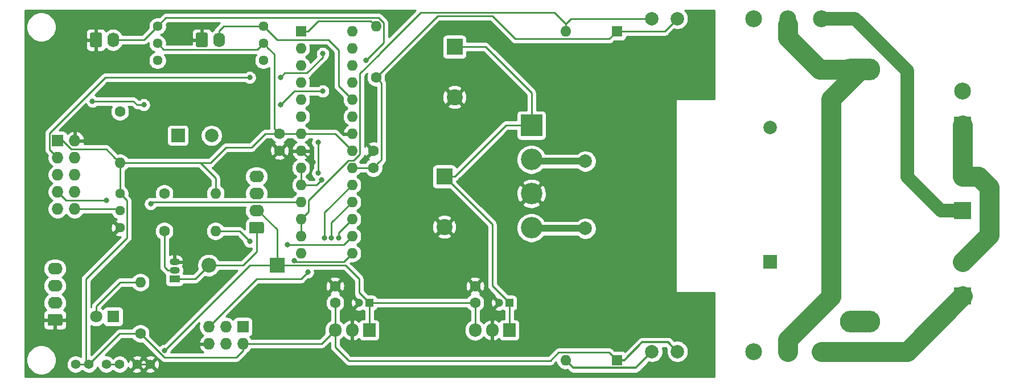
<source format=gbr>
G04 #@! TF.GenerationSoftware,KiCad,Pcbnew,5.1.7-a382d34a8~87~ubuntu20.04.1*
G04 #@! TF.CreationDate,2020-10-22T20:00:58+02:00*
G04 #@! TF.ProjectId,reflow_ofen_steuerung,7265666c-6f77-45f6-9f66-656e5f737465,rev?*
G04 #@! TF.SameCoordinates,Original*
G04 #@! TF.FileFunction,Copper,L2,Bot*
G04 #@! TF.FilePolarity,Positive*
%FSLAX46Y46*%
G04 Gerber Fmt 4.6, Leading zero omitted, Abs format (unit mm)*
G04 Created by KiCad (PCBNEW 5.1.7-a382d34a8~87~ubuntu20.04.1) date 2020-10-22 20:00:58*
%MOMM*%
%LPD*%
G01*
G04 APERTURE LIST*
G04 #@! TA.AperFunction,ComponentPad*
%ADD10O,1.600000X1.600000*%
G04 #@! TD*
G04 #@! TA.AperFunction,ComponentPad*
%ADD11C,1.600000*%
G04 #@! TD*
G04 #@! TA.AperFunction,ComponentPad*
%ADD12C,1.200000*%
G04 #@! TD*
G04 #@! TA.AperFunction,ComponentPad*
%ADD13R,1.200000X1.200000*%
G04 #@! TD*
G04 #@! TA.AperFunction,ComponentPad*
%ADD14C,1.800000*%
G04 #@! TD*
G04 #@! TA.AperFunction,ComponentPad*
%ADD15R,1.800000X1.800000*%
G04 #@! TD*
G04 #@! TA.AperFunction,ComponentPad*
%ADD16C,2.400000*%
G04 #@! TD*
G04 #@! TA.AperFunction,ComponentPad*
%ADD17R,2.400000X2.400000*%
G04 #@! TD*
G04 #@! TA.AperFunction,ComponentPad*
%ADD18O,1.727200X1.727200*%
G04 #@! TD*
G04 #@! TA.AperFunction,ComponentPad*
%ADD19R,1.727200X1.727200*%
G04 #@! TD*
G04 #@! TA.AperFunction,ComponentPad*
%ADD20C,1.400000*%
G04 #@! TD*
G04 #@! TA.AperFunction,ComponentPad*
%ADD21C,2.000000*%
G04 #@! TD*
G04 #@! TA.AperFunction,ComponentPad*
%ADD22R,2.000000X2.000000*%
G04 #@! TD*
G04 #@! TA.AperFunction,ComponentPad*
%ADD23O,1.740000X2.200000*%
G04 #@! TD*
G04 #@! TA.AperFunction,ComponentPad*
%ADD24C,1.440000*%
G04 #@! TD*
G04 #@! TA.AperFunction,ComponentPad*
%ADD25R,1.500000X1.050000*%
G04 #@! TD*
G04 #@! TA.AperFunction,ComponentPad*
%ADD26O,1.500000X1.050000*%
G04 #@! TD*
G04 #@! TA.AperFunction,ComponentPad*
%ADD27O,2.200000X1.740000*%
G04 #@! TD*
G04 #@! TA.AperFunction,ComponentPad*
%ADD28O,2.200000X2.200000*%
G04 #@! TD*
G04 #@! TA.AperFunction,ComponentPad*
%ADD29R,2.200000X2.200000*%
G04 #@! TD*
G04 #@! TA.AperFunction,ComponentPad*
%ADD30R,1.600000X1.600000*%
G04 #@! TD*
G04 #@! TA.AperFunction,ComponentPad*
%ADD31O,1.905000X2.000000*%
G04 #@! TD*
G04 #@! TA.AperFunction,ComponentPad*
%ADD32R,1.905000X2.000000*%
G04 #@! TD*
G04 #@! TA.AperFunction,ComponentPad*
%ADD33C,2.500000*%
G04 #@! TD*
G04 #@! TA.AperFunction,ComponentPad*
%ADD34R,2.500000X2.500000*%
G04 #@! TD*
G04 #@! TA.AperFunction,ComponentPad*
%ADD35O,6.000000X3.250000*%
G04 #@! TD*
G04 #@! TA.AperFunction,ComponentPad*
%ADD36R,3.200000X3.200000*%
G04 #@! TD*
G04 #@! TA.AperFunction,ComponentPad*
%ADD37C,3.200000*%
G04 #@! TD*
G04 #@! TA.AperFunction,ViaPad*
%ADD38C,0.800000*%
G04 #@! TD*
G04 #@! TA.AperFunction,Conductor*
%ADD39C,0.250000*%
G04 #@! TD*
G04 #@! TA.AperFunction,Conductor*
%ADD40C,1.000000*%
G04 #@! TD*
G04 #@! TA.AperFunction,Conductor*
%ADD41C,2.000000*%
G04 #@! TD*
G04 #@! TA.AperFunction,Conductor*
%ADD42C,3.000000*%
G04 #@! TD*
G04 #@! TA.AperFunction,Conductor*
%ADD43C,0.350000*%
G04 #@! TD*
G04 #@! TA.AperFunction,Conductor*
%ADD44C,0.254000*%
G04 #@! TD*
G04 #@! TA.AperFunction,Conductor*
%ADD45C,0.100000*%
G04 #@! TD*
G04 APERTURE END LIST*
D10*
X81280000Y-76200000D03*
D11*
X73660000Y-76200000D03*
D12*
X102640000Y-92456000D03*
D13*
X104140000Y-92456000D03*
D12*
X123468000Y-92456000D03*
D13*
X124968000Y-92456000D03*
D14*
X63500000Y-94488000D03*
D15*
X66040000Y-94488000D03*
D10*
X70104000Y-89408000D03*
D11*
X70104000Y-97028000D03*
D16*
X116840000Y-61856000D03*
D17*
X116840000Y-54356000D03*
D18*
X80264000Y-98552000D03*
X80264000Y-96012000D03*
X82804000Y-98552000D03*
X82804000Y-96012000D03*
X85344000Y-98552000D03*
D19*
X85344000Y-96012000D03*
D20*
X71596000Y-101600000D03*
X69596000Y-101600000D03*
X67024000Y-101600000D03*
X65024000Y-101600000D03*
X62452000Y-101600000D03*
X60452000Y-101600000D03*
D21*
X80692000Y-67564000D03*
D22*
X75692000Y-67564000D03*
D23*
X81788000Y-53340000D03*
G04 #@! TA.AperFunction,ComponentPad*
G36*
G01*
X78378000Y-54190001D02*
X78378000Y-52489999D01*
G75*
G02*
X78627999Y-52240000I249999J0D01*
G01*
X79868001Y-52240000D01*
G75*
G02*
X80118000Y-52489999I0J-249999D01*
G01*
X80118000Y-54190001D01*
G75*
G02*
X79868001Y-54440000I-249999J0D01*
G01*
X78627999Y-54440000D01*
G75*
G02*
X78378000Y-54190001I0J249999D01*
G01*
G37*
G04 #@! TD.AperFunction*
D24*
X88392000Y-56388000D03*
X88392000Y-53848000D03*
X88392000Y-51308000D03*
D10*
X81280000Y-81788000D03*
D11*
X73660000Y-81788000D03*
D25*
X75184000Y-88900000D03*
D26*
X75184000Y-86360000D03*
X75184000Y-87630000D03*
D27*
X87376000Y-73660000D03*
X87376000Y-76200000D03*
X87376000Y-78740000D03*
G04 #@! TA.AperFunction,ComponentPad*
G36*
G01*
X88226001Y-82150000D02*
X86525999Y-82150000D01*
G75*
G02*
X86276000Y-81900001I0J249999D01*
G01*
X86276000Y-80659999D01*
G75*
G02*
X86525999Y-80410000I249999J0D01*
G01*
X88226001Y-80410000D01*
G75*
G02*
X88476000Y-80659999I0J-249999D01*
G01*
X88476000Y-81900001D01*
G75*
G02*
X88226001Y-82150000I-249999J0D01*
G01*
G37*
G04 #@! TD.AperFunction*
X57404000Y-87376000D03*
X57404000Y-89916000D03*
X57404000Y-92456000D03*
G04 #@! TA.AperFunction,ComponentPad*
G36*
G01*
X58254001Y-95866000D02*
X56553999Y-95866000D01*
G75*
G02*
X56304000Y-95616001I0J249999D01*
G01*
X56304000Y-94375999D01*
G75*
G02*
X56553999Y-94126000I249999J0D01*
G01*
X58254001Y-94126000D01*
G75*
G02*
X58504000Y-94375999I0J-249999D01*
G01*
X58504000Y-95616001D01*
G75*
G02*
X58254001Y-95866000I-249999J0D01*
G01*
G37*
G04 #@! TD.AperFunction*
D28*
X80264000Y-86868000D03*
D29*
X90424000Y-86868000D03*
D23*
X66040000Y-53340000D03*
G04 #@! TA.AperFunction,ComponentPad*
G36*
G01*
X62630000Y-54190001D02*
X62630000Y-52489999D01*
G75*
G02*
X62879999Y-52240000I249999J0D01*
G01*
X64120001Y-52240000D01*
G75*
G02*
X64370000Y-52489999I0J-249999D01*
G01*
X64370000Y-54190001D01*
G75*
G02*
X64120001Y-54440000I-249999J0D01*
G01*
X62879999Y-54440000D01*
G75*
G02*
X62630000Y-54190001I0J249999D01*
G01*
G37*
G04 #@! TD.AperFunction*
D24*
X72644000Y-56388000D03*
X72644000Y-53848000D03*
X72644000Y-51308000D03*
D10*
X133350000Y-100965000D03*
D30*
X140970000Y-100965000D03*
D10*
X133350000Y-52070000D03*
D30*
X140970000Y-52070000D03*
D10*
X105156000Y-51308000D03*
D11*
X105156000Y-58928000D03*
D24*
X67056000Y-81280000D03*
X67056000Y-78740000D03*
X67056000Y-76200000D03*
D10*
X67056000Y-71628000D03*
D11*
X67056000Y-64008000D03*
D18*
X60325000Y-78486000D03*
X57785000Y-78486000D03*
X60325000Y-75946000D03*
X57785000Y-75946000D03*
X60325000Y-73406000D03*
X57785000Y-73406000D03*
X60325000Y-70866000D03*
X57785000Y-70866000D03*
X60325000Y-68326000D03*
D19*
X57785000Y-68326000D03*
D11*
X104775000Y-72350000D03*
X104775000Y-69850000D03*
X90805000Y-69810000D03*
X90805000Y-67310000D03*
D10*
X101600000Y-52070000D03*
X93980000Y-85090000D03*
X101600000Y-54610000D03*
X93980000Y-82550000D03*
X101600000Y-57150000D03*
X93980000Y-80010000D03*
X101600000Y-59690000D03*
X93980000Y-77470000D03*
X101600000Y-62230000D03*
X93980000Y-74930000D03*
X101600000Y-64770000D03*
X93980000Y-72390000D03*
X101600000Y-67310000D03*
X93980000Y-69850000D03*
X101600000Y-69850000D03*
X93980000Y-67310000D03*
X101600000Y-72390000D03*
X93980000Y-64770000D03*
X101600000Y-74930000D03*
X93980000Y-62230000D03*
X101600000Y-77470000D03*
X93980000Y-59690000D03*
X101600000Y-80010000D03*
X93980000Y-57150000D03*
X101600000Y-82550000D03*
X93980000Y-54610000D03*
X101600000Y-85090000D03*
D30*
X93980000Y-52070000D03*
D31*
X99060000Y-96520000D03*
X101600000Y-96520000D03*
D32*
X104140000Y-96520000D03*
D31*
X119888000Y-96520000D03*
X122428000Y-96520000D03*
D32*
X124968000Y-96520000D03*
D11*
X99060000Y-89956000D03*
X99060000Y-92456000D03*
X119888000Y-89956000D03*
X119888000Y-92456000D03*
D22*
X163800500Y-86390500D03*
D21*
X163800500Y-66390500D03*
X136300500Y-81390500D03*
X136300500Y-71390500D03*
D33*
X192405000Y-73660000D03*
D34*
X192405000Y-78740000D03*
D33*
X192405000Y-86360000D03*
D34*
X192405000Y-91440000D03*
D21*
X146210000Y-99695000D03*
X149990000Y-99695000D03*
D33*
X161330000Y-99695000D03*
X166370000Y-99695000D03*
X171410000Y-99695000D03*
D21*
X146210000Y-50165000D03*
X149990000Y-50165000D03*
D33*
X161330000Y-50165000D03*
X166370000Y-50165000D03*
X171410000Y-50165000D03*
D35*
X177165000Y-95250000D03*
X177165000Y-57750000D03*
D33*
X192405000Y-60960000D03*
D34*
X192405000Y-66040000D03*
D36*
X128270000Y-66040000D03*
D37*
X128270000Y-71120000D03*
X128270000Y-76200000D03*
X128270000Y-81280000D03*
D16*
X115316000Y-81160000D03*
D17*
X115316000Y-73660000D03*
D38*
X95795000Y-71543264D03*
X97028000Y-74168000D03*
X73664653Y-99563347D03*
X96520000Y-68580000D03*
X96520000Y-73152000D03*
X94996000Y-87884000D03*
X99568000Y-82804000D03*
X97526694Y-82794694D03*
X98547347Y-82799347D03*
X71628000Y-77724000D03*
X65024000Y-77216000D03*
X86360000Y-58928000D03*
X103632000Y-56388000D03*
X97245000Y-55372000D03*
X90932000Y-58928000D03*
X97245000Y-60960000D03*
X90932000Y-62992000D03*
X70612000Y-62992000D03*
X62987347Y-62479347D03*
X92964000Y-86143000D03*
X86360000Y-83312000D03*
X91948000Y-83820000D03*
D39*
X124968000Y-92456000D02*
X124968000Y-96520000D01*
X116840000Y-54356000D02*
X121412000Y-54356000D01*
X128270000Y-61214000D02*
X128270000Y-66040000D01*
X121412000Y-54356000D02*
X128270000Y-61214000D01*
X115316000Y-73660000D02*
X116840000Y-73660000D01*
X124460000Y-66040000D02*
X128270000Y-66040000D01*
X116840000Y-73660000D02*
X124460000Y-66040000D01*
X115316000Y-73660000D02*
X122428000Y-80772000D01*
X122428000Y-89916000D02*
X124968000Y-92456000D01*
X122428000Y-80772000D02*
X122428000Y-89916000D01*
D40*
X128540500Y-71390500D02*
X128270000Y-71120000D01*
X136300500Y-71390500D02*
X128540500Y-71390500D01*
X128380500Y-81390500D02*
X128270000Y-81280000D01*
X136300500Y-81390500D02*
X128380500Y-81390500D01*
D41*
X189155000Y-78740000D02*
X184150000Y-73735000D01*
X192405000Y-78740000D02*
X189155000Y-78740000D01*
X173177766Y-50165000D02*
X171410000Y-50165000D01*
X176435091Y-50165000D02*
X173177766Y-50165000D01*
X184150000Y-57879909D02*
X176435091Y-50165000D01*
X184150000Y-73735000D02*
X184150000Y-57879909D01*
D42*
X184150000Y-99695000D02*
X192405000Y-91440000D01*
X171410000Y-99695000D02*
X184150000Y-99695000D01*
D39*
X69596000Y-101600000D02*
X71596000Y-101600000D01*
X95673264Y-71543264D02*
X95795000Y-71543264D01*
X93980000Y-69850000D02*
X95673264Y-71543264D01*
D42*
X166370000Y-52955000D02*
X166370000Y-51035010D01*
X171165000Y-57750000D02*
X166370000Y-52955000D01*
X177165000Y-57750000D02*
X171165000Y-57750000D01*
X172814999Y-91482235D02*
X172814999Y-62135001D01*
X166370000Y-97927234D02*
X172814999Y-91482235D01*
X166370000Y-99695000D02*
X166370000Y-97927234D01*
X177165000Y-57785000D02*
X177165000Y-57750000D01*
X172814999Y-62135001D02*
X177165000Y-57785000D01*
X194172766Y-73660000D02*
X192405000Y-73660000D01*
X194775002Y-73660000D02*
X194172766Y-73660000D01*
X196405001Y-75289999D02*
X194775002Y-73660000D01*
X196405001Y-82359999D02*
X196405001Y-75289999D01*
X192405000Y-86360000D02*
X196405001Y-82359999D01*
X192405000Y-73660000D02*
X192405000Y-66040000D01*
D39*
X144795787Y-50165000D02*
X146210000Y-50165000D01*
X134123630Y-50165000D02*
X144795787Y-50165000D01*
X133350000Y-50938630D02*
X134123630Y-50165000D01*
X133350000Y-52070000D02*
X133350000Y-50938630D01*
X93980000Y-80010000D02*
X93980000Y-82550000D01*
X131687370Y-49276000D02*
X133350000Y-50938630D01*
X111760000Y-49276000D02*
X131687370Y-49276000D01*
X105664000Y-55372000D02*
X111760000Y-49276000D01*
X105664000Y-55429002D02*
X105664000Y-55372000D01*
X102725001Y-70390001D02*
X102725001Y-58368001D01*
X101850003Y-71264999D02*
X102725001Y-70390001D01*
X102725001Y-58368001D02*
X105664000Y-55429002D01*
X101059999Y-71264999D02*
X101850003Y-71264999D01*
X95105001Y-78884999D02*
X95105001Y-77219997D01*
X95105001Y-77219997D02*
X101059999Y-71264999D01*
X93980000Y-80010000D02*
X95105001Y-78884999D01*
D43*
X145210001Y-100694999D02*
X146210000Y-99695000D01*
X134525001Y-102140001D02*
X143764999Y-102140001D01*
X143764999Y-102140001D02*
X145210001Y-100694999D01*
X133350000Y-100965000D02*
X134525001Y-102140001D01*
D39*
X93980000Y-72390000D02*
X93980000Y-74930000D01*
X96266000Y-74930000D02*
X97028000Y-74168000D01*
X93980000Y-74930000D02*
X96266000Y-74930000D01*
X65024000Y-101600000D02*
X67024000Y-101600000D01*
X90424000Y-85518000D02*
X90424000Y-86868000D01*
X90424000Y-81558000D02*
X90424000Y-85518000D01*
X87606000Y-78740000D02*
X90424000Y-81558000D01*
X87376000Y-78740000D02*
X87606000Y-78740000D01*
X119888000Y-92456000D02*
X119888000Y-96520000D01*
X104140000Y-92456000D02*
X119888000Y-92456000D01*
X104140000Y-92456000D02*
X104140000Y-96520000D01*
X90424000Y-86868000D02*
X100584000Y-86868000D01*
X100584000Y-86868000D02*
X102616000Y-88900000D01*
X102616000Y-90932000D02*
X104140000Y-92456000D01*
X102616000Y-88900000D02*
X102616000Y-90932000D01*
X90424000Y-86868000D02*
X86360000Y-86868000D01*
X86360000Y-86868000D02*
X73660000Y-99568000D01*
X73660000Y-99568000D02*
X73664653Y-99563347D01*
D43*
X148990001Y-98695001D02*
X149990000Y-99695000D01*
X148614999Y-98319999D02*
X148990001Y-98695001D01*
X144765001Y-98319999D02*
X148614999Y-98319999D01*
X142120000Y-100965000D02*
X144765001Y-98319999D01*
X140970000Y-100965000D02*
X142120000Y-100965000D01*
D39*
X148085000Y-52070000D02*
X149990000Y-50165000D01*
X140970000Y-52070000D02*
X148085000Y-52070000D01*
X60452000Y-101600000D02*
X62452000Y-101600000D01*
X101640000Y-72350000D02*
X101600000Y-72390000D01*
X104775000Y-72350000D02*
X101640000Y-72350000D01*
X91936370Y-67310000D02*
X93980000Y-67310000D01*
X90805000Y-67310000D02*
X91936370Y-67310000D01*
X67056000Y-71628000D02*
X67056000Y-76200000D01*
X66256001Y-70828001D02*
X67056000Y-71628000D01*
X65024000Y-69596000D02*
X66256001Y-70828001D01*
X59835870Y-69596000D02*
X65024000Y-69596000D01*
X58565870Y-68326000D02*
X59835870Y-69596000D01*
X57785000Y-68326000D02*
X58565870Y-68326000D01*
X87672001Y-54567999D02*
X88392000Y-53848000D01*
X87474990Y-54765010D02*
X87672001Y-54567999D01*
X73561010Y-54765010D02*
X87474990Y-54765010D01*
X72644000Y-53848000D02*
X73561010Y-54765010D01*
X89111999Y-54567999D02*
X88392000Y-53848000D01*
X90005001Y-55461001D02*
X89111999Y-54567999D01*
X90005001Y-66510001D02*
X90005001Y-55461001D01*
X90805000Y-67310000D02*
X90005001Y-66510001D01*
X105574999Y-71550001D02*
X104775000Y-72350000D01*
X105955999Y-71169001D02*
X105574999Y-71550001D01*
X105955999Y-59727999D02*
X105955999Y-71169001D01*
X105156000Y-58928000D02*
X105955999Y-59727999D01*
X99060000Y-67310000D02*
X101600000Y-69850000D01*
X93980000Y-67310000D02*
X99060000Y-67310000D01*
X89673630Y-67310000D02*
X90805000Y-67310000D01*
X139844999Y-53195001D02*
X125839001Y-53195001D01*
X140970000Y-52070000D02*
X139844999Y-53195001D01*
X125839001Y-53195001D02*
X122428000Y-49784000D01*
X114300000Y-49784000D02*
X105156000Y-58928000D01*
X122428000Y-49784000D02*
X114300000Y-49784000D01*
X99060000Y-92456000D02*
X99060000Y-96520000D01*
X139844999Y-99839999D02*
X132316001Y-99839999D01*
X140970000Y-100965000D02*
X139844999Y-99839999D01*
X132316001Y-99839999D02*
X131064000Y-101092000D01*
X131064000Y-101092000D02*
X101092000Y-101092000D01*
X99060000Y-99060000D02*
X99060000Y-96520000D01*
X101092000Y-101092000D02*
X99060000Y-99060000D01*
X97028000Y-98552000D02*
X99060000Y-96520000D01*
X85344000Y-98552000D02*
X97028000Y-98552000D01*
X73660000Y-100584000D02*
X69949002Y-96873002D01*
X84328000Y-100584000D02*
X73660000Y-100584000D01*
X85344000Y-99568000D02*
X84328000Y-100584000D01*
X85344000Y-98552000D02*
X85344000Y-99568000D01*
X67024000Y-97028000D02*
X62452000Y-101600000D01*
X70104000Y-97028000D02*
X67024000Y-97028000D01*
X68101001Y-82774999D02*
X61976000Y-88900000D01*
X68101001Y-77245001D02*
X68101001Y-82774999D01*
X67056000Y-76200000D02*
X68101001Y-77245001D01*
X61976000Y-101124000D02*
X62452000Y-101600000D01*
X61976000Y-88900000D02*
X61976000Y-101124000D01*
X81280000Y-73914000D02*
X81280000Y-76200000D01*
X78994000Y-71628000D02*
X81280000Y-73914000D01*
X67056000Y-71628000D02*
X78994000Y-71628000D01*
X78994000Y-71628000D02*
X80518000Y-71628000D01*
X80518000Y-71628000D02*
X82804000Y-69342000D01*
X82804000Y-69342000D02*
X86614000Y-69342000D01*
X88646000Y-67310000D02*
X89673630Y-67310000D01*
X86614000Y-69342000D02*
X88646000Y-67310000D01*
X104356001Y-50508001D02*
X105156000Y-51308000D01*
X96591999Y-50508001D02*
X104356001Y-50508001D01*
X95030000Y-52070000D02*
X96591999Y-50508001D01*
X93980000Y-52070000D02*
X95030000Y-52070000D01*
X96520000Y-68580000D02*
X96520000Y-73152000D01*
X93980000Y-88900000D02*
X94996000Y-87884000D01*
X87376000Y-88900000D02*
X93980000Y-88900000D01*
X80264000Y-96012000D02*
X87376000Y-88900000D01*
X99568000Y-82042000D02*
X99568000Y-82804000D01*
X101600000Y-80010000D02*
X99568000Y-82042000D01*
X97526694Y-79003306D02*
X97526694Y-82794694D01*
X101600000Y-74930000D02*
X97526694Y-79003306D01*
X98547347Y-80522653D02*
X98547347Y-82799347D01*
X101600000Y-77470000D02*
X98547347Y-80522653D01*
X63500000Y-92964000D02*
X63500000Y-94488000D01*
X67056000Y-89408000D02*
X63500000Y-92964000D01*
X70104000Y-89408000D02*
X67056000Y-89408000D01*
X66802000Y-78486000D02*
X67056000Y-78740000D01*
X60325000Y-78486000D02*
X66802000Y-78486000D01*
X71882000Y-77470000D02*
X71628000Y-77724000D01*
X93980000Y-77470000D02*
X71882000Y-77470000D01*
X59055000Y-77216000D02*
X57785000Y-75946000D01*
X65024000Y-77216000D02*
X59055000Y-77216000D01*
X56921401Y-70002401D02*
X57785000Y-70866000D01*
X56596399Y-67202399D02*
X56596399Y-69677399D01*
X64870798Y-58928000D02*
X56596399Y-67202399D01*
X56596399Y-69677399D02*
X56921401Y-70002401D01*
X86360000Y-58928000D02*
X64870798Y-58928000D01*
X70612000Y-53340000D02*
X72644000Y-51308000D01*
X66040000Y-53340000D02*
X70612000Y-53340000D01*
X106281001Y-53738999D02*
X103632000Y-56388000D01*
X106281001Y-50767999D02*
X106281001Y-53738999D01*
X105570994Y-50057992D02*
X106281001Y-50767999D01*
X73894008Y-50057992D02*
X105570994Y-50057992D01*
X72644000Y-51308000D02*
X73894008Y-50057992D01*
X78232000Y-88900000D02*
X80264000Y-86868000D01*
X75184000Y-88900000D02*
X78232000Y-88900000D01*
X80264000Y-86868000D02*
X85344000Y-86868000D01*
X87376000Y-84836000D02*
X87376000Y-81280000D01*
X85344000Y-86868000D02*
X87376000Y-84836000D01*
X91584999Y-58275001D02*
X90932000Y-58928000D01*
X94907684Y-58275001D02*
X91584999Y-58275001D01*
X97245000Y-55937685D02*
X94907684Y-58275001D01*
X97245000Y-55372000D02*
X97245000Y-55937685D01*
X92964000Y-60960000D02*
X90932000Y-62992000D01*
X97245000Y-60960000D02*
X92964000Y-60960000D01*
X70612000Y-62992000D02*
X69596000Y-62992000D01*
X69083347Y-62479347D02*
X62987347Y-62479347D01*
X69596000Y-62992000D02*
X69083347Y-62479347D01*
X92964000Y-86143000D02*
X93181000Y-86360000D01*
X100330000Y-86360000D02*
X101600000Y-85090000D01*
X93181000Y-86360000D02*
X100330000Y-86360000D01*
X74184000Y-87630000D02*
X75184000Y-87630000D01*
X73660000Y-87106000D02*
X74184000Y-87630000D01*
X73660000Y-81788000D02*
X73660000Y-87106000D01*
X84836000Y-81788000D02*
X86360000Y-83312000D01*
X81280000Y-81788000D02*
X84836000Y-81788000D01*
X100330000Y-83820000D02*
X101600000Y-82550000D01*
X91948000Y-83820000D02*
X100330000Y-83820000D01*
X81788000Y-51990000D02*
X81788000Y-53340000D01*
X82470000Y-51308000D02*
X81788000Y-51990000D01*
X88392000Y-51308000D02*
X82470000Y-51308000D01*
X88392000Y-51308000D02*
X90424000Y-53340000D01*
X90424000Y-53340000D02*
X98044000Y-53340000D01*
X98044000Y-53340000D02*
X99568000Y-54864000D01*
X99568000Y-60198000D02*
X101600000Y-62230000D01*
X99568000Y-54864000D02*
X99568000Y-60198000D01*
D44*
X107041001Y-52920198D02*
X107041001Y-50805332D01*
X107044678Y-50767999D01*
X107030004Y-50619013D01*
X106986547Y-50475752D01*
X106915975Y-50343723D01*
X106844800Y-50256996D01*
X106821002Y-50227998D01*
X106792005Y-50204201D01*
X106134797Y-49546994D01*
X106110995Y-49517991D01*
X105995270Y-49423018D01*
X105863241Y-49352446D01*
X105719980Y-49308989D01*
X105608327Y-49297992D01*
X105608316Y-49297992D01*
X105570994Y-49294316D01*
X105533672Y-49297992D01*
X73931330Y-49297992D01*
X73894007Y-49294316D01*
X73856684Y-49297992D01*
X73856675Y-49297992D01*
X73745022Y-49308989D01*
X73601761Y-49352446D01*
X73469732Y-49423018D01*
X73354007Y-49517991D01*
X73330209Y-49546989D01*
X72899852Y-49977346D01*
X72777456Y-49953000D01*
X72510544Y-49953000D01*
X72248761Y-50005072D01*
X72002167Y-50107215D01*
X71780238Y-50255503D01*
X71591503Y-50444238D01*
X71443215Y-50666167D01*
X71341072Y-50912761D01*
X71289000Y-51174544D01*
X71289000Y-51441456D01*
X71313346Y-51563852D01*
X70297199Y-52580000D01*
X67451947Y-52580000D01*
X67437166Y-52531275D01*
X67297417Y-52269821D01*
X67109345Y-52040655D01*
X66880178Y-51852583D01*
X66618724Y-51712834D01*
X66335031Y-51626776D01*
X66040000Y-51597718D01*
X65744968Y-51626776D01*
X65461275Y-51712834D01*
X65199821Y-51852583D01*
X64972615Y-52039047D01*
X64959502Y-51995820D01*
X64900537Y-51885506D01*
X64821185Y-51788815D01*
X64724494Y-51709463D01*
X64614180Y-51650498D01*
X64494482Y-51614188D01*
X64370000Y-51601928D01*
X63785750Y-51605000D01*
X63627000Y-51763750D01*
X63627000Y-53213000D01*
X63647000Y-53213000D01*
X63647000Y-53467000D01*
X63627000Y-53467000D01*
X63627000Y-54916250D01*
X63785750Y-55075000D01*
X64370000Y-55078072D01*
X64494482Y-55065812D01*
X64614180Y-55029502D01*
X64724494Y-54970537D01*
X64821185Y-54891185D01*
X64900537Y-54794494D01*
X64959502Y-54684180D01*
X64972615Y-54640953D01*
X65199822Y-54827417D01*
X65461276Y-54967166D01*
X65744969Y-55053224D01*
X66040000Y-55082282D01*
X66335032Y-55053224D01*
X66618725Y-54967166D01*
X66880179Y-54827417D01*
X67109345Y-54639345D01*
X67297417Y-54410179D01*
X67437166Y-54148724D01*
X67451946Y-54100000D01*
X70574678Y-54100000D01*
X70612000Y-54103676D01*
X70649322Y-54100000D01*
X70649333Y-54100000D01*
X70760986Y-54089003D01*
X70904247Y-54045546D01*
X71036276Y-53974974D01*
X71152001Y-53880001D01*
X71175804Y-53850997D01*
X71289000Y-53737801D01*
X71289000Y-53981456D01*
X71341072Y-54243239D01*
X71443215Y-54489833D01*
X71591503Y-54711762D01*
X71780238Y-54900497D01*
X72002167Y-55048785D01*
X72169266Y-55118000D01*
X72002167Y-55187215D01*
X71780238Y-55335503D01*
X71591503Y-55524238D01*
X71443215Y-55746167D01*
X71341072Y-55992761D01*
X71289000Y-56254544D01*
X71289000Y-56521456D01*
X71341072Y-56783239D01*
X71443215Y-57029833D01*
X71591503Y-57251762D01*
X71780238Y-57440497D01*
X72002167Y-57588785D01*
X72248761Y-57690928D01*
X72510544Y-57743000D01*
X72777456Y-57743000D01*
X73039239Y-57690928D01*
X73285833Y-57588785D01*
X73507762Y-57440497D01*
X73696497Y-57251762D01*
X73844785Y-57029833D01*
X73946928Y-56783239D01*
X73999000Y-56521456D01*
X73999000Y-56254544D01*
X73946928Y-55992761D01*
X73844785Y-55746167D01*
X73697013Y-55525010D01*
X87338987Y-55525010D01*
X87191215Y-55746167D01*
X87089072Y-55992761D01*
X87037000Y-56254544D01*
X87037000Y-56521456D01*
X87089072Y-56783239D01*
X87191215Y-57029833D01*
X87339503Y-57251762D01*
X87528238Y-57440497D01*
X87750167Y-57588785D01*
X87996761Y-57690928D01*
X88258544Y-57743000D01*
X88525456Y-57743000D01*
X88787239Y-57690928D01*
X89033833Y-57588785D01*
X89245002Y-57447687D01*
X89245001Y-66472679D01*
X89241325Y-66510001D01*
X89245001Y-66547323D01*
X89245001Y-66547333D01*
X89245264Y-66550000D01*
X88683323Y-66550000D01*
X88646000Y-66546324D01*
X88608677Y-66550000D01*
X88608667Y-66550000D01*
X88497014Y-66560997D01*
X88353753Y-66604454D01*
X88221723Y-66675026D01*
X88138083Y-66743668D01*
X88105999Y-66769999D01*
X88082202Y-66798996D01*
X86299199Y-68582000D01*
X82841322Y-68582000D01*
X82803999Y-68578324D01*
X82766676Y-68582000D01*
X82766667Y-68582000D01*
X82655014Y-68592997D01*
X82511753Y-68636454D01*
X82379724Y-68707026D01*
X82263999Y-68801999D01*
X82240201Y-68830997D01*
X80203199Y-70868000D01*
X79031322Y-70868000D01*
X78994000Y-70864324D01*
X78956678Y-70868000D01*
X68274043Y-70868000D01*
X68170637Y-70713241D01*
X67970759Y-70513363D01*
X67735727Y-70356320D01*
X67474574Y-70248147D01*
X67197335Y-70193000D01*
X66914665Y-70193000D01*
X66732114Y-70229312D01*
X65587804Y-69085003D01*
X65564001Y-69055999D01*
X65448276Y-68961026D01*
X65316247Y-68890454D01*
X65172986Y-68846997D01*
X65061333Y-68836000D01*
X65061322Y-68836000D01*
X65024000Y-68832324D01*
X64986678Y-68836000D01*
X61734133Y-68836000D01*
X61734222Y-68835814D01*
X61779958Y-68685026D01*
X61658817Y-68453000D01*
X60452000Y-68453000D01*
X60452000Y-68473000D01*
X60198000Y-68473000D01*
X60198000Y-68453000D01*
X60178000Y-68453000D01*
X60178000Y-68199000D01*
X60198000Y-68199000D01*
X60198000Y-66991536D01*
X60452000Y-66991536D01*
X60452000Y-68199000D01*
X61658817Y-68199000D01*
X61779958Y-67966974D01*
X61734222Y-67816186D01*
X61607684Y-67551056D01*
X61431854Y-67315707D01*
X61213488Y-67119183D01*
X60960978Y-66969036D01*
X60684027Y-66871037D01*
X60452000Y-66991536D01*
X60198000Y-66991536D01*
X59965973Y-66871037D01*
X59689022Y-66969036D01*
X59436512Y-67119183D01*
X59257053Y-67280692D01*
X59238102Y-67218220D01*
X59179137Y-67107906D01*
X59099785Y-67011215D01*
X59003094Y-66931863D01*
X58892780Y-66872898D01*
X58773082Y-66836588D01*
X58648600Y-66824328D01*
X58049271Y-66824328D01*
X58309599Y-66564000D01*
X74053928Y-66564000D01*
X74053928Y-68564000D01*
X74066188Y-68688482D01*
X74102498Y-68808180D01*
X74161463Y-68918494D01*
X74240815Y-69015185D01*
X74337506Y-69094537D01*
X74447820Y-69153502D01*
X74567518Y-69189812D01*
X74692000Y-69202072D01*
X76692000Y-69202072D01*
X76816482Y-69189812D01*
X76936180Y-69153502D01*
X77046494Y-69094537D01*
X77143185Y-69015185D01*
X77222537Y-68918494D01*
X77281502Y-68808180D01*
X77317812Y-68688482D01*
X77330072Y-68564000D01*
X77330072Y-67402967D01*
X79057000Y-67402967D01*
X79057000Y-67725033D01*
X79119832Y-68040912D01*
X79243082Y-68338463D01*
X79422013Y-68606252D01*
X79649748Y-68833987D01*
X79917537Y-69012918D01*
X80215088Y-69136168D01*
X80530967Y-69199000D01*
X80853033Y-69199000D01*
X81168912Y-69136168D01*
X81466463Y-69012918D01*
X81734252Y-68833987D01*
X81961987Y-68606252D01*
X82140918Y-68338463D01*
X82264168Y-68040912D01*
X82327000Y-67725033D01*
X82327000Y-67402967D01*
X82264168Y-67087088D01*
X82140918Y-66789537D01*
X81961987Y-66521748D01*
X81734252Y-66294013D01*
X81466463Y-66115082D01*
X81168912Y-65991832D01*
X80853033Y-65929000D01*
X80530967Y-65929000D01*
X80215088Y-65991832D01*
X79917537Y-66115082D01*
X79649748Y-66294013D01*
X79422013Y-66521748D01*
X79243082Y-66789537D01*
X79119832Y-67087088D01*
X79057000Y-67402967D01*
X77330072Y-67402967D01*
X77330072Y-66564000D01*
X77317812Y-66439518D01*
X77281502Y-66319820D01*
X77222537Y-66209506D01*
X77143185Y-66112815D01*
X77046494Y-66033463D01*
X76936180Y-65974498D01*
X76816482Y-65938188D01*
X76692000Y-65925928D01*
X74692000Y-65925928D01*
X74567518Y-65938188D01*
X74447820Y-65974498D01*
X74337506Y-66033463D01*
X74240815Y-66112815D01*
X74161463Y-66209506D01*
X74102498Y-66319820D01*
X74066188Y-66439518D01*
X74053928Y-66564000D01*
X58309599Y-66564000D01*
X62021479Y-62852121D01*
X62070142Y-62969603D01*
X62183410Y-63139121D01*
X62327573Y-63283284D01*
X62497091Y-63396552D01*
X62685449Y-63474573D01*
X62885408Y-63514347D01*
X63089286Y-63514347D01*
X63289245Y-63474573D01*
X63477603Y-63396552D01*
X63647121Y-63283284D01*
X63691058Y-63239347D01*
X65843738Y-63239347D01*
X65784320Y-63328273D01*
X65676147Y-63589426D01*
X65621000Y-63866665D01*
X65621000Y-64149335D01*
X65676147Y-64426574D01*
X65784320Y-64687727D01*
X65941363Y-64922759D01*
X66141241Y-65122637D01*
X66376273Y-65279680D01*
X66637426Y-65387853D01*
X66914665Y-65443000D01*
X67197335Y-65443000D01*
X67474574Y-65387853D01*
X67735727Y-65279680D01*
X67970759Y-65122637D01*
X68170637Y-64922759D01*
X68327680Y-64687727D01*
X68435853Y-64426574D01*
X68491000Y-64149335D01*
X68491000Y-63866665D01*
X68435853Y-63589426D01*
X68327680Y-63328273D01*
X68268262Y-63239347D01*
X68768546Y-63239347D01*
X69032200Y-63503002D01*
X69055999Y-63532001D01*
X69171724Y-63626974D01*
X69303753Y-63697546D01*
X69447014Y-63741003D01*
X69558667Y-63752000D01*
X69558677Y-63752000D01*
X69596000Y-63755676D01*
X69633323Y-63752000D01*
X69908289Y-63752000D01*
X69952226Y-63795937D01*
X70121744Y-63909205D01*
X70310102Y-63987226D01*
X70510061Y-64027000D01*
X70713939Y-64027000D01*
X70913898Y-63987226D01*
X71102256Y-63909205D01*
X71271774Y-63795937D01*
X71415937Y-63651774D01*
X71529205Y-63482256D01*
X71607226Y-63293898D01*
X71647000Y-63093939D01*
X71647000Y-62890061D01*
X71607226Y-62690102D01*
X71529205Y-62501744D01*
X71415937Y-62332226D01*
X71271774Y-62188063D01*
X71102256Y-62074795D01*
X70913898Y-61996774D01*
X70713939Y-61957000D01*
X70510061Y-61957000D01*
X70310102Y-61996774D01*
X70121744Y-62074795D01*
X69952226Y-62188063D01*
X69909545Y-62230744D01*
X69647150Y-61968349D01*
X69623348Y-61939346D01*
X69507623Y-61844373D01*
X69375594Y-61773801D01*
X69232333Y-61730344D01*
X69120680Y-61719347D01*
X69120669Y-61719347D01*
X69083347Y-61715671D01*
X69046025Y-61719347D01*
X63691058Y-61719347D01*
X63647121Y-61675410D01*
X63477603Y-61562142D01*
X63360121Y-61513479D01*
X65185600Y-59688000D01*
X85656289Y-59688000D01*
X85700226Y-59731937D01*
X85869744Y-59845205D01*
X86058102Y-59923226D01*
X86258061Y-59963000D01*
X86461939Y-59963000D01*
X86661898Y-59923226D01*
X86850256Y-59845205D01*
X87019774Y-59731937D01*
X87163937Y-59587774D01*
X87277205Y-59418256D01*
X87355226Y-59229898D01*
X87395000Y-59029939D01*
X87395000Y-58826061D01*
X87355226Y-58626102D01*
X87277205Y-58437744D01*
X87163937Y-58268226D01*
X87019774Y-58124063D01*
X86850256Y-58010795D01*
X86661898Y-57932774D01*
X86461939Y-57893000D01*
X86258061Y-57893000D01*
X86058102Y-57932774D01*
X85869744Y-58010795D01*
X85700226Y-58124063D01*
X85656289Y-58168000D01*
X64908120Y-58168000D01*
X64870797Y-58164324D01*
X64833474Y-58168000D01*
X64833465Y-58168000D01*
X64721812Y-58178997D01*
X64578551Y-58222454D01*
X64446522Y-58293026D01*
X64330797Y-58387999D01*
X64306999Y-58416997D01*
X56085402Y-66638595D01*
X56056398Y-66662398D01*
X56001270Y-66729573D01*
X55961425Y-66778123D01*
X55903911Y-66885723D01*
X55890853Y-66910153D01*
X55847396Y-67053414D01*
X55836399Y-67165067D01*
X55836399Y-67165077D01*
X55832723Y-67202399D01*
X55836399Y-67239722D01*
X55836400Y-69640067D01*
X55832723Y-69677399D01*
X55836400Y-69714732D01*
X55847397Y-69826385D01*
X55855471Y-69853003D01*
X55890853Y-69969645D01*
X55961425Y-70101675D01*
X56018908Y-70171717D01*
X56056399Y-70217400D01*
X56085397Y-70241198D01*
X56332224Y-70488025D01*
X56286400Y-70718401D01*
X56286400Y-71013599D01*
X56343990Y-71303125D01*
X56456958Y-71575853D01*
X56620961Y-71821302D01*
X56829698Y-72030039D01*
X56988281Y-72136000D01*
X56829698Y-72241961D01*
X56620961Y-72450698D01*
X56456958Y-72696147D01*
X56343990Y-72968875D01*
X56286400Y-73258401D01*
X56286400Y-73553599D01*
X56343990Y-73843125D01*
X56456958Y-74115853D01*
X56620961Y-74361302D01*
X56829698Y-74570039D01*
X56988281Y-74676000D01*
X56829698Y-74781961D01*
X56620961Y-74990698D01*
X56456958Y-75236147D01*
X56343990Y-75508875D01*
X56286400Y-75798401D01*
X56286400Y-76093599D01*
X56343990Y-76383125D01*
X56456958Y-76655853D01*
X56620961Y-76901302D01*
X56829698Y-77110039D01*
X56988281Y-77216000D01*
X56829698Y-77321961D01*
X56620961Y-77530698D01*
X56456958Y-77776147D01*
X56343990Y-78048875D01*
X56286400Y-78338401D01*
X56286400Y-78633599D01*
X56343990Y-78923125D01*
X56456958Y-79195853D01*
X56620961Y-79441302D01*
X56829698Y-79650039D01*
X57075147Y-79814042D01*
X57347875Y-79927010D01*
X57637401Y-79984600D01*
X57932599Y-79984600D01*
X58222125Y-79927010D01*
X58494853Y-79814042D01*
X58740302Y-79650039D01*
X58949039Y-79441302D01*
X59055000Y-79282719D01*
X59160961Y-79441302D01*
X59369698Y-79650039D01*
X59615147Y-79814042D01*
X59887875Y-79927010D01*
X60177401Y-79984600D01*
X60472599Y-79984600D01*
X60762125Y-79927010D01*
X61034853Y-79814042D01*
X61280302Y-79650039D01*
X61489039Y-79441302D01*
X61619535Y-79246000D01*
X65798951Y-79246000D01*
X65855215Y-79381833D01*
X66003503Y-79603762D01*
X66192238Y-79792497D01*
X66414167Y-79940785D01*
X66582324Y-80010438D01*
X66467647Y-80052125D01*
X66361932Y-80108632D01*
X66300045Y-80344440D01*
X67056000Y-81100395D01*
X67070143Y-81086253D01*
X67249748Y-81265858D01*
X67235605Y-81280000D01*
X67249748Y-81294143D01*
X67070143Y-81473748D01*
X67056000Y-81459605D01*
X66300045Y-82215560D01*
X66361932Y-82451368D01*
X66603790Y-82564266D01*
X66863027Y-82627811D01*
X67129680Y-82639561D01*
X67167431Y-82633766D01*
X61465003Y-88336196D01*
X61435999Y-88359999D01*
X61394144Y-88411000D01*
X61341026Y-88475724D01*
X61277906Y-88593812D01*
X61270454Y-88607754D01*
X61226997Y-88751015D01*
X61216000Y-88862668D01*
X61216000Y-88862678D01*
X61212324Y-88900000D01*
X61216000Y-88937322D01*
X61216001Y-100504899D01*
X61084359Y-100416939D01*
X60841405Y-100316304D01*
X60583486Y-100265000D01*
X60320514Y-100265000D01*
X60062595Y-100316304D01*
X59819641Y-100416939D01*
X59600987Y-100563038D01*
X59415038Y-100748987D01*
X59268939Y-100967641D01*
X59168304Y-101210595D01*
X59117000Y-101468514D01*
X59117000Y-101731486D01*
X59168304Y-101989405D01*
X59268939Y-102232359D01*
X59415038Y-102451013D01*
X59600987Y-102636962D01*
X59819641Y-102783061D01*
X60062595Y-102883696D01*
X60320514Y-102935000D01*
X60583486Y-102935000D01*
X60841405Y-102883696D01*
X61084359Y-102783061D01*
X61303013Y-102636962D01*
X61452000Y-102487975D01*
X61600987Y-102636962D01*
X61819641Y-102783061D01*
X62062595Y-102883696D01*
X62320514Y-102935000D01*
X62583486Y-102935000D01*
X62841405Y-102883696D01*
X63084359Y-102783061D01*
X63303013Y-102636962D01*
X63488962Y-102451013D01*
X63635061Y-102232359D01*
X63735696Y-101989405D01*
X63738000Y-101977822D01*
X63740304Y-101989405D01*
X63840939Y-102232359D01*
X63987038Y-102451013D01*
X64172987Y-102636962D01*
X64391641Y-102783061D01*
X64634595Y-102883696D01*
X64892514Y-102935000D01*
X65155486Y-102935000D01*
X65413405Y-102883696D01*
X65656359Y-102783061D01*
X65875013Y-102636962D01*
X66024000Y-102487975D01*
X66172987Y-102636962D01*
X66391641Y-102783061D01*
X66634595Y-102883696D01*
X66892514Y-102935000D01*
X67155486Y-102935000D01*
X67413405Y-102883696D01*
X67656359Y-102783061D01*
X67875013Y-102636962D01*
X67990706Y-102521269D01*
X68854336Y-102521269D01*
X68913797Y-102755037D01*
X69152242Y-102865934D01*
X69407740Y-102928183D01*
X69670473Y-102939390D01*
X69930344Y-102899125D01*
X70177366Y-102808935D01*
X70278203Y-102755037D01*
X70337664Y-102521269D01*
X70854336Y-102521269D01*
X70913797Y-102755037D01*
X71152242Y-102865934D01*
X71407740Y-102928183D01*
X71670473Y-102939390D01*
X71930344Y-102899125D01*
X72177366Y-102808935D01*
X72278203Y-102755037D01*
X72337664Y-102521269D01*
X71596000Y-101779605D01*
X70854336Y-102521269D01*
X70337664Y-102521269D01*
X69596000Y-101779605D01*
X68854336Y-102521269D01*
X67990706Y-102521269D01*
X68060962Y-102451013D01*
X68207061Y-102232359D01*
X68307696Y-101989405D01*
X68310970Y-101972948D01*
X68387065Y-102181366D01*
X68440963Y-102282203D01*
X68674731Y-102341664D01*
X69416395Y-101600000D01*
X69775605Y-101600000D01*
X70421621Y-102246016D01*
X70440963Y-102282203D01*
X70463554Y-102287949D01*
X70517269Y-102341664D01*
X70596000Y-102321638D01*
X70674731Y-102341664D01*
X70728446Y-102287949D01*
X70751037Y-102282203D01*
X70765683Y-102250712D01*
X71416395Y-101600000D01*
X71775605Y-101600000D01*
X72517269Y-102341664D01*
X72751037Y-102282203D01*
X72861934Y-102043758D01*
X72924183Y-101788260D01*
X72935390Y-101525527D01*
X72895125Y-101265656D01*
X72804935Y-101018634D01*
X72751037Y-100917797D01*
X72517269Y-100858336D01*
X71775605Y-101600000D01*
X71416395Y-101600000D01*
X70770379Y-100953984D01*
X70751037Y-100917797D01*
X70728446Y-100912051D01*
X70674731Y-100858336D01*
X70596000Y-100878362D01*
X70517269Y-100858336D01*
X70463554Y-100912051D01*
X70440963Y-100917797D01*
X70426317Y-100949288D01*
X69775605Y-101600000D01*
X69416395Y-101600000D01*
X68674731Y-100858336D01*
X68440963Y-100917797D01*
X68330066Y-101156242D01*
X68311799Y-101231220D01*
X68307696Y-101210595D01*
X68207061Y-100967641D01*
X68060962Y-100748987D01*
X67990706Y-100678731D01*
X68854336Y-100678731D01*
X69596000Y-101420395D01*
X70337664Y-100678731D01*
X70854336Y-100678731D01*
X71596000Y-101420395D01*
X72337664Y-100678731D01*
X72278203Y-100444963D01*
X72039758Y-100334066D01*
X71784260Y-100271817D01*
X71521527Y-100260610D01*
X71261656Y-100300875D01*
X71014634Y-100391065D01*
X70913797Y-100444963D01*
X70854336Y-100678731D01*
X70337664Y-100678731D01*
X70278203Y-100444963D01*
X70039758Y-100334066D01*
X69784260Y-100271817D01*
X69521527Y-100260610D01*
X69261656Y-100300875D01*
X69014634Y-100391065D01*
X68913797Y-100444963D01*
X68854336Y-100678731D01*
X67990706Y-100678731D01*
X67875013Y-100563038D01*
X67656359Y-100416939D01*
X67413405Y-100316304D01*
X67155486Y-100265000D01*
X66892514Y-100265000D01*
X66634595Y-100316304D01*
X66391641Y-100416939D01*
X66172987Y-100563038D01*
X66024000Y-100712025D01*
X65875013Y-100563038D01*
X65656359Y-100416939D01*
X65413405Y-100316304D01*
X65155486Y-100265000D01*
X64892514Y-100265000D01*
X64854176Y-100272626D01*
X67338803Y-97788000D01*
X68885957Y-97788000D01*
X68989363Y-97942759D01*
X69189241Y-98142637D01*
X69424273Y-98299680D01*
X69685426Y-98407853D01*
X69962665Y-98463000D01*
X70245335Y-98463000D01*
X70427886Y-98426688D01*
X73096201Y-101095003D01*
X73119999Y-101124001D01*
X73235724Y-101218974D01*
X73367753Y-101289546D01*
X73511014Y-101333003D01*
X73622667Y-101344000D01*
X73622675Y-101344000D01*
X73660000Y-101347676D01*
X73697325Y-101344000D01*
X84290678Y-101344000D01*
X84328000Y-101347676D01*
X84365322Y-101344000D01*
X84365333Y-101344000D01*
X84476986Y-101333003D01*
X84620247Y-101289546D01*
X84752276Y-101218974D01*
X84868001Y-101124001D01*
X84891804Y-101094998D01*
X85855003Y-100131799D01*
X85884001Y-100108001D01*
X85931109Y-100050600D01*
X85978974Y-99992277D01*
X86034732Y-99887962D01*
X86053853Y-99880042D01*
X86299302Y-99716039D01*
X86508039Y-99507302D01*
X86638535Y-99312000D01*
X96990678Y-99312000D01*
X97028000Y-99315676D01*
X97065322Y-99312000D01*
X97065333Y-99312000D01*
X97176986Y-99301003D01*
X97320247Y-99257546D01*
X97452276Y-99186974D01*
X97568001Y-99092001D01*
X97591804Y-99062997D01*
X98300000Y-98354801D01*
X98300000Y-99022677D01*
X98296324Y-99060000D01*
X98300000Y-99097322D01*
X98300000Y-99097332D01*
X98310997Y-99208985D01*
X98337360Y-99295894D01*
X98354454Y-99352246D01*
X98425026Y-99484276D01*
X98445251Y-99508920D01*
X98519999Y-99600001D01*
X98549003Y-99623804D01*
X100528201Y-101603003D01*
X100551999Y-101632001D01*
X100580997Y-101655799D01*
X100667723Y-101726974D01*
X100757573Y-101775000D01*
X100799753Y-101797546D01*
X100943014Y-101841003D01*
X101054667Y-101852000D01*
X101054677Y-101852000D01*
X101092000Y-101855676D01*
X101129323Y-101852000D01*
X131026678Y-101852000D01*
X131064000Y-101855676D01*
X131101322Y-101852000D01*
X131101333Y-101852000D01*
X131212986Y-101841003D01*
X131356247Y-101797546D01*
X131488276Y-101726974D01*
X131604001Y-101632001D01*
X131627804Y-101602997D01*
X131949753Y-101281048D01*
X131970147Y-101383574D01*
X132078320Y-101644727D01*
X132235363Y-101879759D01*
X132435241Y-102079637D01*
X132670273Y-102236680D01*
X132931426Y-102344853D01*
X133208665Y-102400000D01*
X133491335Y-102400000D01*
X133614907Y-102375420D01*
X133924106Y-102684619D01*
X133949473Y-102715529D01*
X133997614Y-102755037D01*
X134072811Y-102816750D01*
X134148025Y-102856952D01*
X134213528Y-102891964D01*
X134366213Y-102938281D01*
X134485210Y-102950001D01*
X134485212Y-102950001D01*
X134525000Y-102953920D01*
X134564788Y-102950001D01*
X143725211Y-102950001D01*
X143764999Y-102953920D01*
X143804787Y-102950001D01*
X143804790Y-102950001D01*
X143923787Y-102938281D01*
X144076472Y-102891964D01*
X144217188Y-102816750D01*
X144340527Y-102715529D01*
X144365898Y-102684614D01*
X145775007Y-101275506D01*
X146048967Y-101330000D01*
X146371033Y-101330000D01*
X146686912Y-101267168D01*
X146984463Y-101143918D01*
X147252252Y-100964987D01*
X147479987Y-100737252D01*
X147658918Y-100469463D01*
X147782168Y-100171912D01*
X147845000Y-99856033D01*
X147845000Y-99533967D01*
X147782168Y-99218088D01*
X147745680Y-99129999D01*
X148279487Y-99129999D01*
X148409494Y-99260006D01*
X148355000Y-99533967D01*
X148355000Y-99856033D01*
X148417832Y-100171912D01*
X148541082Y-100469463D01*
X148720013Y-100737252D01*
X148947748Y-100964987D01*
X149215537Y-101143918D01*
X149513088Y-101267168D01*
X149828967Y-101330000D01*
X150151033Y-101330000D01*
X150466912Y-101267168D01*
X150764463Y-101143918D01*
X151032252Y-100964987D01*
X151259987Y-100737252D01*
X151438918Y-100469463D01*
X151562168Y-100171912D01*
X151625000Y-99856033D01*
X151625000Y-99533967D01*
X151562168Y-99218088D01*
X151438918Y-98920537D01*
X151259987Y-98652748D01*
X151032252Y-98425013D01*
X150764463Y-98246082D01*
X150466912Y-98122832D01*
X150151033Y-98060000D01*
X149828967Y-98060000D01*
X149555006Y-98114494D01*
X149215899Y-97775387D01*
X149190527Y-97744471D01*
X149067188Y-97643250D01*
X148926472Y-97568036D01*
X148773787Y-97521719D01*
X148654790Y-97509999D01*
X148654787Y-97509999D01*
X148614999Y-97506080D01*
X148575211Y-97509999D01*
X144804788Y-97509999D01*
X144765000Y-97506080D01*
X144725212Y-97509999D01*
X144725210Y-97509999D01*
X144606213Y-97521719D01*
X144453528Y-97568036D01*
X144399905Y-97596698D01*
X144312811Y-97643250D01*
X144257211Y-97688880D01*
X144189473Y-97744471D01*
X144164106Y-97775381D01*
X142223208Y-99716280D01*
X142221185Y-99713815D01*
X142124494Y-99634463D01*
X142014180Y-99575498D01*
X141894482Y-99539188D01*
X141770000Y-99526928D01*
X140606729Y-99526928D01*
X140408803Y-99329001D01*
X140385000Y-99299998D01*
X140269275Y-99205025D01*
X140137246Y-99134453D01*
X139993985Y-99090996D01*
X139882332Y-99079999D01*
X139882321Y-99079999D01*
X139844999Y-99076323D01*
X139807677Y-99079999D01*
X132353326Y-99079999D01*
X132316001Y-99076323D01*
X132278676Y-99079999D01*
X132278668Y-99079999D01*
X132167015Y-99090996D01*
X132023754Y-99134453D01*
X131891725Y-99205025D01*
X131776000Y-99299998D01*
X131752202Y-99328996D01*
X130749199Y-100332000D01*
X101406802Y-100332000D01*
X99820000Y-98745199D01*
X99820000Y-97961318D01*
X99946234Y-97893845D01*
X100187963Y-97695463D01*
X100335163Y-97516101D01*
X100490563Y-97701315D01*
X100733077Y-97895969D01*
X101008906Y-98039571D01*
X101227020Y-98110563D01*
X101473000Y-97990594D01*
X101473000Y-96647000D01*
X101453000Y-96647000D01*
X101453000Y-96393000D01*
X101473000Y-96393000D01*
X101473000Y-95049406D01*
X101227020Y-94929437D01*
X101008906Y-95000429D01*
X100733077Y-95144031D01*
X100490563Y-95338685D01*
X100335162Y-95523900D01*
X100187963Y-95344537D01*
X99946235Y-95146155D01*
X99820000Y-95078681D01*
X99820000Y-93674043D01*
X99974759Y-93570637D01*
X100174637Y-93370759D01*
X100331680Y-93135727D01*
X100439853Y-92874574D01*
X100495000Y-92597335D01*
X100495000Y-92534438D01*
X101401505Y-92534438D01*
X101440605Y-92774549D01*
X101525798Y-93002418D01*
X101566652Y-93078852D01*
X101790236Y-93126159D01*
X102460395Y-92456000D01*
X101790236Y-91785841D01*
X101566652Y-91833148D01*
X101465763Y-92054516D01*
X101410000Y-92291313D01*
X101401505Y-92534438D01*
X100495000Y-92534438D01*
X100495000Y-92314665D01*
X100439853Y-92037426D01*
X100331680Y-91776273D01*
X100174637Y-91541241D01*
X99974759Y-91341363D01*
X99774131Y-91207308D01*
X99801514Y-91192671D01*
X99873097Y-90948702D01*
X99060000Y-90135605D01*
X98246903Y-90948702D01*
X98318486Y-91192671D01*
X98347341Y-91206324D01*
X98145241Y-91341363D01*
X97945363Y-91541241D01*
X97788320Y-91776273D01*
X97680147Y-92037426D01*
X97625000Y-92314665D01*
X97625000Y-92597335D01*
X97680147Y-92874574D01*
X97788320Y-93135727D01*
X97945363Y-93370759D01*
X98145241Y-93570637D01*
X98300000Y-93674044D01*
X98300001Y-95078681D01*
X98173766Y-95146155D01*
X97932037Y-95344537D01*
X97733655Y-95586265D01*
X97586245Y-95862051D01*
X97495470Y-96161296D01*
X97472500Y-96394514D01*
X97472500Y-96645485D01*
X97495470Y-96878703D01*
X97525965Y-96979233D01*
X96713199Y-97792000D01*
X86638535Y-97792000D01*
X86508039Y-97596698D01*
X86393977Y-97482636D01*
X86451780Y-97465102D01*
X86562094Y-97406137D01*
X86658785Y-97326785D01*
X86738137Y-97230094D01*
X86797102Y-97119780D01*
X86833412Y-97000082D01*
X86845672Y-96875600D01*
X86845672Y-95148400D01*
X86833412Y-95023918D01*
X86797102Y-94904220D01*
X86738137Y-94793906D01*
X86658785Y-94697215D01*
X86562094Y-94617863D01*
X86451780Y-94558898D01*
X86332082Y-94522588D01*
X86207600Y-94510328D01*
X84480400Y-94510328D01*
X84355918Y-94522588D01*
X84236220Y-94558898D01*
X84125906Y-94617863D01*
X84029215Y-94697215D01*
X83949863Y-94793906D01*
X83890898Y-94904220D01*
X83873364Y-94962023D01*
X83759302Y-94847961D01*
X83513853Y-94683958D01*
X83241125Y-94570990D01*
X82951599Y-94513400D01*
X82837401Y-94513400D01*
X87324289Y-90026512D01*
X97619783Y-90026512D01*
X97661213Y-90306130D01*
X97756397Y-90572292D01*
X97823329Y-90697514D01*
X98067298Y-90769097D01*
X98880395Y-89956000D01*
X99239605Y-89956000D01*
X100052702Y-90769097D01*
X100296671Y-90697514D01*
X100417571Y-90442004D01*
X100486300Y-90167816D01*
X100500217Y-89885488D01*
X100458787Y-89605870D01*
X100363603Y-89339708D01*
X100296671Y-89214486D01*
X100052702Y-89142903D01*
X99239605Y-89956000D01*
X98880395Y-89956000D01*
X98067298Y-89142903D01*
X97823329Y-89214486D01*
X97702429Y-89469996D01*
X97633700Y-89744184D01*
X97619783Y-90026512D01*
X87324289Y-90026512D01*
X87690802Y-89660000D01*
X93942678Y-89660000D01*
X93980000Y-89663676D01*
X94017322Y-89660000D01*
X94017333Y-89660000D01*
X94128986Y-89649003D01*
X94272247Y-89605546D01*
X94404276Y-89534974D01*
X94520001Y-89440001D01*
X94543804Y-89410998D01*
X94991504Y-88963298D01*
X98246903Y-88963298D01*
X99060000Y-89776395D01*
X99873097Y-88963298D01*
X99801514Y-88719329D01*
X99546004Y-88598429D01*
X99271816Y-88529700D01*
X98989488Y-88515783D01*
X98709870Y-88557213D01*
X98443708Y-88652397D01*
X98318486Y-88719329D01*
X98246903Y-88963298D01*
X94991504Y-88963298D01*
X95035802Y-88919000D01*
X95097939Y-88919000D01*
X95297898Y-88879226D01*
X95486256Y-88801205D01*
X95655774Y-88687937D01*
X95799937Y-88543774D01*
X95913205Y-88374256D01*
X95991226Y-88185898D01*
X96031000Y-87985939D01*
X96031000Y-87782061D01*
X96000356Y-87628000D01*
X100269199Y-87628000D01*
X101856000Y-89214802D01*
X101856001Y-90894668D01*
X101852324Y-90932000D01*
X101866998Y-91080985D01*
X101910454Y-91224246D01*
X101981026Y-91356276D01*
X102014181Y-91396675D01*
X101969841Y-91606236D01*
X102640000Y-92276395D01*
X102654143Y-92262253D01*
X102833748Y-92441858D01*
X102819605Y-92456000D01*
X102833748Y-92470143D01*
X102654143Y-92649748D01*
X102640000Y-92635605D01*
X101969841Y-93305764D01*
X102017148Y-93529348D01*
X102238516Y-93630237D01*
X102475313Y-93686000D01*
X102718438Y-93694495D01*
X102958549Y-93655395D01*
X103172117Y-93575549D01*
X103185506Y-93586537D01*
X103295820Y-93645502D01*
X103380000Y-93671038D01*
X103380001Y-94881928D01*
X103187500Y-94881928D01*
X103063018Y-94894188D01*
X102943320Y-94930498D01*
X102833006Y-94989463D01*
X102736315Y-95068815D01*
X102656963Y-95165506D01*
X102607941Y-95257219D01*
X102466923Y-95144031D01*
X102191094Y-95000429D01*
X101972980Y-94929437D01*
X101727000Y-95049406D01*
X101727000Y-96393000D01*
X101747000Y-96393000D01*
X101747000Y-96647000D01*
X101727000Y-96647000D01*
X101727000Y-97990594D01*
X101972980Y-98110563D01*
X102191094Y-98039571D01*
X102466923Y-97895969D01*
X102607941Y-97782781D01*
X102656963Y-97874494D01*
X102736315Y-97971185D01*
X102833006Y-98050537D01*
X102943320Y-98109502D01*
X103063018Y-98145812D01*
X103187500Y-98158072D01*
X105092500Y-98158072D01*
X105216982Y-98145812D01*
X105336680Y-98109502D01*
X105446994Y-98050537D01*
X105543685Y-97971185D01*
X105623037Y-97874494D01*
X105682002Y-97764180D01*
X105718312Y-97644482D01*
X105730572Y-97520000D01*
X105730572Y-95520000D01*
X105718312Y-95395518D01*
X105682002Y-95275820D01*
X105623037Y-95165506D01*
X105543685Y-95068815D01*
X105446994Y-94989463D01*
X105336680Y-94930498D01*
X105216982Y-94894188D01*
X105092500Y-94881928D01*
X104900000Y-94881928D01*
X104900000Y-93671038D01*
X104984180Y-93645502D01*
X105094494Y-93586537D01*
X105191185Y-93507185D01*
X105270537Y-93410494D01*
X105329502Y-93300180D01*
X105355038Y-93216000D01*
X118669957Y-93216000D01*
X118773363Y-93370759D01*
X118973241Y-93570637D01*
X119128000Y-93674044D01*
X119128001Y-95078681D01*
X119001766Y-95146155D01*
X118760037Y-95344537D01*
X118561655Y-95586265D01*
X118414245Y-95862051D01*
X118323470Y-96161296D01*
X118300500Y-96394514D01*
X118300500Y-96645485D01*
X118323470Y-96878703D01*
X118414245Y-97177948D01*
X118561655Y-97453734D01*
X118760037Y-97695463D01*
X119001765Y-97893845D01*
X119277551Y-98041255D01*
X119576796Y-98132030D01*
X119888000Y-98162681D01*
X120199203Y-98132030D01*
X120498448Y-98041255D01*
X120774234Y-97893845D01*
X121015963Y-97695463D01*
X121163163Y-97516101D01*
X121318563Y-97701315D01*
X121561077Y-97895969D01*
X121836906Y-98039571D01*
X122055020Y-98110563D01*
X122301000Y-97990594D01*
X122301000Y-96647000D01*
X122281000Y-96647000D01*
X122281000Y-96393000D01*
X122301000Y-96393000D01*
X122301000Y-95049406D01*
X122055020Y-94929437D01*
X121836906Y-95000429D01*
X121561077Y-95144031D01*
X121318563Y-95338685D01*
X121163162Y-95523900D01*
X121015963Y-95344537D01*
X120774235Y-95146155D01*
X120648000Y-95078681D01*
X120648000Y-93674043D01*
X120802759Y-93570637D01*
X121002637Y-93370759D01*
X121159680Y-93135727D01*
X121267853Y-92874574D01*
X121323000Y-92597335D01*
X121323000Y-92534438D01*
X122229505Y-92534438D01*
X122268605Y-92774549D01*
X122353798Y-93002418D01*
X122394652Y-93078852D01*
X122618236Y-93126159D01*
X123288395Y-92456000D01*
X122618236Y-91785841D01*
X122394652Y-91833148D01*
X122293763Y-92054516D01*
X122238000Y-92291313D01*
X122229505Y-92534438D01*
X121323000Y-92534438D01*
X121323000Y-92314665D01*
X121267853Y-92037426D01*
X121159680Y-91776273D01*
X121002637Y-91541241D01*
X120802759Y-91341363D01*
X120602131Y-91207308D01*
X120629514Y-91192671D01*
X120701097Y-90948702D01*
X119888000Y-90135605D01*
X119074903Y-90948702D01*
X119146486Y-91192671D01*
X119175341Y-91206324D01*
X118973241Y-91341363D01*
X118773363Y-91541241D01*
X118669957Y-91696000D01*
X105355038Y-91696000D01*
X105329502Y-91611820D01*
X105270537Y-91501506D01*
X105191185Y-91404815D01*
X105094494Y-91325463D01*
X104984180Y-91266498D01*
X104864482Y-91230188D01*
X104740000Y-91217928D01*
X103976730Y-91217928D01*
X103376000Y-90617199D01*
X103376000Y-90026512D01*
X118447783Y-90026512D01*
X118489213Y-90306130D01*
X118584397Y-90572292D01*
X118651329Y-90697514D01*
X118895298Y-90769097D01*
X119708395Y-89956000D01*
X120067605Y-89956000D01*
X120880702Y-90769097D01*
X121124671Y-90697514D01*
X121245571Y-90442004D01*
X121314300Y-90167816D01*
X121328217Y-89885488D01*
X121286787Y-89605870D01*
X121191603Y-89339708D01*
X121124671Y-89214486D01*
X120880702Y-89142903D01*
X120067605Y-89956000D01*
X119708395Y-89956000D01*
X118895298Y-89142903D01*
X118651329Y-89214486D01*
X118530429Y-89469996D01*
X118461700Y-89744184D01*
X118447783Y-90026512D01*
X103376000Y-90026512D01*
X103376000Y-88963298D01*
X119074903Y-88963298D01*
X119888000Y-89776395D01*
X120701097Y-88963298D01*
X120629514Y-88719329D01*
X120374004Y-88598429D01*
X120099816Y-88529700D01*
X119817488Y-88515783D01*
X119537870Y-88557213D01*
X119271708Y-88652397D01*
X119146486Y-88719329D01*
X119074903Y-88963298D01*
X103376000Y-88963298D01*
X103376000Y-88937323D01*
X103379676Y-88900000D01*
X103376000Y-88862677D01*
X103376000Y-88862667D01*
X103365003Y-88751014D01*
X103321546Y-88607753D01*
X103294686Y-88557502D01*
X103250974Y-88475723D01*
X103179799Y-88388997D01*
X103156001Y-88359999D01*
X103127003Y-88336201D01*
X101280327Y-86489526D01*
X101458665Y-86525000D01*
X101741335Y-86525000D01*
X102018574Y-86469853D01*
X102279727Y-86361680D01*
X102514759Y-86204637D01*
X102714637Y-86004759D01*
X102871680Y-85769727D01*
X102979853Y-85508574D01*
X103035000Y-85231335D01*
X103035000Y-84948665D01*
X102979853Y-84671426D01*
X102871680Y-84410273D01*
X102714637Y-84175241D01*
X102514759Y-83975363D01*
X102282241Y-83820000D01*
X102514759Y-83664637D01*
X102714637Y-83464759D01*
X102871680Y-83229727D01*
X102979853Y-82968574D01*
X103035000Y-82691335D01*
X103035000Y-82437980D01*
X114217626Y-82437980D01*
X114337514Y-82722836D01*
X114661210Y-82883699D01*
X115010069Y-82978322D01*
X115370684Y-83003067D01*
X115729198Y-82956985D01*
X116071833Y-82841846D01*
X116294486Y-82722836D01*
X116414374Y-82437980D01*
X115316000Y-81339605D01*
X114217626Y-82437980D01*
X103035000Y-82437980D01*
X103035000Y-82408665D01*
X102979853Y-82131426D01*
X102871680Y-81870273D01*
X102714637Y-81635241D01*
X102514759Y-81435363D01*
X102282241Y-81280000D01*
X102379993Y-81214684D01*
X113472933Y-81214684D01*
X113519015Y-81573198D01*
X113634154Y-81915833D01*
X113753164Y-82138486D01*
X114038020Y-82258374D01*
X115136395Y-81160000D01*
X115495605Y-81160000D01*
X116593980Y-82258374D01*
X116878836Y-82138486D01*
X117039699Y-81814790D01*
X117134322Y-81465931D01*
X117159067Y-81105316D01*
X117112985Y-80746802D01*
X116997846Y-80404167D01*
X116878836Y-80181514D01*
X116593980Y-80061626D01*
X115495605Y-81160000D01*
X115136395Y-81160000D01*
X114038020Y-80061626D01*
X113753164Y-80181514D01*
X113592301Y-80505210D01*
X113497678Y-80854069D01*
X113472933Y-81214684D01*
X102379993Y-81214684D01*
X102514759Y-81124637D01*
X102714637Y-80924759D01*
X102871680Y-80689727D01*
X102979853Y-80428574D01*
X103035000Y-80151335D01*
X103035000Y-79882020D01*
X114217626Y-79882020D01*
X115316000Y-80980395D01*
X116414374Y-79882020D01*
X116294486Y-79597164D01*
X115970790Y-79436301D01*
X115621931Y-79341678D01*
X115261316Y-79316933D01*
X114902802Y-79363015D01*
X114560167Y-79478154D01*
X114337514Y-79597164D01*
X114217626Y-79882020D01*
X103035000Y-79882020D01*
X103035000Y-79868665D01*
X102979853Y-79591426D01*
X102871680Y-79330273D01*
X102714637Y-79095241D01*
X102514759Y-78895363D01*
X102282241Y-78740000D01*
X102514759Y-78584637D01*
X102714637Y-78384759D01*
X102871680Y-78149727D01*
X102979853Y-77888574D01*
X103035000Y-77611335D01*
X103035000Y-77328665D01*
X102979853Y-77051426D01*
X102871680Y-76790273D01*
X102714637Y-76555241D01*
X102514759Y-76355363D01*
X102282241Y-76200000D01*
X102514759Y-76044637D01*
X102714637Y-75844759D01*
X102871680Y-75609727D01*
X102979853Y-75348574D01*
X103035000Y-75071335D01*
X103035000Y-74788665D01*
X102979853Y-74511426D01*
X102871680Y-74250273D01*
X102714637Y-74015241D01*
X102514759Y-73815363D01*
X102282241Y-73660000D01*
X102514759Y-73504637D01*
X102714637Y-73304759D01*
X102844771Y-73110000D01*
X103556957Y-73110000D01*
X103660363Y-73264759D01*
X103860241Y-73464637D01*
X104095273Y-73621680D01*
X104356426Y-73729853D01*
X104633665Y-73785000D01*
X104916335Y-73785000D01*
X105193574Y-73729853D01*
X105454727Y-73621680D01*
X105689759Y-73464637D01*
X105889637Y-73264759D01*
X106046680Y-73029727D01*
X106154853Y-72768574D01*
X106210000Y-72491335D01*
X106210000Y-72460000D01*
X113477928Y-72460000D01*
X113477928Y-74860000D01*
X113490188Y-74984482D01*
X113526498Y-75104180D01*
X113585463Y-75214494D01*
X113664815Y-75311185D01*
X113761506Y-75390537D01*
X113871820Y-75449502D01*
X113991518Y-75485812D01*
X114116000Y-75498072D01*
X116079271Y-75498072D01*
X121668000Y-81086802D01*
X121668001Y-89878668D01*
X121664324Y-89916000D01*
X121668001Y-89953333D01*
X121678810Y-90063072D01*
X121678998Y-90064985D01*
X121722454Y-90208246D01*
X121793026Y-90340276D01*
X121864201Y-90427002D01*
X121888000Y-90456001D01*
X121916998Y-90479799D01*
X122840730Y-91403532D01*
X122797841Y-91606236D01*
X123468000Y-92276395D01*
X123482143Y-92262253D01*
X123661748Y-92441858D01*
X123647605Y-92456000D01*
X123661748Y-92470143D01*
X123482143Y-92649748D01*
X123468000Y-92635605D01*
X122797841Y-93305764D01*
X122845148Y-93529348D01*
X123066516Y-93630237D01*
X123303313Y-93686000D01*
X123546438Y-93694495D01*
X123786549Y-93655395D01*
X124000117Y-93575549D01*
X124013506Y-93586537D01*
X124123820Y-93645502D01*
X124208000Y-93671038D01*
X124208001Y-94881928D01*
X124015500Y-94881928D01*
X123891018Y-94894188D01*
X123771320Y-94930498D01*
X123661006Y-94989463D01*
X123564315Y-95068815D01*
X123484963Y-95165506D01*
X123435941Y-95257219D01*
X123294923Y-95144031D01*
X123019094Y-95000429D01*
X122800980Y-94929437D01*
X122555000Y-95049406D01*
X122555000Y-96393000D01*
X122575000Y-96393000D01*
X122575000Y-96647000D01*
X122555000Y-96647000D01*
X122555000Y-97990594D01*
X122800980Y-98110563D01*
X123019094Y-98039571D01*
X123294923Y-97895969D01*
X123435941Y-97782781D01*
X123484963Y-97874494D01*
X123564315Y-97971185D01*
X123661006Y-98050537D01*
X123771320Y-98109502D01*
X123891018Y-98145812D01*
X124015500Y-98158072D01*
X125920500Y-98158072D01*
X126044982Y-98145812D01*
X126164680Y-98109502D01*
X126274994Y-98050537D01*
X126371685Y-97971185D01*
X126451037Y-97874494D01*
X126510002Y-97764180D01*
X126546312Y-97644482D01*
X126558572Y-97520000D01*
X126558572Y-95520000D01*
X126546312Y-95395518D01*
X126510002Y-95275820D01*
X126451037Y-95165506D01*
X126371685Y-95068815D01*
X126274994Y-94989463D01*
X126164680Y-94930498D01*
X126044982Y-94894188D01*
X125920500Y-94881928D01*
X125728000Y-94881928D01*
X125728000Y-93671038D01*
X125812180Y-93645502D01*
X125922494Y-93586537D01*
X126019185Y-93507185D01*
X126098537Y-93410494D01*
X126157502Y-93300180D01*
X126193812Y-93180482D01*
X126206072Y-93056000D01*
X126206072Y-91856000D01*
X126193812Y-91731518D01*
X126157502Y-91611820D01*
X126098537Y-91501506D01*
X126019185Y-91404815D01*
X125922494Y-91325463D01*
X125812180Y-91266498D01*
X125692482Y-91230188D01*
X125568000Y-91217928D01*
X124804730Y-91217928D01*
X123188000Y-89601199D01*
X123188000Y-81059872D01*
X126035000Y-81059872D01*
X126035000Y-81500128D01*
X126120890Y-81931925D01*
X126289369Y-82338669D01*
X126533962Y-82704729D01*
X126845271Y-83016038D01*
X127211331Y-83260631D01*
X127618075Y-83429110D01*
X128049872Y-83515000D01*
X128490128Y-83515000D01*
X128921925Y-83429110D01*
X129328669Y-83260631D01*
X129694729Y-83016038D01*
X130006038Y-82704729D01*
X130125795Y-82525500D01*
X135123261Y-82525500D01*
X135258248Y-82660487D01*
X135526037Y-82839418D01*
X135823588Y-82962668D01*
X136139467Y-83025500D01*
X136461533Y-83025500D01*
X136777412Y-82962668D01*
X137074963Y-82839418D01*
X137342752Y-82660487D01*
X137570487Y-82432752D01*
X137749418Y-82164963D01*
X137872668Y-81867412D01*
X137935500Y-81551533D01*
X137935500Y-81229467D01*
X137872668Y-80913588D01*
X137749418Y-80616037D01*
X137570487Y-80348248D01*
X137342752Y-80120513D01*
X137074963Y-79941582D01*
X136777412Y-79818332D01*
X136461533Y-79755500D01*
X136139467Y-79755500D01*
X135823588Y-79818332D01*
X135526037Y-79941582D01*
X135258248Y-80120513D01*
X135123261Y-80255500D01*
X130264784Y-80255500D01*
X130250631Y-80221331D01*
X130006038Y-79855271D01*
X129694729Y-79543962D01*
X129328669Y-79299369D01*
X128921925Y-79130890D01*
X128490128Y-79045000D01*
X128049872Y-79045000D01*
X127618075Y-79130890D01*
X127211331Y-79299369D01*
X126845271Y-79543962D01*
X126533962Y-79855271D01*
X126289369Y-80221331D01*
X126120890Y-80628075D01*
X126035000Y-81059872D01*
X123188000Y-81059872D01*
X123188000Y-80809323D01*
X123191676Y-80772000D01*
X123188000Y-80734677D01*
X123188000Y-80734667D01*
X123177003Y-80623014D01*
X123133546Y-80479753D01*
X123062974Y-80347724D01*
X122968001Y-80231999D01*
X122939004Y-80208202D01*
X120493647Y-77762845D01*
X126886761Y-77762845D01*
X127054802Y-78088643D01*
X127446607Y-78289426D01*
X127870055Y-78409914D01*
X128308873Y-78445476D01*
X128746197Y-78394746D01*
X129165221Y-78259674D01*
X129485198Y-78088643D01*
X129653239Y-77762845D01*
X128270000Y-76379605D01*
X126886761Y-77762845D01*
X120493647Y-77762845D01*
X118969675Y-76238873D01*
X126024524Y-76238873D01*
X126075254Y-76676197D01*
X126210326Y-77095221D01*
X126381357Y-77415198D01*
X126707155Y-77583239D01*
X128090395Y-76200000D01*
X128449605Y-76200000D01*
X129832845Y-77583239D01*
X130158643Y-77415198D01*
X130359426Y-77023393D01*
X130479914Y-76599945D01*
X130515476Y-76161127D01*
X130464746Y-75723803D01*
X130329674Y-75304779D01*
X130158643Y-74984802D01*
X129832845Y-74816761D01*
X128449605Y-76200000D01*
X128090395Y-76200000D01*
X126707155Y-74816761D01*
X126381357Y-74984802D01*
X126180574Y-75376607D01*
X126060086Y-75800055D01*
X126024524Y-76238873D01*
X118969675Y-76238873D01*
X117367957Y-74637155D01*
X126886761Y-74637155D01*
X128270000Y-76020395D01*
X129653239Y-74637155D01*
X129485198Y-74311357D01*
X129093393Y-74110574D01*
X128669945Y-73990086D01*
X128231127Y-73954524D01*
X127793803Y-74005254D01*
X127374779Y-74140326D01*
X127054802Y-74311357D01*
X126886761Y-74637155D01*
X117367957Y-74637155D01*
X117154072Y-74423271D01*
X117154072Y-74353880D01*
X117264276Y-74294974D01*
X117380001Y-74200001D01*
X117403804Y-74170997D01*
X120674929Y-70899872D01*
X126035000Y-70899872D01*
X126035000Y-71340128D01*
X126120890Y-71771925D01*
X126289369Y-72178669D01*
X126533962Y-72544729D01*
X126845271Y-72856038D01*
X127211331Y-73100631D01*
X127618075Y-73269110D01*
X128049872Y-73355000D01*
X128490128Y-73355000D01*
X128921925Y-73269110D01*
X129328669Y-73100631D01*
X129694729Y-72856038D01*
X130006038Y-72544729D01*
X130018886Y-72525500D01*
X135123261Y-72525500D01*
X135258248Y-72660487D01*
X135526037Y-72839418D01*
X135823588Y-72962668D01*
X136139467Y-73025500D01*
X136461533Y-73025500D01*
X136777412Y-72962668D01*
X137074963Y-72839418D01*
X137342752Y-72660487D01*
X137570487Y-72432752D01*
X137749418Y-72164963D01*
X137872668Y-71867412D01*
X137935500Y-71551533D01*
X137935500Y-71229467D01*
X137872668Y-70913588D01*
X137749418Y-70616037D01*
X137570487Y-70348248D01*
X137342752Y-70120513D01*
X137074963Y-69941582D01*
X136777412Y-69818332D01*
X136461533Y-69755500D01*
X136139467Y-69755500D01*
X135823588Y-69818332D01*
X135526037Y-69941582D01*
X135258248Y-70120513D01*
X135123261Y-70255500D01*
X130331058Y-70255500D01*
X130250631Y-70061331D01*
X130006038Y-69695271D01*
X129694729Y-69383962D01*
X129328669Y-69139369D01*
X128921925Y-68970890D01*
X128490128Y-68885000D01*
X128049872Y-68885000D01*
X127618075Y-68970890D01*
X127211331Y-69139369D01*
X126845271Y-69383962D01*
X126533962Y-69695271D01*
X126289369Y-70061331D01*
X126120890Y-70468075D01*
X126035000Y-70899872D01*
X120674929Y-70899872D01*
X124774802Y-66800000D01*
X126031928Y-66800000D01*
X126031928Y-67640000D01*
X126044188Y-67764482D01*
X126080498Y-67884180D01*
X126139463Y-67994494D01*
X126218815Y-68091185D01*
X126315506Y-68170537D01*
X126425820Y-68229502D01*
X126545518Y-68265812D01*
X126670000Y-68278072D01*
X129870000Y-68278072D01*
X129994482Y-68265812D01*
X130114180Y-68229502D01*
X130224494Y-68170537D01*
X130321185Y-68091185D01*
X130400537Y-67994494D01*
X130459502Y-67884180D01*
X130495812Y-67764482D01*
X130508072Y-67640000D01*
X130508072Y-64440000D01*
X130495812Y-64315518D01*
X130459502Y-64195820D01*
X130400537Y-64085506D01*
X130321185Y-63988815D01*
X130224494Y-63909463D01*
X130114180Y-63850498D01*
X129994482Y-63814188D01*
X129870000Y-63801928D01*
X129030000Y-63801928D01*
X129030000Y-61251333D01*
X129033677Y-61214000D01*
X129019003Y-61065014D01*
X128975546Y-60921753D01*
X128904974Y-60789724D01*
X128833799Y-60702997D01*
X128810001Y-60673999D01*
X128781004Y-60650202D01*
X121975804Y-53845003D01*
X121952001Y-53815999D01*
X121836276Y-53721026D01*
X121704247Y-53650454D01*
X121560986Y-53606997D01*
X121449333Y-53596000D01*
X121449322Y-53596000D01*
X121412000Y-53592324D01*
X121374678Y-53596000D01*
X118678072Y-53596000D01*
X118678072Y-53156000D01*
X118665812Y-53031518D01*
X118629502Y-52911820D01*
X118570537Y-52801506D01*
X118491185Y-52704815D01*
X118394494Y-52625463D01*
X118284180Y-52566498D01*
X118164482Y-52530188D01*
X118040000Y-52517928D01*
X115640000Y-52517928D01*
X115515518Y-52530188D01*
X115395820Y-52566498D01*
X115285506Y-52625463D01*
X115188815Y-52704815D01*
X115109463Y-52801506D01*
X115050498Y-52911820D01*
X115014188Y-53031518D01*
X115001928Y-53156000D01*
X115001928Y-55556000D01*
X115014188Y-55680482D01*
X115050498Y-55800180D01*
X115109463Y-55910494D01*
X115188815Y-56007185D01*
X115285506Y-56086537D01*
X115395820Y-56145502D01*
X115515518Y-56181812D01*
X115640000Y-56194072D01*
X118040000Y-56194072D01*
X118164482Y-56181812D01*
X118284180Y-56145502D01*
X118394494Y-56086537D01*
X118491185Y-56007185D01*
X118570537Y-55910494D01*
X118629502Y-55800180D01*
X118665812Y-55680482D01*
X118678072Y-55556000D01*
X118678072Y-55116000D01*
X121097199Y-55116000D01*
X127510000Y-61528802D01*
X127510001Y-63801928D01*
X126670000Y-63801928D01*
X126545518Y-63814188D01*
X126425820Y-63850498D01*
X126315506Y-63909463D01*
X126218815Y-63988815D01*
X126139463Y-64085506D01*
X126080498Y-64195820D01*
X126044188Y-64315518D01*
X126031928Y-64440000D01*
X126031928Y-65280000D01*
X124497322Y-65280000D01*
X124459999Y-65276324D01*
X124422676Y-65280000D01*
X124422667Y-65280000D01*
X124311014Y-65290997D01*
X124167753Y-65334454D01*
X124035724Y-65405026D01*
X123919999Y-65499999D01*
X123896201Y-65528997D01*
X117129679Y-72295520D01*
X117105502Y-72215820D01*
X117046537Y-72105506D01*
X116967185Y-72008815D01*
X116870494Y-71929463D01*
X116760180Y-71870498D01*
X116640482Y-71834188D01*
X116516000Y-71821928D01*
X114116000Y-71821928D01*
X113991518Y-71834188D01*
X113871820Y-71870498D01*
X113761506Y-71929463D01*
X113664815Y-72008815D01*
X113585463Y-72105506D01*
X113526498Y-72215820D01*
X113490188Y-72335518D01*
X113477928Y-72460000D01*
X106210000Y-72460000D01*
X106210000Y-72208665D01*
X106173688Y-72026113D01*
X106466996Y-71732805D01*
X106496000Y-71709002D01*
X106590973Y-71593277D01*
X106661545Y-71461248D01*
X106705002Y-71317987D01*
X106715999Y-71206334D01*
X106715999Y-71206325D01*
X106719675Y-71169002D01*
X106715999Y-71131679D01*
X106715999Y-63133980D01*
X115741626Y-63133980D01*
X115861514Y-63418836D01*
X116185210Y-63579699D01*
X116534069Y-63674322D01*
X116894684Y-63699067D01*
X117253198Y-63652985D01*
X117595833Y-63537846D01*
X117818486Y-63418836D01*
X117938374Y-63133980D01*
X116840000Y-62035605D01*
X115741626Y-63133980D01*
X106715999Y-63133980D01*
X106715999Y-61910684D01*
X114996933Y-61910684D01*
X115043015Y-62269198D01*
X115158154Y-62611833D01*
X115277164Y-62834486D01*
X115562020Y-62954374D01*
X116660395Y-61856000D01*
X117019605Y-61856000D01*
X118117980Y-62954374D01*
X118402836Y-62834486D01*
X118563699Y-62510790D01*
X118658322Y-62161931D01*
X118683067Y-61801316D01*
X118636985Y-61442802D01*
X118521846Y-61100167D01*
X118402836Y-60877514D01*
X118117980Y-60757626D01*
X117019605Y-61856000D01*
X116660395Y-61856000D01*
X115562020Y-60757626D01*
X115277164Y-60877514D01*
X115116301Y-61201210D01*
X115021678Y-61550069D01*
X114996933Y-61910684D01*
X106715999Y-61910684D01*
X106715999Y-60578020D01*
X115741626Y-60578020D01*
X116840000Y-61676395D01*
X117938374Y-60578020D01*
X117818486Y-60293164D01*
X117494790Y-60132301D01*
X117145931Y-60037678D01*
X116785316Y-60012933D01*
X116426802Y-60059015D01*
X116084167Y-60174154D01*
X115861514Y-60293164D01*
X115741626Y-60578020D01*
X106715999Y-60578020D01*
X106715999Y-59765321D01*
X106719675Y-59727998D01*
X106715999Y-59690675D01*
X106715999Y-59690666D01*
X106705002Y-59579013D01*
X106661545Y-59435752D01*
X106590973Y-59303723D01*
X106564468Y-59271426D01*
X106553467Y-59258022D01*
X106591000Y-59069335D01*
X106591000Y-58786665D01*
X106554688Y-58604113D01*
X114614802Y-50544000D01*
X122113199Y-50544000D01*
X125275202Y-53706004D01*
X125299000Y-53735002D01*
X125327998Y-53758800D01*
X125414724Y-53829975D01*
X125523252Y-53887985D01*
X125546754Y-53900547D01*
X125690015Y-53944004D01*
X125801668Y-53955001D01*
X125801678Y-53955001D01*
X125839001Y-53958677D01*
X125876324Y-53955001D01*
X139807677Y-53955001D01*
X139844999Y-53958677D01*
X139882321Y-53955001D01*
X139882332Y-53955001D01*
X139993985Y-53944004D01*
X140137246Y-53900547D01*
X140269275Y-53829975D01*
X140385000Y-53735002D01*
X140408803Y-53705999D01*
X140606729Y-53508072D01*
X141770000Y-53508072D01*
X141894482Y-53495812D01*
X142014180Y-53459502D01*
X142124494Y-53400537D01*
X142221185Y-53321185D01*
X142300537Y-53224494D01*
X142359502Y-53114180D01*
X142395812Y-52994482D01*
X142408072Y-52870000D01*
X142408072Y-52830000D01*
X148047678Y-52830000D01*
X148085000Y-52833676D01*
X148122322Y-52830000D01*
X148122333Y-52830000D01*
X148233986Y-52819003D01*
X148377247Y-52775546D01*
X148509276Y-52704974D01*
X148625001Y-52610001D01*
X148648804Y-52580997D01*
X149498624Y-51731177D01*
X149513088Y-51737168D01*
X149828967Y-51800000D01*
X150151033Y-51800000D01*
X150466912Y-51737168D01*
X150764463Y-51613918D01*
X151032252Y-51434987D01*
X151259987Y-51207252D01*
X151438918Y-50939463D01*
X151562168Y-50641912D01*
X151625000Y-50326033D01*
X151625000Y-50003967D01*
X151562168Y-49688088D01*
X151438918Y-49390537D01*
X151259987Y-49122748D01*
X151057239Y-48920000D01*
X155448000Y-48920000D01*
X155448000Y-62103000D01*
X149860000Y-62103000D01*
X149835224Y-62105440D01*
X149811399Y-62112667D01*
X149789443Y-62124403D01*
X149770197Y-62140197D01*
X149754403Y-62159443D01*
X149742667Y-62181399D01*
X149735440Y-62205224D01*
X149733000Y-62230000D01*
X149733000Y-90805000D01*
X149735440Y-90829776D01*
X149742667Y-90853601D01*
X149754403Y-90875557D01*
X149770197Y-90894803D01*
X149789443Y-90910597D01*
X149811399Y-90922333D01*
X149835224Y-90929560D01*
X149860000Y-90932000D01*
X155448000Y-90932000D01*
X155448000Y-103480000D01*
X52984000Y-103480000D01*
X52984000Y-100744872D01*
X53137000Y-100744872D01*
X53137000Y-101185128D01*
X53222890Y-101616925D01*
X53391369Y-102023669D01*
X53635962Y-102389729D01*
X53947271Y-102701038D01*
X54313331Y-102945631D01*
X54720075Y-103114110D01*
X55151872Y-103200000D01*
X55592128Y-103200000D01*
X56023925Y-103114110D01*
X56430669Y-102945631D01*
X56796729Y-102701038D01*
X57108038Y-102389729D01*
X57352631Y-102023669D01*
X57521110Y-101616925D01*
X57607000Y-101185128D01*
X57607000Y-100744872D01*
X57521110Y-100313075D01*
X57352631Y-99906331D01*
X57108038Y-99540271D01*
X56796729Y-99228962D01*
X56430669Y-98984369D01*
X56023925Y-98815890D01*
X55592128Y-98730000D01*
X55151872Y-98730000D01*
X54720075Y-98815890D01*
X54313331Y-98984369D01*
X53947271Y-99228962D01*
X53635962Y-99540271D01*
X53391369Y-99906331D01*
X53222890Y-100313075D01*
X53137000Y-100744872D01*
X52984000Y-100744872D01*
X52984000Y-95866000D01*
X55665928Y-95866000D01*
X55678188Y-95990482D01*
X55714498Y-96110180D01*
X55773463Y-96220494D01*
X55852815Y-96317185D01*
X55949506Y-96396537D01*
X56059820Y-96455502D01*
X56179518Y-96491812D01*
X56304000Y-96504072D01*
X57118250Y-96501000D01*
X57277000Y-96342250D01*
X57277000Y-95123000D01*
X57531000Y-95123000D01*
X57531000Y-96342250D01*
X57689750Y-96501000D01*
X58504000Y-96504072D01*
X58628482Y-96491812D01*
X58748180Y-96455502D01*
X58858494Y-96396537D01*
X58955185Y-96317185D01*
X59034537Y-96220494D01*
X59093502Y-96110180D01*
X59129812Y-95990482D01*
X59142072Y-95866000D01*
X59139000Y-95281750D01*
X58980250Y-95123000D01*
X57531000Y-95123000D01*
X57277000Y-95123000D01*
X55827750Y-95123000D01*
X55669000Y-95281750D01*
X55665928Y-95866000D01*
X52984000Y-95866000D01*
X52984000Y-87376000D01*
X55661718Y-87376000D01*
X55690776Y-87671032D01*
X55776834Y-87954725D01*
X55916583Y-88216179D01*
X56104655Y-88445345D01*
X56333821Y-88633417D01*
X56357362Y-88646000D01*
X56333821Y-88658583D01*
X56104655Y-88846655D01*
X55916583Y-89075821D01*
X55776834Y-89337275D01*
X55690776Y-89620968D01*
X55661718Y-89916000D01*
X55690776Y-90211032D01*
X55776834Y-90494725D01*
X55916583Y-90756179D01*
X56104655Y-90985345D01*
X56333821Y-91173417D01*
X56357362Y-91186000D01*
X56333821Y-91198583D01*
X56104655Y-91386655D01*
X55916583Y-91615821D01*
X55776834Y-91877275D01*
X55690776Y-92160968D01*
X55661718Y-92456000D01*
X55690776Y-92751032D01*
X55776834Y-93034725D01*
X55916583Y-93296179D01*
X56103047Y-93523385D01*
X56059820Y-93536498D01*
X55949506Y-93595463D01*
X55852815Y-93674815D01*
X55773463Y-93771506D01*
X55714498Y-93881820D01*
X55678188Y-94001518D01*
X55665928Y-94126000D01*
X55669000Y-94710250D01*
X55827750Y-94869000D01*
X57277000Y-94869000D01*
X57277000Y-94849000D01*
X57531000Y-94849000D01*
X57531000Y-94869000D01*
X58980250Y-94869000D01*
X59139000Y-94710250D01*
X59142072Y-94126000D01*
X59129812Y-94001518D01*
X59093502Y-93881820D01*
X59034537Y-93771506D01*
X58955185Y-93674815D01*
X58858494Y-93595463D01*
X58748180Y-93536498D01*
X58704953Y-93523385D01*
X58891417Y-93296179D01*
X59031166Y-93034725D01*
X59117224Y-92751032D01*
X59146282Y-92456000D01*
X59117224Y-92160968D01*
X59031166Y-91877275D01*
X58891417Y-91615821D01*
X58703345Y-91386655D01*
X58474179Y-91198583D01*
X58450638Y-91186000D01*
X58474179Y-91173417D01*
X58703345Y-90985345D01*
X58891417Y-90756179D01*
X59031166Y-90494725D01*
X59117224Y-90211032D01*
X59146282Y-89916000D01*
X59117224Y-89620968D01*
X59031166Y-89337275D01*
X58891417Y-89075821D01*
X58703345Y-88846655D01*
X58474179Y-88658583D01*
X58450638Y-88646000D01*
X58474179Y-88633417D01*
X58703345Y-88445345D01*
X58891417Y-88216179D01*
X59031166Y-87954725D01*
X59117224Y-87671032D01*
X59146282Y-87376000D01*
X59117224Y-87080968D01*
X59031166Y-86797275D01*
X58891417Y-86535821D01*
X58703345Y-86306655D01*
X58474179Y-86118583D01*
X58212725Y-85978834D01*
X57929032Y-85892776D01*
X57707936Y-85871000D01*
X57100064Y-85871000D01*
X56878968Y-85892776D01*
X56595275Y-85978834D01*
X56333821Y-86118583D01*
X56104655Y-86306655D01*
X55916583Y-86535821D01*
X55776834Y-86797275D01*
X55690776Y-87080968D01*
X55661718Y-87376000D01*
X52984000Y-87376000D01*
X52984000Y-81353680D01*
X65696439Y-81353680D01*
X65736937Y-81617501D01*
X65828125Y-81868353D01*
X65884632Y-81974068D01*
X66120440Y-82035955D01*
X66876395Y-81280000D01*
X66120440Y-80524045D01*
X65884632Y-80585932D01*
X65771734Y-80827790D01*
X65708189Y-81087027D01*
X65696439Y-81353680D01*
X52984000Y-81353680D01*
X52984000Y-54440000D01*
X61991928Y-54440000D01*
X62004188Y-54564482D01*
X62040498Y-54684180D01*
X62099463Y-54794494D01*
X62178815Y-54891185D01*
X62275506Y-54970537D01*
X62385820Y-55029502D01*
X62505518Y-55065812D01*
X62630000Y-55078072D01*
X63214250Y-55075000D01*
X63373000Y-54916250D01*
X63373000Y-53467000D01*
X62153750Y-53467000D01*
X61995000Y-53625750D01*
X61991928Y-54440000D01*
X52984000Y-54440000D01*
X52984000Y-51214872D01*
X53137000Y-51214872D01*
X53137000Y-51655128D01*
X53222890Y-52086925D01*
X53391369Y-52493669D01*
X53635962Y-52859729D01*
X53947271Y-53171038D01*
X54313331Y-53415631D01*
X54720075Y-53584110D01*
X55151872Y-53670000D01*
X55592128Y-53670000D01*
X56023925Y-53584110D01*
X56430669Y-53415631D01*
X56796729Y-53171038D01*
X57108038Y-52859729D01*
X57352631Y-52493669D01*
X57457704Y-52240000D01*
X61991928Y-52240000D01*
X61995000Y-53054250D01*
X62153750Y-53213000D01*
X63373000Y-53213000D01*
X63373000Y-51763750D01*
X63214250Y-51605000D01*
X62630000Y-51601928D01*
X62505518Y-51614188D01*
X62385820Y-51650498D01*
X62275506Y-51709463D01*
X62178815Y-51788815D01*
X62099463Y-51885506D01*
X62040498Y-51995820D01*
X62004188Y-52115518D01*
X61991928Y-52240000D01*
X57457704Y-52240000D01*
X57521110Y-52086925D01*
X57607000Y-51655128D01*
X57607000Y-51214872D01*
X57521110Y-50783075D01*
X57352631Y-50376331D01*
X57108038Y-50010271D01*
X56796729Y-49698962D01*
X56430669Y-49454369D01*
X56023925Y-49285890D01*
X55592128Y-49200000D01*
X55151872Y-49200000D01*
X54720075Y-49285890D01*
X54313331Y-49454369D01*
X53947271Y-49698962D01*
X53635962Y-50010271D01*
X53391369Y-50376331D01*
X53222890Y-50783075D01*
X53137000Y-51214872D01*
X52984000Y-51214872D01*
X52984000Y-48920000D01*
X111041198Y-48920000D01*
X107041001Y-52920198D01*
G04 #@! TA.AperFunction,Conductor*
D45*
G36*
X107041001Y-52920198D02*
G01*
X107041001Y-50805332D01*
X107044678Y-50767999D01*
X107030004Y-50619013D01*
X106986547Y-50475752D01*
X106915975Y-50343723D01*
X106844800Y-50256996D01*
X106821002Y-50227998D01*
X106792005Y-50204201D01*
X106134797Y-49546994D01*
X106110995Y-49517991D01*
X105995270Y-49423018D01*
X105863241Y-49352446D01*
X105719980Y-49308989D01*
X105608327Y-49297992D01*
X105608316Y-49297992D01*
X105570994Y-49294316D01*
X105533672Y-49297992D01*
X73931330Y-49297992D01*
X73894007Y-49294316D01*
X73856684Y-49297992D01*
X73856675Y-49297992D01*
X73745022Y-49308989D01*
X73601761Y-49352446D01*
X73469732Y-49423018D01*
X73354007Y-49517991D01*
X73330209Y-49546989D01*
X72899852Y-49977346D01*
X72777456Y-49953000D01*
X72510544Y-49953000D01*
X72248761Y-50005072D01*
X72002167Y-50107215D01*
X71780238Y-50255503D01*
X71591503Y-50444238D01*
X71443215Y-50666167D01*
X71341072Y-50912761D01*
X71289000Y-51174544D01*
X71289000Y-51441456D01*
X71313346Y-51563852D01*
X70297199Y-52580000D01*
X67451947Y-52580000D01*
X67437166Y-52531275D01*
X67297417Y-52269821D01*
X67109345Y-52040655D01*
X66880178Y-51852583D01*
X66618724Y-51712834D01*
X66335031Y-51626776D01*
X66040000Y-51597718D01*
X65744968Y-51626776D01*
X65461275Y-51712834D01*
X65199821Y-51852583D01*
X64972615Y-52039047D01*
X64959502Y-51995820D01*
X64900537Y-51885506D01*
X64821185Y-51788815D01*
X64724494Y-51709463D01*
X64614180Y-51650498D01*
X64494482Y-51614188D01*
X64370000Y-51601928D01*
X63785750Y-51605000D01*
X63627000Y-51763750D01*
X63627000Y-53213000D01*
X63647000Y-53213000D01*
X63647000Y-53467000D01*
X63627000Y-53467000D01*
X63627000Y-54916250D01*
X63785750Y-55075000D01*
X64370000Y-55078072D01*
X64494482Y-55065812D01*
X64614180Y-55029502D01*
X64724494Y-54970537D01*
X64821185Y-54891185D01*
X64900537Y-54794494D01*
X64959502Y-54684180D01*
X64972615Y-54640953D01*
X65199822Y-54827417D01*
X65461276Y-54967166D01*
X65744969Y-55053224D01*
X66040000Y-55082282D01*
X66335032Y-55053224D01*
X66618725Y-54967166D01*
X66880179Y-54827417D01*
X67109345Y-54639345D01*
X67297417Y-54410179D01*
X67437166Y-54148724D01*
X67451946Y-54100000D01*
X70574678Y-54100000D01*
X70612000Y-54103676D01*
X70649322Y-54100000D01*
X70649333Y-54100000D01*
X70760986Y-54089003D01*
X70904247Y-54045546D01*
X71036276Y-53974974D01*
X71152001Y-53880001D01*
X71175804Y-53850997D01*
X71289000Y-53737801D01*
X71289000Y-53981456D01*
X71341072Y-54243239D01*
X71443215Y-54489833D01*
X71591503Y-54711762D01*
X71780238Y-54900497D01*
X72002167Y-55048785D01*
X72169266Y-55118000D01*
X72002167Y-55187215D01*
X71780238Y-55335503D01*
X71591503Y-55524238D01*
X71443215Y-55746167D01*
X71341072Y-55992761D01*
X71289000Y-56254544D01*
X71289000Y-56521456D01*
X71341072Y-56783239D01*
X71443215Y-57029833D01*
X71591503Y-57251762D01*
X71780238Y-57440497D01*
X72002167Y-57588785D01*
X72248761Y-57690928D01*
X72510544Y-57743000D01*
X72777456Y-57743000D01*
X73039239Y-57690928D01*
X73285833Y-57588785D01*
X73507762Y-57440497D01*
X73696497Y-57251762D01*
X73844785Y-57029833D01*
X73946928Y-56783239D01*
X73999000Y-56521456D01*
X73999000Y-56254544D01*
X73946928Y-55992761D01*
X73844785Y-55746167D01*
X73697013Y-55525010D01*
X87338987Y-55525010D01*
X87191215Y-55746167D01*
X87089072Y-55992761D01*
X87037000Y-56254544D01*
X87037000Y-56521456D01*
X87089072Y-56783239D01*
X87191215Y-57029833D01*
X87339503Y-57251762D01*
X87528238Y-57440497D01*
X87750167Y-57588785D01*
X87996761Y-57690928D01*
X88258544Y-57743000D01*
X88525456Y-57743000D01*
X88787239Y-57690928D01*
X89033833Y-57588785D01*
X89245002Y-57447687D01*
X89245001Y-66472679D01*
X89241325Y-66510001D01*
X89245001Y-66547323D01*
X89245001Y-66547333D01*
X89245264Y-66550000D01*
X88683323Y-66550000D01*
X88646000Y-66546324D01*
X88608677Y-66550000D01*
X88608667Y-66550000D01*
X88497014Y-66560997D01*
X88353753Y-66604454D01*
X88221723Y-66675026D01*
X88138083Y-66743668D01*
X88105999Y-66769999D01*
X88082202Y-66798996D01*
X86299199Y-68582000D01*
X82841322Y-68582000D01*
X82803999Y-68578324D01*
X82766676Y-68582000D01*
X82766667Y-68582000D01*
X82655014Y-68592997D01*
X82511753Y-68636454D01*
X82379724Y-68707026D01*
X82263999Y-68801999D01*
X82240201Y-68830997D01*
X80203199Y-70868000D01*
X79031322Y-70868000D01*
X78994000Y-70864324D01*
X78956678Y-70868000D01*
X68274043Y-70868000D01*
X68170637Y-70713241D01*
X67970759Y-70513363D01*
X67735727Y-70356320D01*
X67474574Y-70248147D01*
X67197335Y-70193000D01*
X66914665Y-70193000D01*
X66732114Y-70229312D01*
X65587804Y-69085003D01*
X65564001Y-69055999D01*
X65448276Y-68961026D01*
X65316247Y-68890454D01*
X65172986Y-68846997D01*
X65061333Y-68836000D01*
X65061322Y-68836000D01*
X65024000Y-68832324D01*
X64986678Y-68836000D01*
X61734133Y-68836000D01*
X61734222Y-68835814D01*
X61779958Y-68685026D01*
X61658817Y-68453000D01*
X60452000Y-68453000D01*
X60452000Y-68473000D01*
X60198000Y-68473000D01*
X60198000Y-68453000D01*
X60178000Y-68453000D01*
X60178000Y-68199000D01*
X60198000Y-68199000D01*
X60198000Y-66991536D01*
X60452000Y-66991536D01*
X60452000Y-68199000D01*
X61658817Y-68199000D01*
X61779958Y-67966974D01*
X61734222Y-67816186D01*
X61607684Y-67551056D01*
X61431854Y-67315707D01*
X61213488Y-67119183D01*
X60960978Y-66969036D01*
X60684027Y-66871037D01*
X60452000Y-66991536D01*
X60198000Y-66991536D01*
X59965973Y-66871037D01*
X59689022Y-66969036D01*
X59436512Y-67119183D01*
X59257053Y-67280692D01*
X59238102Y-67218220D01*
X59179137Y-67107906D01*
X59099785Y-67011215D01*
X59003094Y-66931863D01*
X58892780Y-66872898D01*
X58773082Y-66836588D01*
X58648600Y-66824328D01*
X58049271Y-66824328D01*
X58309599Y-66564000D01*
X74053928Y-66564000D01*
X74053928Y-68564000D01*
X74066188Y-68688482D01*
X74102498Y-68808180D01*
X74161463Y-68918494D01*
X74240815Y-69015185D01*
X74337506Y-69094537D01*
X74447820Y-69153502D01*
X74567518Y-69189812D01*
X74692000Y-69202072D01*
X76692000Y-69202072D01*
X76816482Y-69189812D01*
X76936180Y-69153502D01*
X77046494Y-69094537D01*
X77143185Y-69015185D01*
X77222537Y-68918494D01*
X77281502Y-68808180D01*
X77317812Y-68688482D01*
X77330072Y-68564000D01*
X77330072Y-67402967D01*
X79057000Y-67402967D01*
X79057000Y-67725033D01*
X79119832Y-68040912D01*
X79243082Y-68338463D01*
X79422013Y-68606252D01*
X79649748Y-68833987D01*
X79917537Y-69012918D01*
X80215088Y-69136168D01*
X80530967Y-69199000D01*
X80853033Y-69199000D01*
X81168912Y-69136168D01*
X81466463Y-69012918D01*
X81734252Y-68833987D01*
X81961987Y-68606252D01*
X82140918Y-68338463D01*
X82264168Y-68040912D01*
X82327000Y-67725033D01*
X82327000Y-67402967D01*
X82264168Y-67087088D01*
X82140918Y-66789537D01*
X81961987Y-66521748D01*
X81734252Y-66294013D01*
X81466463Y-66115082D01*
X81168912Y-65991832D01*
X80853033Y-65929000D01*
X80530967Y-65929000D01*
X80215088Y-65991832D01*
X79917537Y-66115082D01*
X79649748Y-66294013D01*
X79422013Y-66521748D01*
X79243082Y-66789537D01*
X79119832Y-67087088D01*
X79057000Y-67402967D01*
X77330072Y-67402967D01*
X77330072Y-66564000D01*
X77317812Y-66439518D01*
X77281502Y-66319820D01*
X77222537Y-66209506D01*
X77143185Y-66112815D01*
X77046494Y-66033463D01*
X76936180Y-65974498D01*
X76816482Y-65938188D01*
X76692000Y-65925928D01*
X74692000Y-65925928D01*
X74567518Y-65938188D01*
X74447820Y-65974498D01*
X74337506Y-66033463D01*
X74240815Y-66112815D01*
X74161463Y-66209506D01*
X74102498Y-66319820D01*
X74066188Y-66439518D01*
X74053928Y-66564000D01*
X58309599Y-66564000D01*
X62021479Y-62852121D01*
X62070142Y-62969603D01*
X62183410Y-63139121D01*
X62327573Y-63283284D01*
X62497091Y-63396552D01*
X62685449Y-63474573D01*
X62885408Y-63514347D01*
X63089286Y-63514347D01*
X63289245Y-63474573D01*
X63477603Y-63396552D01*
X63647121Y-63283284D01*
X63691058Y-63239347D01*
X65843738Y-63239347D01*
X65784320Y-63328273D01*
X65676147Y-63589426D01*
X65621000Y-63866665D01*
X65621000Y-64149335D01*
X65676147Y-64426574D01*
X65784320Y-64687727D01*
X65941363Y-64922759D01*
X66141241Y-65122637D01*
X66376273Y-65279680D01*
X66637426Y-65387853D01*
X66914665Y-65443000D01*
X67197335Y-65443000D01*
X67474574Y-65387853D01*
X67735727Y-65279680D01*
X67970759Y-65122637D01*
X68170637Y-64922759D01*
X68327680Y-64687727D01*
X68435853Y-64426574D01*
X68491000Y-64149335D01*
X68491000Y-63866665D01*
X68435853Y-63589426D01*
X68327680Y-63328273D01*
X68268262Y-63239347D01*
X68768546Y-63239347D01*
X69032200Y-63503002D01*
X69055999Y-63532001D01*
X69171724Y-63626974D01*
X69303753Y-63697546D01*
X69447014Y-63741003D01*
X69558667Y-63752000D01*
X69558677Y-63752000D01*
X69596000Y-63755676D01*
X69633323Y-63752000D01*
X69908289Y-63752000D01*
X69952226Y-63795937D01*
X70121744Y-63909205D01*
X70310102Y-63987226D01*
X70510061Y-64027000D01*
X70713939Y-64027000D01*
X70913898Y-63987226D01*
X71102256Y-63909205D01*
X71271774Y-63795937D01*
X71415937Y-63651774D01*
X71529205Y-63482256D01*
X71607226Y-63293898D01*
X71647000Y-63093939D01*
X71647000Y-62890061D01*
X71607226Y-62690102D01*
X71529205Y-62501744D01*
X71415937Y-62332226D01*
X71271774Y-62188063D01*
X71102256Y-62074795D01*
X70913898Y-61996774D01*
X70713939Y-61957000D01*
X70510061Y-61957000D01*
X70310102Y-61996774D01*
X70121744Y-62074795D01*
X69952226Y-62188063D01*
X69909545Y-62230744D01*
X69647150Y-61968349D01*
X69623348Y-61939346D01*
X69507623Y-61844373D01*
X69375594Y-61773801D01*
X69232333Y-61730344D01*
X69120680Y-61719347D01*
X69120669Y-61719347D01*
X69083347Y-61715671D01*
X69046025Y-61719347D01*
X63691058Y-61719347D01*
X63647121Y-61675410D01*
X63477603Y-61562142D01*
X63360121Y-61513479D01*
X65185600Y-59688000D01*
X85656289Y-59688000D01*
X85700226Y-59731937D01*
X85869744Y-59845205D01*
X86058102Y-59923226D01*
X86258061Y-59963000D01*
X86461939Y-59963000D01*
X86661898Y-59923226D01*
X86850256Y-59845205D01*
X87019774Y-59731937D01*
X87163937Y-59587774D01*
X87277205Y-59418256D01*
X87355226Y-59229898D01*
X87395000Y-59029939D01*
X87395000Y-58826061D01*
X87355226Y-58626102D01*
X87277205Y-58437744D01*
X87163937Y-58268226D01*
X87019774Y-58124063D01*
X86850256Y-58010795D01*
X86661898Y-57932774D01*
X86461939Y-57893000D01*
X86258061Y-57893000D01*
X86058102Y-57932774D01*
X85869744Y-58010795D01*
X85700226Y-58124063D01*
X85656289Y-58168000D01*
X64908120Y-58168000D01*
X64870797Y-58164324D01*
X64833474Y-58168000D01*
X64833465Y-58168000D01*
X64721812Y-58178997D01*
X64578551Y-58222454D01*
X64446522Y-58293026D01*
X64330797Y-58387999D01*
X64306999Y-58416997D01*
X56085402Y-66638595D01*
X56056398Y-66662398D01*
X56001270Y-66729573D01*
X55961425Y-66778123D01*
X55903911Y-66885723D01*
X55890853Y-66910153D01*
X55847396Y-67053414D01*
X55836399Y-67165067D01*
X55836399Y-67165077D01*
X55832723Y-67202399D01*
X55836399Y-67239722D01*
X55836400Y-69640067D01*
X55832723Y-69677399D01*
X55836400Y-69714732D01*
X55847397Y-69826385D01*
X55855471Y-69853003D01*
X55890853Y-69969645D01*
X55961425Y-70101675D01*
X56018908Y-70171717D01*
X56056399Y-70217400D01*
X56085397Y-70241198D01*
X56332224Y-70488025D01*
X56286400Y-70718401D01*
X56286400Y-71013599D01*
X56343990Y-71303125D01*
X56456958Y-71575853D01*
X56620961Y-71821302D01*
X56829698Y-72030039D01*
X56988281Y-72136000D01*
X56829698Y-72241961D01*
X56620961Y-72450698D01*
X56456958Y-72696147D01*
X56343990Y-72968875D01*
X56286400Y-73258401D01*
X56286400Y-73553599D01*
X56343990Y-73843125D01*
X56456958Y-74115853D01*
X56620961Y-74361302D01*
X56829698Y-74570039D01*
X56988281Y-74676000D01*
X56829698Y-74781961D01*
X56620961Y-74990698D01*
X56456958Y-75236147D01*
X56343990Y-75508875D01*
X56286400Y-75798401D01*
X56286400Y-76093599D01*
X56343990Y-76383125D01*
X56456958Y-76655853D01*
X56620961Y-76901302D01*
X56829698Y-77110039D01*
X56988281Y-77216000D01*
X56829698Y-77321961D01*
X56620961Y-77530698D01*
X56456958Y-77776147D01*
X56343990Y-78048875D01*
X56286400Y-78338401D01*
X56286400Y-78633599D01*
X56343990Y-78923125D01*
X56456958Y-79195853D01*
X56620961Y-79441302D01*
X56829698Y-79650039D01*
X57075147Y-79814042D01*
X57347875Y-79927010D01*
X57637401Y-79984600D01*
X57932599Y-79984600D01*
X58222125Y-79927010D01*
X58494853Y-79814042D01*
X58740302Y-79650039D01*
X58949039Y-79441302D01*
X59055000Y-79282719D01*
X59160961Y-79441302D01*
X59369698Y-79650039D01*
X59615147Y-79814042D01*
X59887875Y-79927010D01*
X60177401Y-79984600D01*
X60472599Y-79984600D01*
X60762125Y-79927010D01*
X61034853Y-79814042D01*
X61280302Y-79650039D01*
X61489039Y-79441302D01*
X61619535Y-79246000D01*
X65798951Y-79246000D01*
X65855215Y-79381833D01*
X66003503Y-79603762D01*
X66192238Y-79792497D01*
X66414167Y-79940785D01*
X66582324Y-80010438D01*
X66467647Y-80052125D01*
X66361932Y-80108632D01*
X66300045Y-80344440D01*
X67056000Y-81100395D01*
X67070143Y-81086253D01*
X67249748Y-81265858D01*
X67235605Y-81280000D01*
X67249748Y-81294143D01*
X67070143Y-81473748D01*
X67056000Y-81459605D01*
X66300045Y-82215560D01*
X66361932Y-82451368D01*
X66603790Y-82564266D01*
X66863027Y-82627811D01*
X67129680Y-82639561D01*
X67167431Y-82633766D01*
X61465003Y-88336196D01*
X61435999Y-88359999D01*
X61394144Y-88411000D01*
X61341026Y-88475724D01*
X61277906Y-88593812D01*
X61270454Y-88607754D01*
X61226997Y-88751015D01*
X61216000Y-88862668D01*
X61216000Y-88862678D01*
X61212324Y-88900000D01*
X61216000Y-88937322D01*
X61216001Y-100504899D01*
X61084359Y-100416939D01*
X60841405Y-100316304D01*
X60583486Y-100265000D01*
X60320514Y-100265000D01*
X60062595Y-100316304D01*
X59819641Y-100416939D01*
X59600987Y-100563038D01*
X59415038Y-100748987D01*
X59268939Y-100967641D01*
X59168304Y-101210595D01*
X59117000Y-101468514D01*
X59117000Y-101731486D01*
X59168304Y-101989405D01*
X59268939Y-102232359D01*
X59415038Y-102451013D01*
X59600987Y-102636962D01*
X59819641Y-102783061D01*
X60062595Y-102883696D01*
X60320514Y-102935000D01*
X60583486Y-102935000D01*
X60841405Y-102883696D01*
X61084359Y-102783061D01*
X61303013Y-102636962D01*
X61452000Y-102487975D01*
X61600987Y-102636962D01*
X61819641Y-102783061D01*
X62062595Y-102883696D01*
X62320514Y-102935000D01*
X62583486Y-102935000D01*
X62841405Y-102883696D01*
X63084359Y-102783061D01*
X63303013Y-102636962D01*
X63488962Y-102451013D01*
X63635061Y-102232359D01*
X63735696Y-101989405D01*
X63738000Y-101977822D01*
X63740304Y-101989405D01*
X63840939Y-102232359D01*
X63987038Y-102451013D01*
X64172987Y-102636962D01*
X64391641Y-102783061D01*
X64634595Y-102883696D01*
X64892514Y-102935000D01*
X65155486Y-102935000D01*
X65413405Y-102883696D01*
X65656359Y-102783061D01*
X65875013Y-102636962D01*
X66024000Y-102487975D01*
X66172987Y-102636962D01*
X66391641Y-102783061D01*
X66634595Y-102883696D01*
X66892514Y-102935000D01*
X67155486Y-102935000D01*
X67413405Y-102883696D01*
X67656359Y-102783061D01*
X67875013Y-102636962D01*
X67990706Y-102521269D01*
X68854336Y-102521269D01*
X68913797Y-102755037D01*
X69152242Y-102865934D01*
X69407740Y-102928183D01*
X69670473Y-102939390D01*
X69930344Y-102899125D01*
X70177366Y-102808935D01*
X70278203Y-102755037D01*
X70337664Y-102521269D01*
X70854336Y-102521269D01*
X70913797Y-102755037D01*
X71152242Y-102865934D01*
X71407740Y-102928183D01*
X71670473Y-102939390D01*
X71930344Y-102899125D01*
X72177366Y-102808935D01*
X72278203Y-102755037D01*
X72337664Y-102521269D01*
X71596000Y-101779605D01*
X70854336Y-102521269D01*
X70337664Y-102521269D01*
X69596000Y-101779605D01*
X68854336Y-102521269D01*
X67990706Y-102521269D01*
X68060962Y-102451013D01*
X68207061Y-102232359D01*
X68307696Y-101989405D01*
X68310970Y-101972948D01*
X68387065Y-102181366D01*
X68440963Y-102282203D01*
X68674731Y-102341664D01*
X69416395Y-101600000D01*
X69775605Y-101600000D01*
X70421621Y-102246016D01*
X70440963Y-102282203D01*
X70463554Y-102287949D01*
X70517269Y-102341664D01*
X70596000Y-102321638D01*
X70674731Y-102341664D01*
X70728446Y-102287949D01*
X70751037Y-102282203D01*
X70765683Y-102250712D01*
X71416395Y-101600000D01*
X71775605Y-101600000D01*
X72517269Y-102341664D01*
X72751037Y-102282203D01*
X72861934Y-102043758D01*
X72924183Y-101788260D01*
X72935390Y-101525527D01*
X72895125Y-101265656D01*
X72804935Y-101018634D01*
X72751037Y-100917797D01*
X72517269Y-100858336D01*
X71775605Y-101600000D01*
X71416395Y-101600000D01*
X70770379Y-100953984D01*
X70751037Y-100917797D01*
X70728446Y-100912051D01*
X70674731Y-100858336D01*
X70596000Y-100878362D01*
X70517269Y-100858336D01*
X70463554Y-100912051D01*
X70440963Y-100917797D01*
X70426317Y-100949288D01*
X69775605Y-101600000D01*
X69416395Y-101600000D01*
X68674731Y-100858336D01*
X68440963Y-100917797D01*
X68330066Y-101156242D01*
X68311799Y-101231220D01*
X68307696Y-101210595D01*
X68207061Y-100967641D01*
X68060962Y-100748987D01*
X67990706Y-100678731D01*
X68854336Y-100678731D01*
X69596000Y-101420395D01*
X70337664Y-100678731D01*
X70854336Y-100678731D01*
X71596000Y-101420395D01*
X72337664Y-100678731D01*
X72278203Y-100444963D01*
X72039758Y-100334066D01*
X71784260Y-100271817D01*
X71521527Y-100260610D01*
X71261656Y-100300875D01*
X71014634Y-100391065D01*
X70913797Y-100444963D01*
X70854336Y-100678731D01*
X70337664Y-100678731D01*
X70278203Y-100444963D01*
X70039758Y-100334066D01*
X69784260Y-100271817D01*
X69521527Y-100260610D01*
X69261656Y-100300875D01*
X69014634Y-100391065D01*
X68913797Y-100444963D01*
X68854336Y-100678731D01*
X67990706Y-100678731D01*
X67875013Y-100563038D01*
X67656359Y-100416939D01*
X67413405Y-100316304D01*
X67155486Y-100265000D01*
X66892514Y-100265000D01*
X66634595Y-100316304D01*
X66391641Y-100416939D01*
X66172987Y-100563038D01*
X66024000Y-100712025D01*
X65875013Y-100563038D01*
X65656359Y-100416939D01*
X65413405Y-100316304D01*
X65155486Y-100265000D01*
X64892514Y-100265000D01*
X64854176Y-100272626D01*
X67338803Y-97788000D01*
X68885957Y-97788000D01*
X68989363Y-97942759D01*
X69189241Y-98142637D01*
X69424273Y-98299680D01*
X69685426Y-98407853D01*
X69962665Y-98463000D01*
X70245335Y-98463000D01*
X70427886Y-98426688D01*
X73096201Y-101095003D01*
X73119999Y-101124001D01*
X73235724Y-101218974D01*
X73367753Y-101289546D01*
X73511014Y-101333003D01*
X73622667Y-101344000D01*
X73622675Y-101344000D01*
X73660000Y-101347676D01*
X73697325Y-101344000D01*
X84290678Y-101344000D01*
X84328000Y-101347676D01*
X84365322Y-101344000D01*
X84365333Y-101344000D01*
X84476986Y-101333003D01*
X84620247Y-101289546D01*
X84752276Y-101218974D01*
X84868001Y-101124001D01*
X84891804Y-101094998D01*
X85855003Y-100131799D01*
X85884001Y-100108001D01*
X85931109Y-100050600D01*
X85978974Y-99992277D01*
X86034732Y-99887962D01*
X86053853Y-99880042D01*
X86299302Y-99716039D01*
X86508039Y-99507302D01*
X86638535Y-99312000D01*
X96990678Y-99312000D01*
X97028000Y-99315676D01*
X97065322Y-99312000D01*
X97065333Y-99312000D01*
X97176986Y-99301003D01*
X97320247Y-99257546D01*
X97452276Y-99186974D01*
X97568001Y-99092001D01*
X97591804Y-99062997D01*
X98300000Y-98354801D01*
X98300000Y-99022677D01*
X98296324Y-99060000D01*
X98300000Y-99097322D01*
X98300000Y-99097332D01*
X98310997Y-99208985D01*
X98337360Y-99295894D01*
X98354454Y-99352246D01*
X98425026Y-99484276D01*
X98445251Y-99508920D01*
X98519999Y-99600001D01*
X98549003Y-99623804D01*
X100528201Y-101603003D01*
X100551999Y-101632001D01*
X100580997Y-101655799D01*
X100667723Y-101726974D01*
X100757573Y-101775000D01*
X100799753Y-101797546D01*
X100943014Y-101841003D01*
X101054667Y-101852000D01*
X101054677Y-101852000D01*
X101092000Y-101855676D01*
X101129323Y-101852000D01*
X131026678Y-101852000D01*
X131064000Y-101855676D01*
X131101322Y-101852000D01*
X131101333Y-101852000D01*
X131212986Y-101841003D01*
X131356247Y-101797546D01*
X131488276Y-101726974D01*
X131604001Y-101632001D01*
X131627804Y-101602997D01*
X131949753Y-101281048D01*
X131970147Y-101383574D01*
X132078320Y-101644727D01*
X132235363Y-101879759D01*
X132435241Y-102079637D01*
X132670273Y-102236680D01*
X132931426Y-102344853D01*
X133208665Y-102400000D01*
X133491335Y-102400000D01*
X133614907Y-102375420D01*
X133924106Y-102684619D01*
X133949473Y-102715529D01*
X133997614Y-102755037D01*
X134072811Y-102816750D01*
X134148025Y-102856952D01*
X134213528Y-102891964D01*
X134366213Y-102938281D01*
X134485210Y-102950001D01*
X134485212Y-102950001D01*
X134525000Y-102953920D01*
X134564788Y-102950001D01*
X143725211Y-102950001D01*
X143764999Y-102953920D01*
X143804787Y-102950001D01*
X143804790Y-102950001D01*
X143923787Y-102938281D01*
X144076472Y-102891964D01*
X144217188Y-102816750D01*
X144340527Y-102715529D01*
X144365898Y-102684614D01*
X145775007Y-101275506D01*
X146048967Y-101330000D01*
X146371033Y-101330000D01*
X146686912Y-101267168D01*
X146984463Y-101143918D01*
X147252252Y-100964987D01*
X147479987Y-100737252D01*
X147658918Y-100469463D01*
X147782168Y-100171912D01*
X147845000Y-99856033D01*
X147845000Y-99533967D01*
X147782168Y-99218088D01*
X147745680Y-99129999D01*
X148279487Y-99129999D01*
X148409494Y-99260006D01*
X148355000Y-99533967D01*
X148355000Y-99856033D01*
X148417832Y-100171912D01*
X148541082Y-100469463D01*
X148720013Y-100737252D01*
X148947748Y-100964987D01*
X149215537Y-101143918D01*
X149513088Y-101267168D01*
X149828967Y-101330000D01*
X150151033Y-101330000D01*
X150466912Y-101267168D01*
X150764463Y-101143918D01*
X151032252Y-100964987D01*
X151259987Y-100737252D01*
X151438918Y-100469463D01*
X151562168Y-100171912D01*
X151625000Y-99856033D01*
X151625000Y-99533967D01*
X151562168Y-99218088D01*
X151438918Y-98920537D01*
X151259987Y-98652748D01*
X151032252Y-98425013D01*
X150764463Y-98246082D01*
X150466912Y-98122832D01*
X150151033Y-98060000D01*
X149828967Y-98060000D01*
X149555006Y-98114494D01*
X149215899Y-97775387D01*
X149190527Y-97744471D01*
X149067188Y-97643250D01*
X148926472Y-97568036D01*
X148773787Y-97521719D01*
X148654790Y-97509999D01*
X148654787Y-97509999D01*
X148614999Y-97506080D01*
X148575211Y-97509999D01*
X144804788Y-97509999D01*
X144765000Y-97506080D01*
X144725212Y-97509999D01*
X144725210Y-97509999D01*
X144606213Y-97521719D01*
X144453528Y-97568036D01*
X144399905Y-97596698D01*
X144312811Y-97643250D01*
X144257211Y-97688880D01*
X144189473Y-97744471D01*
X144164106Y-97775381D01*
X142223208Y-99716280D01*
X142221185Y-99713815D01*
X142124494Y-99634463D01*
X142014180Y-99575498D01*
X141894482Y-99539188D01*
X141770000Y-99526928D01*
X140606729Y-99526928D01*
X140408803Y-99329001D01*
X140385000Y-99299998D01*
X140269275Y-99205025D01*
X140137246Y-99134453D01*
X139993985Y-99090996D01*
X139882332Y-99079999D01*
X139882321Y-99079999D01*
X139844999Y-99076323D01*
X139807677Y-99079999D01*
X132353326Y-99079999D01*
X132316001Y-99076323D01*
X132278676Y-99079999D01*
X132278668Y-99079999D01*
X132167015Y-99090996D01*
X132023754Y-99134453D01*
X131891725Y-99205025D01*
X131776000Y-99299998D01*
X131752202Y-99328996D01*
X130749199Y-100332000D01*
X101406802Y-100332000D01*
X99820000Y-98745199D01*
X99820000Y-97961318D01*
X99946234Y-97893845D01*
X100187963Y-97695463D01*
X100335163Y-97516101D01*
X100490563Y-97701315D01*
X100733077Y-97895969D01*
X101008906Y-98039571D01*
X101227020Y-98110563D01*
X101473000Y-97990594D01*
X101473000Y-96647000D01*
X101453000Y-96647000D01*
X101453000Y-96393000D01*
X101473000Y-96393000D01*
X101473000Y-95049406D01*
X101227020Y-94929437D01*
X101008906Y-95000429D01*
X100733077Y-95144031D01*
X100490563Y-95338685D01*
X100335162Y-95523900D01*
X100187963Y-95344537D01*
X99946235Y-95146155D01*
X99820000Y-95078681D01*
X99820000Y-93674043D01*
X99974759Y-93570637D01*
X100174637Y-93370759D01*
X100331680Y-93135727D01*
X100439853Y-92874574D01*
X100495000Y-92597335D01*
X100495000Y-92534438D01*
X101401505Y-92534438D01*
X101440605Y-92774549D01*
X101525798Y-93002418D01*
X101566652Y-93078852D01*
X101790236Y-93126159D01*
X102460395Y-92456000D01*
X101790236Y-91785841D01*
X101566652Y-91833148D01*
X101465763Y-92054516D01*
X101410000Y-92291313D01*
X101401505Y-92534438D01*
X100495000Y-92534438D01*
X100495000Y-92314665D01*
X100439853Y-92037426D01*
X100331680Y-91776273D01*
X100174637Y-91541241D01*
X99974759Y-91341363D01*
X99774131Y-91207308D01*
X99801514Y-91192671D01*
X99873097Y-90948702D01*
X99060000Y-90135605D01*
X98246903Y-90948702D01*
X98318486Y-91192671D01*
X98347341Y-91206324D01*
X98145241Y-91341363D01*
X97945363Y-91541241D01*
X97788320Y-91776273D01*
X97680147Y-92037426D01*
X97625000Y-92314665D01*
X97625000Y-92597335D01*
X97680147Y-92874574D01*
X97788320Y-93135727D01*
X97945363Y-93370759D01*
X98145241Y-93570637D01*
X98300000Y-93674044D01*
X98300001Y-95078681D01*
X98173766Y-95146155D01*
X97932037Y-95344537D01*
X97733655Y-95586265D01*
X97586245Y-95862051D01*
X97495470Y-96161296D01*
X97472500Y-96394514D01*
X97472500Y-96645485D01*
X97495470Y-96878703D01*
X97525965Y-96979233D01*
X96713199Y-97792000D01*
X86638535Y-97792000D01*
X86508039Y-97596698D01*
X86393977Y-97482636D01*
X86451780Y-97465102D01*
X86562094Y-97406137D01*
X86658785Y-97326785D01*
X86738137Y-97230094D01*
X86797102Y-97119780D01*
X86833412Y-97000082D01*
X86845672Y-96875600D01*
X86845672Y-95148400D01*
X86833412Y-95023918D01*
X86797102Y-94904220D01*
X86738137Y-94793906D01*
X86658785Y-94697215D01*
X86562094Y-94617863D01*
X86451780Y-94558898D01*
X86332082Y-94522588D01*
X86207600Y-94510328D01*
X84480400Y-94510328D01*
X84355918Y-94522588D01*
X84236220Y-94558898D01*
X84125906Y-94617863D01*
X84029215Y-94697215D01*
X83949863Y-94793906D01*
X83890898Y-94904220D01*
X83873364Y-94962023D01*
X83759302Y-94847961D01*
X83513853Y-94683958D01*
X83241125Y-94570990D01*
X82951599Y-94513400D01*
X82837401Y-94513400D01*
X87324289Y-90026512D01*
X97619783Y-90026512D01*
X97661213Y-90306130D01*
X97756397Y-90572292D01*
X97823329Y-90697514D01*
X98067298Y-90769097D01*
X98880395Y-89956000D01*
X99239605Y-89956000D01*
X100052702Y-90769097D01*
X100296671Y-90697514D01*
X100417571Y-90442004D01*
X100486300Y-90167816D01*
X100500217Y-89885488D01*
X100458787Y-89605870D01*
X100363603Y-89339708D01*
X100296671Y-89214486D01*
X100052702Y-89142903D01*
X99239605Y-89956000D01*
X98880395Y-89956000D01*
X98067298Y-89142903D01*
X97823329Y-89214486D01*
X97702429Y-89469996D01*
X97633700Y-89744184D01*
X97619783Y-90026512D01*
X87324289Y-90026512D01*
X87690802Y-89660000D01*
X93942678Y-89660000D01*
X93980000Y-89663676D01*
X94017322Y-89660000D01*
X94017333Y-89660000D01*
X94128986Y-89649003D01*
X94272247Y-89605546D01*
X94404276Y-89534974D01*
X94520001Y-89440001D01*
X94543804Y-89410998D01*
X94991504Y-88963298D01*
X98246903Y-88963298D01*
X99060000Y-89776395D01*
X99873097Y-88963298D01*
X99801514Y-88719329D01*
X99546004Y-88598429D01*
X99271816Y-88529700D01*
X98989488Y-88515783D01*
X98709870Y-88557213D01*
X98443708Y-88652397D01*
X98318486Y-88719329D01*
X98246903Y-88963298D01*
X94991504Y-88963298D01*
X95035802Y-88919000D01*
X95097939Y-88919000D01*
X95297898Y-88879226D01*
X95486256Y-88801205D01*
X95655774Y-88687937D01*
X95799937Y-88543774D01*
X95913205Y-88374256D01*
X95991226Y-88185898D01*
X96031000Y-87985939D01*
X96031000Y-87782061D01*
X96000356Y-87628000D01*
X100269199Y-87628000D01*
X101856000Y-89214802D01*
X101856001Y-90894668D01*
X101852324Y-90932000D01*
X101866998Y-91080985D01*
X101910454Y-91224246D01*
X101981026Y-91356276D01*
X102014181Y-91396675D01*
X101969841Y-91606236D01*
X102640000Y-92276395D01*
X102654143Y-92262253D01*
X102833748Y-92441858D01*
X102819605Y-92456000D01*
X102833748Y-92470143D01*
X102654143Y-92649748D01*
X102640000Y-92635605D01*
X101969841Y-93305764D01*
X102017148Y-93529348D01*
X102238516Y-93630237D01*
X102475313Y-93686000D01*
X102718438Y-93694495D01*
X102958549Y-93655395D01*
X103172117Y-93575549D01*
X103185506Y-93586537D01*
X103295820Y-93645502D01*
X103380000Y-93671038D01*
X103380001Y-94881928D01*
X103187500Y-94881928D01*
X103063018Y-94894188D01*
X102943320Y-94930498D01*
X102833006Y-94989463D01*
X102736315Y-95068815D01*
X102656963Y-95165506D01*
X102607941Y-95257219D01*
X102466923Y-95144031D01*
X102191094Y-95000429D01*
X101972980Y-94929437D01*
X101727000Y-95049406D01*
X101727000Y-96393000D01*
X101747000Y-96393000D01*
X101747000Y-96647000D01*
X101727000Y-96647000D01*
X101727000Y-97990594D01*
X101972980Y-98110563D01*
X102191094Y-98039571D01*
X102466923Y-97895969D01*
X102607941Y-97782781D01*
X102656963Y-97874494D01*
X102736315Y-97971185D01*
X102833006Y-98050537D01*
X102943320Y-98109502D01*
X103063018Y-98145812D01*
X103187500Y-98158072D01*
X105092500Y-98158072D01*
X105216982Y-98145812D01*
X105336680Y-98109502D01*
X105446994Y-98050537D01*
X105543685Y-97971185D01*
X105623037Y-97874494D01*
X105682002Y-97764180D01*
X105718312Y-97644482D01*
X105730572Y-97520000D01*
X105730572Y-95520000D01*
X105718312Y-95395518D01*
X105682002Y-95275820D01*
X105623037Y-95165506D01*
X105543685Y-95068815D01*
X105446994Y-94989463D01*
X105336680Y-94930498D01*
X105216982Y-94894188D01*
X105092500Y-94881928D01*
X104900000Y-94881928D01*
X104900000Y-93671038D01*
X104984180Y-93645502D01*
X105094494Y-93586537D01*
X105191185Y-93507185D01*
X105270537Y-93410494D01*
X105329502Y-93300180D01*
X105355038Y-93216000D01*
X118669957Y-93216000D01*
X118773363Y-93370759D01*
X118973241Y-93570637D01*
X119128000Y-93674044D01*
X119128001Y-95078681D01*
X119001766Y-95146155D01*
X118760037Y-95344537D01*
X118561655Y-95586265D01*
X118414245Y-95862051D01*
X118323470Y-96161296D01*
X118300500Y-96394514D01*
X118300500Y-96645485D01*
X118323470Y-96878703D01*
X118414245Y-97177948D01*
X118561655Y-97453734D01*
X118760037Y-97695463D01*
X119001765Y-97893845D01*
X119277551Y-98041255D01*
X119576796Y-98132030D01*
X119888000Y-98162681D01*
X120199203Y-98132030D01*
X120498448Y-98041255D01*
X120774234Y-97893845D01*
X121015963Y-97695463D01*
X121163163Y-97516101D01*
X121318563Y-97701315D01*
X121561077Y-97895969D01*
X121836906Y-98039571D01*
X122055020Y-98110563D01*
X122301000Y-97990594D01*
X122301000Y-96647000D01*
X122281000Y-96647000D01*
X122281000Y-96393000D01*
X122301000Y-96393000D01*
X122301000Y-95049406D01*
X122055020Y-94929437D01*
X121836906Y-95000429D01*
X121561077Y-95144031D01*
X121318563Y-95338685D01*
X121163162Y-95523900D01*
X121015963Y-95344537D01*
X120774235Y-95146155D01*
X120648000Y-95078681D01*
X120648000Y-93674043D01*
X120802759Y-93570637D01*
X121002637Y-93370759D01*
X121159680Y-93135727D01*
X121267853Y-92874574D01*
X121323000Y-92597335D01*
X121323000Y-92534438D01*
X122229505Y-92534438D01*
X122268605Y-92774549D01*
X122353798Y-93002418D01*
X122394652Y-93078852D01*
X122618236Y-93126159D01*
X123288395Y-92456000D01*
X122618236Y-91785841D01*
X122394652Y-91833148D01*
X122293763Y-92054516D01*
X122238000Y-92291313D01*
X122229505Y-92534438D01*
X121323000Y-92534438D01*
X121323000Y-92314665D01*
X121267853Y-92037426D01*
X121159680Y-91776273D01*
X121002637Y-91541241D01*
X120802759Y-91341363D01*
X120602131Y-91207308D01*
X120629514Y-91192671D01*
X120701097Y-90948702D01*
X119888000Y-90135605D01*
X119074903Y-90948702D01*
X119146486Y-91192671D01*
X119175341Y-91206324D01*
X118973241Y-91341363D01*
X118773363Y-91541241D01*
X118669957Y-91696000D01*
X105355038Y-91696000D01*
X105329502Y-91611820D01*
X105270537Y-91501506D01*
X105191185Y-91404815D01*
X105094494Y-91325463D01*
X104984180Y-91266498D01*
X104864482Y-91230188D01*
X104740000Y-91217928D01*
X103976730Y-91217928D01*
X103376000Y-90617199D01*
X103376000Y-90026512D01*
X118447783Y-90026512D01*
X118489213Y-90306130D01*
X118584397Y-90572292D01*
X118651329Y-90697514D01*
X118895298Y-90769097D01*
X119708395Y-89956000D01*
X120067605Y-89956000D01*
X120880702Y-90769097D01*
X121124671Y-90697514D01*
X121245571Y-90442004D01*
X121314300Y-90167816D01*
X121328217Y-89885488D01*
X121286787Y-89605870D01*
X121191603Y-89339708D01*
X121124671Y-89214486D01*
X120880702Y-89142903D01*
X120067605Y-89956000D01*
X119708395Y-89956000D01*
X118895298Y-89142903D01*
X118651329Y-89214486D01*
X118530429Y-89469996D01*
X118461700Y-89744184D01*
X118447783Y-90026512D01*
X103376000Y-90026512D01*
X103376000Y-88963298D01*
X119074903Y-88963298D01*
X119888000Y-89776395D01*
X120701097Y-88963298D01*
X120629514Y-88719329D01*
X120374004Y-88598429D01*
X120099816Y-88529700D01*
X119817488Y-88515783D01*
X119537870Y-88557213D01*
X119271708Y-88652397D01*
X119146486Y-88719329D01*
X119074903Y-88963298D01*
X103376000Y-88963298D01*
X103376000Y-88937323D01*
X103379676Y-88900000D01*
X103376000Y-88862677D01*
X103376000Y-88862667D01*
X103365003Y-88751014D01*
X103321546Y-88607753D01*
X103294686Y-88557502D01*
X103250974Y-88475723D01*
X103179799Y-88388997D01*
X103156001Y-88359999D01*
X103127003Y-88336201D01*
X101280327Y-86489526D01*
X101458665Y-86525000D01*
X101741335Y-86525000D01*
X102018574Y-86469853D01*
X102279727Y-86361680D01*
X102514759Y-86204637D01*
X102714637Y-86004759D01*
X102871680Y-85769727D01*
X102979853Y-85508574D01*
X103035000Y-85231335D01*
X103035000Y-84948665D01*
X102979853Y-84671426D01*
X102871680Y-84410273D01*
X102714637Y-84175241D01*
X102514759Y-83975363D01*
X102282241Y-83820000D01*
X102514759Y-83664637D01*
X102714637Y-83464759D01*
X102871680Y-83229727D01*
X102979853Y-82968574D01*
X103035000Y-82691335D01*
X103035000Y-82437980D01*
X114217626Y-82437980D01*
X114337514Y-82722836D01*
X114661210Y-82883699D01*
X115010069Y-82978322D01*
X115370684Y-83003067D01*
X115729198Y-82956985D01*
X116071833Y-82841846D01*
X116294486Y-82722836D01*
X116414374Y-82437980D01*
X115316000Y-81339605D01*
X114217626Y-82437980D01*
X103035000Y-82437980D01*
X103035000Y-82408665D01*
X102979853Y-82131426D01*
X102871680Y-81870273D01*
X102714637Y-81635241D01*
X102514759Y-81435363D01*
X102282241Y-81280000D01*
X102379993Y-81214684D01*
X113472933Y-81214684D01*
X113519015Y-81573198D01*
X113634154Y-81915833D01*
X113753164Y-82138486D01*
X114038020Y-82258374D01*
X115136395Y-81160000D01*
X115495605Y-81160000D01*
X116593980Y-82258374D01*
X116878836Y-82138486D01*
X117039699Y-81814790D01*
X117134322Y-81465931D01*
X117159067Y-81105316D01*
X117112985Y-80746802D01*
X116997846Y-80404167D01*
X116878836Y-80181514D01*
X116593980Y-80061626D01*
X115495605Y-81160000D01*
X115136395Y-81160000D01*
X114038020Y-80061626D01*
X113753164Y-80181514D01*
X113592301Y-80505210D01*
X113497678Y-80854069D01*
X113472933Y-81214684D01*
X102379993Y-81214684D01*
X102514759Y-81124637D01*
X102714637Y-80924759D01*
X102871680Y-80689727D01*
X102979853Y-80428574D01*
X103035000Y-80151335D01*
X103035000Y-79882020D01*
X114217626Y-79882020D01*
X115316000Y-80980395D01*
X116414374Y-79882020D01*
X116294486Y-79597164D01*
X115970790Y-79436301D01*
X115621931Y-79341678D01*
X115261316Y-79316933D01*
X114902802Y-79363015D01*
X114560167Y-79478154D01*
X114337514Y-79597164D01*
X114217626Y-79882020D01*
X103035000Y-79882020D01*
X103035000Y-79868665D01*
X102979853Y-79591426D01*
X102871680Y-79330273D01*
X102714637Y-79095241D01*
X102514759Y-78895363D01*
X102282241Y-78740000D01*
X102514759Y-78584637D01*
X102714637Y-78384759D01*
X102871680Y-78149727D01*
X102979853Y-77888574D01*
X103035000Y-77611335D01*
X103035000Y-77328665D01*
X102979853Y-77051426D01*
X102871680Y-76790273D01*
X102714637Y-76555241D01*
X102514759Y-76355363D01*
X102282241Y-76200000D01*
X102514759Y-76044637D01*
X102714637Y-75844759D01*
X102871680Y-75609727D01*
X102979853Y-75348574D01*
X103035000Y-75071335D01*
X103035000Y-74788665D01*
X102979853Y-74511426D01*
X102871680Y-74250273D01*
X102714637Y-74015241D01*
X102514759Y-73815363D01*
X102282241Y-73660000D01*
X102514759Y-73504637D01*
X102714637Y-73304759D01*
X102844771Y-73110000D01*
X103556957Y-73110000D01*
X103660363Y-73264759D01*
X103860241Y-73464637D01*
X104095273Y-73621680D01*
X104356426Y-73729853D01*
X104633665Y-73785000D01*
X104916335Y-73785000D01*
X105193574Y-73729853D01*
X105454727Y-73621680D01*
X105689759Y-73464637D01*
X105889637Y-73264759D01*
X106046680Y-73029727D01*
X106154853Y-72768574D01*
X106210000Y-72491335D01*
X106210000Y-72460000D01*
X113477928Y-72460000D01*
X113477928Y-74860000D01*
X113490188Y-74984482D01*
X113526498Y-75104180D01*
X113585463Y-75214494D01*
X113664815Y-75311185D01*
X113761506Y-75390537D01*
X113871820Y-75449502D01*
X113991518Y-75485812D01*
X114116000Y-75498072D01*
X116079271Y-75498072D01*
X121668000Y-81086802D01*
X121668001Y-89878668D01*
X121664324Y-89916000D01*
X121668001Y-89953333D01*
X121678810Y-90063072D01*
X121678998Y-90064985D01*
X121722454Y-90208246D01*
X121793026Y-90340276D01*
X121864201Y-90427002D01*
X121888000Y-90456001D01*
X121916998Y-90479799D01*
X122840730Y-91403532D01*
X122797841Y-91606236D01*
X123468000Y-92276395D01*
X123482143Y-92262253D01*
X123661748Y-92441858D01*
X123647605Y-92456000D01*
X123661748Y-92470143D01*
X123482143Y-92649748D01*
X123468000Y-92635605D01*
X122797841Y-93305764D01*
X122845148Y-93529348D01*
X123066516Y-93630237D01*
X123303313Y-93686000D01*
X123546438Y-93694495D01*
X123786549Y-93655395D01*
X124000117Y-93575549D01*
X124013506Y-93586537D01*
X124123820Y-93645502D01*
X124208000Y-93671038D01*
X124208001Y-94881928D01*
X124015500Y-94881928D01*
X123891018Y-94894188D01*
X123771320Y-94930498D01*
X123661006Y-94989463D01*
X123564315Y-95068815D01*
X123484963Y-95165506D01*
X123435941Y-95257219D01*
X123294923Y-95144031D01*
X123019094Y-95000429D01*
X122800980Y-94929437D01*
X122555000Y-95049406D01*
X122555000Y-96393000D01*
X122575000Y-96393000D01*
X122575000Y-96647000D01*
X122555000Y-96647000D01*
X122555000Y-97990594D01*
X122800980Y-98110563D01*
X123019094Y-98039571D01*
X123294923Y-97895969D01*
X123435941Y-97782781D01*
X123484963Y-97874494D01*
X123564315Y-97971185D01*
X123661006Y-98050537D01*
X123771320Y-98109502D01*
X123891018Y-98145812D01*
X124015500Y-98158072D01*
X125920500Y-98158072D01*
X126044982Y-98145812D01*
X126164680Y-98109502D01*
X126274994Y-98050537D01*
X126371685Y-97971185D01*
X126451037Y-97874494D01*
X126510002Y-97764180D01*
X126546312Y-97644482D01*
X126558572Y-97520000D01*
X126558572Y-95520000D01*
X126546312Y-95395518D01*
X126510002Y-95275820D01*
X126451037Y-95165506D01*
X126371685Y-95068815D01*
X126274994Y-94989463D01*
X126164680Y-94930498D01*
X126044982Y-94894188D01*
X125920500Y-94881928D01*
X125728000Y-94881928D01*
X125728000Y-93671038D01*
X125812180Y-93645502D01*
X125922494Y-93586537D01*
X126019185Y-93507185D01*
X126098537Y-93410494D01*
X126157502Y-93300180D01*
X126193812Y-93180482D01*
X126206072Y-93056000D01*
X126206072Y-91856000D01*
X126193812Y-91731518D01*
X126157502Y-91611820D01*
X126098537Y-91501506D01*
X126019185Y-91404815D01*
X125922494Y-91325463D01*
X125812180Y-91266498D01*
X125692482Y-91230188D01*
X125568000Y-91217928D01*
X124804730Y-91217928D01*
X123188000Y-89601199D01*
X123188000Y-81059872D01*
X126035000Y-81059872D01*
X126035000Y-81500128D01*
X126120890Y-81931925D01*
X126289369Y-82338669D01*
X126533962Y-82704729D01*
X126845271Y-83016038D01*
X127211331Y-83260631D01*
X127618075Y-83429110D01*
X128049872Y-83515000D01*
X128490128Y-83515000D01*
X128921925Y-83429110D01*
X129328669Y-83260631D01*
X129694729Y-83016038D01*
X130006038Y-82704729D01*
X130125795Y-82525500D01*
X135123261Y-82525500D01*
X135258248Y-82660487D01*
X135526037Y-82839418D01*
X135823588Y-82962668D01*
X136139467Y-83025500D01*
X136461533Y-83025500D01*
X136777412Y-82962668D01*
X137074963Y-82839418D01*
X137342752Y-82660487D01*
X137570487Y-82432752D01*
X137749418Y-82164963D01*
X137872668Y-81867412D01*
X137935500Y-81551533D01*
X137935500Y-81229467D01*
X137872668Y-80913588D01*
X137749418Y-80616037D01*
X137570487Y-80348248D01*
X137342752Y-80120513D01*
X137074963Y-79941582D01*
X136777412Y-79818332D01*
X136461533Y-79755500D01*
X136139467Y-79755500D01*
X135823588Y-79818332D01*
X135526037Y-79941582D01*
X135258248Y-80120513D01*
X135123261Y-80255500D01*
X130264784Y-80255500D01*
X130250631Y-80221331D01*
X130006038Y-79855271D01*
X129694729Y-79543962D01*
X129328669Y-79299369D01*
X128921925Y-79130890D01*
X128490128Y-79045000D01*
X128049872Y-79045000D01*
X127618075Y-79130890D01*
X127211331Y-79299369D01*
X126845271Y-79543962D01*
X126533962Y-79855271D01*
X126289369Y-80221331D01*
X126120890Y-80628075D01*
X126035000Y-81059872D01*
X123188000Y-81059872D01*
X123188000Y-80809323D01*
X123191676Y-80772000D01*
X123188000Y-80734677D01*
X123188000Y-80734667D01*
X123177003Y-80623014D01*
X123133546Y-80479753D01*
X123062974Y-80347724D01*
X122968001Y-80231999D01*
X122939004Y-80208202D01*
X120493647Y-77762845D01*
X126886761Y-77762845D01*
X127054802Y-78088643D01*
X127446607Y-78289426D01*
X127870055Y-78409914D01*
X128308873Y-78445476D01*
X128746197Y-78394746D01*
X129165221Y-78259674D01*
X129485198Y-78088643D01*
X129653239Y-77762845D01*
X128270000Y-76379605D01*
X126886761Y-77762845D01*
X120493647Y-77762845D01*
X118969675Y-76238873D01*
X126024524Y-76238873D01*
X126075254Y-76676197D01*
X126210326Y-77095221D01*
X126381357Y-77415198D01*
X126707155Y-77583239D01*
X128090395Y-76200000D01*
X128449605Y-76200000D01*
X129832845Y-77583239D01*
X130158643Y-77415198D01*
X130359426Y-77023393D01*
X130479914Y-76599945D01*
X130515476Y-76161127D01*
X130464746Y-75723803D01*
X130329674Y-75304779D01*
X130158643Y-74984802D01*
X129832845Y-74816761D01*
X128449605Y-76200000D01*
X128090395Y-76200000D01*
X126707155Y-74816761D01*
X126381357Y-74984802D01*
X126180574Y-75376607D01*
X126060086Y-75800055D01*
X126024524Y-76238873D01*
X118969675Y-76238873D01*
X117367957Y-74637155D01*
X126886761Y-74637155D01*
X128270000Y-76020395D01*
X129653239Y-74637155D01*
X129485198Y-74311357D01*
X129093393Y-74110574D01*
X128669945Y-73990086D01*
X128231127Y-73954524D01*
X127793803Y-74005254D01*
X127374779Y-74140326D01*
X127054802Y-74311357D01*
X126886761Y-74637155D01*
X117367957Y-74637155D01*
X117154072Y-74423271D01*
X117154072Y-74353880D01*
X117264276Y-74294974D01*
X117380001Y-74200001D01*
X117403804Y-74170997D01*
X120674929Y-70899872D01*
X126035000Y-70899872D01*
X126035000Y-71340128D01*
X126120890Y-71771925D01*
X126289369Y-72178669D01*
X126533962Y-72544729D01*
X126845271Y-72856038D01*
X127211331Y-73100631D01*
X127618075Y-73269110D01*
X128049872Y-73355000D01*
X128490128Y-73355000D01*
X128921925Y-73269110D01*
X129328669Y-73100631D01*
X129694729Y-72856038D01*
X130006038Y-72544729D01*
X130018886Y-72525500D01*
X135123261Y-72525500D01*
X135258248Y-72660487D01*
X135526037Y-72839418D01*
X135823588Y-72962668D01*
X136139467Y-73025500D01*
X136461533Y-73025500D01*
X136777412Y-72962668D01*
X137074963Y-72839418D01*
X137342752Y-72660487D01*
X137570487Y-72432752D01*
X137749418Y-72164963D01*
X137872668Y-71867412D01*
X137935500Y-71551533D01*
X137935500Y-71229467D01*
X137872668Y-70913588D01*
X137749418Y-70616037D01*
X137570487Y-70348248D01*
X137342752Y-70120513D01*
X137074963Y-69941582D01*
X136777412Y-69818332D01*
X136461533Y-69755500D01*
X136139467Y-69755500D01*
X135823588Y-69818332D01*
X135526037Y-69941582D01*
X135258248Y-70120513D01*
X135123261Y-70255500D01*
X130331058Y-70255500D01*
X130250631Y-70061331D01*
X130006038Y-69695271D01*
X129694729Y-69383962D01*
X129328669Y-69139369D01*
X128921925Y-68970890D01*
X128490128Y-68885000D01*
X128049872Y-68885000D01*
X127618075Y-68970890D01*
X127211331Y-69139369D01*
X126845271Y-69383962D01*
X126533962Y-69695271D01*
X126289369Y-70061331D01*
X126120890Y-70468075D01*
X126035000Y-70899872D01*
X120674929Y-70899872D01*
X124774802Y-66800000D01*
X126031928Y-66800000D01*
X126031928Y-67640000D01*
X126044188Y-67764482D01*
X126080498Y-67884180D01*
X126139463Y-67994494D01*
X126218815Y-68091185D01*
X126315506Y-68170537D01*
X126425820Y-68229502D01*
X126545518Y-68265812D01*
X126670000Y-68278072D01*
X129870000Y-68278072D01*
X129994482Y-68265812D01*
X130114180Y-68229502D01*
X130224494Y-68170537D01*
X130321185Y-68091185D01*
X130400537Y-67994494D01*
X130459502Y-67884180D01*
X130495812Y-67764482D01*
X130508072Y-67640000D01*
X130508072Y-64440000D01*
X130495812Y-64315518D01*
X130459502Y-64195820D01*
X130400537Y-64085506D01*
X130321185Y-63988815D01*
X130224494Y-63909463D01*
X130114180Y-63850498D01*
X129994482Y-63814188D01*
X129870000Y-63801928D01*
X129030000Y-63801928D01*
X129030000Y-61251333D01*
X129033677Y-61214000D01*
X129019003Y-61065014D01*
X128975546Y-60921753D01*
X128904974Y-60789724D01*
X128833799Y-60702997D01*
X128810001Y-60673999D01*
X128781004Y-60650202D01*
X121975804Y-53845003D01*
X121952001Y-53815999D01*
X121836276Y-53721026D01*
X121704247Y-53650454D01*
X121560986Y-53606997D01*
X121449333Y-53596000D01*
X121449322Y-53596000D01*
X121412000Y-53592324D01*
X121374678Y-53596000D01*
X118678072Y-53596000D01*
X118678072Y-53156000D01*
X118665812Y-53031518D01*
X118629502Y-52911820D01*
X118570537Y-52801506D01*
X118491185Y-52704815D01*
X118394494Y-52625463D01*
X118284180Y-52566498D01*
X118164482Y-52530188D01*
X118040000Y-52517928D01*
X115640000Y-52517928D01*
X115515518Y-52530188D01*
X115395820Y-52566498D01*
X115285506Y-52625463D01*
X115188815Y-52704815D01*
X115109463Y-52801506D01*
X115050498Y-52911820D01*
X115014188Y-53031518D01*
X115001928Y-53156000D01*
X115001928Y-55556000D01*
X115014188Y-55680482D01*
X115050498Y-55800180D01*
X115109463Y-55910494D01*
X115188815Y-56007185D01*
X115285506Y-56086537D01*
X115395820Y-56145502D01*
X115515518Y-56181812D01*
X115640000Y-56194072D01*
X118040000Y-56194072D01*
X118164482Y-56181812D01*
X118284180Y-56145502D01*
X118394494Y-56086537D01*
X118491185Y-56007185D01*
X118570537Y-55910494D01*
X118629502Y-55800180D01*
X118665812Y-55680482D01*
X118678072Y-55556000D01*
X118678072Y-55116000D01*
X121097199Y-55116000D01*
X127510000Y-61528802D01*
X127510001Y-63801928D01*
X126670000Y-63801928D01*
X126545518Y-63814188D01*
X126425820Y-63850498D01*
X126315506Y-63909463D01*
X126218815Y-63988815D01*
X126139463Y-64085506D01*
X126080498Y-64195820D01*
X126044188Y-64315518D01*
X126031928Y-64440000D01*
X126031928Y-65280000D01*
X124497322Y-65280000D01*
X124459999Y-65276324D01*
X124422676Y-65280000D01*
X124422667Y-65280000D01*
X124311014Y-65290997D01*
X124167753Y-65334454D01*
X124035724Y-65405026D01*
X123919999Y-65499999D01*
X123896201Y-65528997D01*
X117129679Y-72295520D01*
X117105502Y-72215820D01*
X117046537Y-72105506D01*
X116967185Y-72008815D01*
X116870494Y-71929463D01*
X116760180Y-71870498D01*
X116640482Y-71834188D01*
X116516000Y-71821928D01*
X114116000Y-71821928D01*
X113991518Y-71834188D01*
X113871820Y-71870498D01*
X113761506Y-71929463D01*
X113664815Y-72008815D01*
X113585463Y-72105506D01*
X113526498Y-72215820D01*
X113490188Y-72335518D01*
X113477928Y-72460000D01*
X106210000Y-72460000D01*
X106210000Y-72208665D01*
X106173688Y-72026113D01*
X106466996Y-71732805D01*
X106496000Y-71709002D01*
X106590973Y-71593277D01*
X106661545Y-71461248D01*
X106705002Y-71317987D01*
X106715999Y-71206334D01*
X106715999Y-71206325D01*
X106719675Y-71169002D01*
X106715999Y-71131679D01*
X106715999Y-63133980D01*
X115741626Y-63133980D01*
X115861514Y-63418836D01*
X116185210Y-63579699D01*
X116534069Y-63674322D01*
X116894684Y-63699067D01*
X117253198Y-63652985D01*
X117595833Y-63537846D01*
X117818486Y-63418836D01*
X117938374Y-63133980D01*
X116840000Y-62035605D01*
X115741626Y-63133980D01*
X106715999Y-63133980D01*
X106715999Y-61910684D01*
X114996933Y-61910684D01*
X115043015Y-62269198D01*
X115158154Y-62611833D01*
X115277164Y-62834486D01*
X115562020Y-62954374D01*
X116660395Y-61856000D01*
X117019605Y-61856000D01*
X118117980Y-62954374D01*
X118402836Y-62834486D01*
X118563699Y-62510790D01*
X118658322Y-62161931D01*
X118683067Y-61801316D01*
X118636985Y-61442802D01*
X118521846Y-61100167D01*
X118402836Y-60877514D01*
X118117980Y-60757626D01*
X117019605Y-61856000D01*
X116660395Y-61856000D01*
X115562020Y-60757626D01*
X115277164Y-60877514D01*
X115116301Y-61201210D01*
X115021678Y-61550069D01*
X114996933Y-61910684D01*
X106715999Y-61910684D01*
X106715999Y-60578020D01*
X115741626Y-60578020D01*
X116840000Y-61676395D01*
X117938374Y-60578020D01*
X117818486Y-60293164D01*
X117494790Y-60132301D01*
X117145931Y-60037678D01*
X116785316Y-60012933D01*
X116426802Y-60059015D01*
X116084167Y-60174154D01*
X115861514Y-60293164D01*
X115741626Y-60578020D01*
X106715999Y-60578020D01*
X106715999Y-59765321D01*
X106719675Y-59727998D01*
X106715999Y-59690675D01*
X106715999Y-59690666D01*
X106705002Y-59579013D01*
X106661545Y-59435752D01*
X106590973Y-59303723D01*
X106564468Y-59271426D01*
X106553467Y-59258022D01*
X106591000Y-59069335D01*
X106591000Y-58786665D01*
X106554688Y-58604113D01*
X114614802Y-50544000D01*
X122113199Y-50544000D01*
X125275202Y-53706004D01*
X125299000Y-53735002D01*
X125327998Y-53758800D01*
X125414724Y-53829975D01*
X125523252Y-53887985D01*
X125546754Y-53900547D01*
X125690015Y-53944004D01*
X125801668Y-53955001D01*
X125801678Y-53955001D01*
X125839001Y-53958677D01*
X125876324Y-53955001D01*
X139807677Y-53955001D01*
X139844999Y-53958677D01*
X139882321Y-53955001D01*
X139882332Y-53955001D01*
X139993985Y-53944004D01*
X140137246Y-53900547D01*
X140269275Y-53829975D01*
X140385000Y-53735002D01*
X140408803Y-53705999D01*
X140606729Y-53508072D01*
X141770000Y-53508072D01*
X141894482Y-53495812D01*
X142014180Y-53459502D01*
X142124494Y-53400537D01*
X142221185Y-53321185D01*
X142300537Y-53224494D01*
X142359502Y-53114180D01*
X142395812Y-52994482D01*
X142408072Y-52870000D01*
X142408072Y-52830000D01*
X148047678Y-52830000D01*
X148085000Y-52833676D01*
X148122322Y-52830000D01*
X148122333Y-52830000D01*
X148233986Y-52819003D01*
X148377247Y-52775546D01*
X148509276Y-52704974D01*
X148625001Y-52610001D01*
X148648804Y-52580997D01*
X149498624Y-51731177D01*
X149513088Y-51737168D01*
X149828967Y-51800000D01*
X150151033Y-51800000D01*
X150466912Y-51737168D01*
X150764463Y-51613918D01*
X151032252Y-51434987D01*
X151259987Y-51207252D01*
X151438918Y-50939463D01*
X151562168Y-50641912D01*
X151625000Y-50326033D01*
X151625000Y-50003967D01*
X151562168Y-49688088D01*
X151438918Y-49390537D01*
X151259987Y-49122748D01*
X151057239Y-48920000D01*
X155448000Y-48920000D01*
X155448000Y-62103000D01*
X149860000Y-62103000D01*
X149835224Y-62105440D01*
X149811399Y-62112667D01*
X149789443Y-62124403D01*
X149770197Y-62140197D01*
X149754403Y-62159443D01*
X149742667Y-62181399D01*
X149735440Y-62205224D01*
X149733000Y-62230000D01*
X149733000Y-90805000D01*
X149735440Y-90829776D01*
X149742667Y-90853601D01*
X149754403Y-90875557D01*
X149770197Y-90894803D01*
X149789443Y-90910597D01*
X149811399Y-90922333D01*
X149835224Y-90929560D01*
X149860000Y-90932000D01*
X155448000Y-90932000D01*
X155448000Y-103480000D01*
X52984000Y-103480000D01*
X52984000Y-100744872D01*
X53137000Y-100744872D01*
X53137000Y-101185128D01*
X53222890Y-101616925D01*
X53391369Y-102023669D01*
X53635962Y-102389729D01*
X53947271Y-102701038D01*
X54313331Y-102945631D01*
X54720075Y-103114110D01*
X55151872Y-103200000D01*
X55592128Y-103200000D01*
X56023925Y-103114110D01*
X56430669Y-102945631D01*
X56796729Y-102701038D01*
X57108038Y-102389729D01*
X57352631Y-102023669D01*
X57521110Y-101616925D01*
X57607000Y-101185128D01*
X57607000Y-100744872D01*
X57521110Y-100313075D01*
X57352631Y-99906331D01*
X57108038Y-99540271D01*
X56796729Y-99228962D01*
X56430669Y-98984369D01*
X56023925Y-98815890D01*
X55592128Y-98730000D01*
X55151872Y-98730000D01*
X54720075Y-98815890D01*
X54313331Y-98984369D01*
X53947271Y-99228962D01*
X53635962Y-99540271D01*
X53391369Y-99906331D01*
X53222890Y-100313075D01*
X53137000Y-100744872D01*
X52984000Y-100744872D01*
X52984000Y-95866000D01*
X55665928Y-95866000D01*
X55678188Y-95990482D01*
X55714498Y-96110180D01*
X55773463Y-96220494D01*
X55852815Y-96317185D01*
X55949506Y-96396537D01*
X56059820Y-96455502D01*
X56179518Y-96491812D01*
X56304000Y-96504072D01*
X57118250Y-96501000D01*
X57277000Y-96342250D01*
X57277000Y-95123000D01*
X57531000Y-95123000D01*
X57531000Y-96342250D01*
X57689750Y-96501000D01*
X58504000Y-96504072D01*
X58628482Y-96491812D01*
X58748180Y-96455502D01*
X58858494Y-96396537D01*
X58955185Y-96317185D01*
X59034537Y-96220494D01*
X59093502Y-96110180D01*
X59129812Y-95990482D01*
X59142072Y-95866000D01*
X59139000Y-95281750D01*
X58980250Y-95123000D01*
X57531000Y-95123000D01*
X57277000Y-95123000D01*
X55827750Y-95123000D01*
X55669000Y-95281750D01*
X55665928Y-95866000D01*
X52984000Y-95866000D01*
X52984000Y-87376000D01*
X55661718Y-87376000D01*
X55690776Y-87671032D01*
X55776834Y-87954725D01*
X55916583Y-88216179D01*
X56104655Y-88445345D01*
X56333821Y-88633417D01*
X56357362Y-88646000D01*
X56333821Y-88658583D01*
X56104655Y-88846655D01*
X55916583Y-89075821D01*
X55776834Y-89337275D01*
X55690776Y-89620968D01*
X55661718Y-89916000D01*
X55690776Y-90211032D01*
X55776834Y-90494725D01*
X55916583Y-90756179D01*
X56104655Y-90985345D01*
X56333821Y-91173417D01*
X56357362Y-91186000D01*
X56333821Y-91198583D01*
X56104655Y-91386655D01*
X55916583Y-91615821D01*
X55776834Y-91877275D01*
X55690776Y-92160968D01*
X55661718Y-92456000D01*
X55690776Y-92751032D01*
X55776834Y-93034725D01*
X55916583Y-93296179D01*
X56103047Y-93523385D01*
X56059820Y-93536498D01*
X55949506Y-93595463D01*
X55852815Y-93674815D01*
X55773463Y-93771506D01*
X55714498Y-93881820D01*
X55678188Y-94001518D01*
X55665928Y-94126000D01*
X55669000Y-94710250D01*
X55827750Y-94869000D01*
X57277000Y-94869000D01*
X57277000Y-94849000D01*
X57531000Y-94849000D01*
X57531000Y-94869000D01*
X58980250Y-94869000D01*
X59139000Y-94710250D01*
X59142072Y-94126000D01*
X59129812Y-94001518D01*
X59093502Y-93881820D01*
X59034537Y-93771506D01*
X58955185Y-93674815D01*
X58858494Y-93595463D01*
X58748180Y-93536498D01*
X58704953Y-93523385D01*
X58891417Y-93296179D01*
X59031166Y-93034725D01*
X59117224Y-92751032D01*
X59146282Y-92456000D01*
X59117224Y-92160968D01*
X59031166Y-91877275D01*
X58891417Y-91615821D01*
X58703345Y-91386655D01*
X58474179Y-91198583D01*
X58450638Y-91186000D01*
X58474179Y-91173417D01*
X58703345Y-90985345D01*
X58891417Y-90756179D01*
X59031166Y-90494725D01*
X59117224Y-90211032D01*
X59146282Y-89916000D01*
X59117224Y-89620968D01*
X59031166Y-89337275D01*
X58891417Y-89075821D01*
X58703345Y-88846655D01*
X58474179Y-88658583D01*
X58450638Y-88646000D01*
X58474179Y-88633417D01*
X58703345Y-88445345D01*
X58891417Y-88216179D01*
X59031166Y-87954725D01*
X59117224Y-87671032D01*
X59146282Y-87376000D01*
X59117224Y-87080968D01*
X59031166Y-86797275D01*
X58891417Y-86535821D01*
X58703345Y-86306655D01*
X58474179Y-86118583D01*
X58212725Y-85978834D01*
X57929032Y-85892776D01*
X57707936Y-85871000D01*
X57100064Y-85871000D01*
X56878968Y-85892776D01*
X56595275Y-85978834D01*
X56333821Y-86118583D01*
X56104655Y-86306655D01*
X55916583Y-86535821D01*
X55776834Y-86797275D01*
X55690776Y-87080968D01*
X55661718Y-87376000D01*
X52984000Y-87376000D01*
X52984000Y-81353680D01*
X65696439Y-81353680D01*
X65736937Y-81617501D01*
X65828125Y-81868353D01*
X65884632Y-81974068D01*
X66120440Y-82035955D01*
X66876395Y-81280000D01*
X66120440Y-80524045D01*
X65884632Y-80585932D01*
X65771734Y-80827790D01*
X65708189Y-81087027D01*
X65696439Y-81353680D01*
X52984000Y-81353680D01*
X52984000Y-54440000D01*
X61991928Y-54440000D01*
X62004188Y-54564482D01*
X62040498Y-54684180D01*
X62099463Y-54794494D01*
X62178815Y-54891185D01*
X62275506Y-54970537D01*
X62385820Y-55029502D01*
X62505518Y-55065812D01*
X62630000Y-55078072D01*
X63214250Y-55075000D01*
X63373000Y-54916250D01*
X63373000Y-53467000D01*
X62153750Y-53467000D01*
X61995000Y-53625750D01*
X61991928Y-54440000D01*
X52984000Y-54440000D01*
X52984000Y-51214872D01*
X53137000Y-51214872D01*
X53137000Y-51655128D01*
X53222890Y-52086925D01*
X53391369Y-52493669D01*
X53635962Y-52859729D01*
X53947271Y-53171038D01*
X54313331Y-53415631D01*
X54720075Y-53584110D01*
X55151872Y-53670000D01*
X55592128Y-53670000D01*
X56023925Y-53584110D01*
X56430669Y-53415631D01*
X56796729Y-53171038D01*
X57108038Y-52859729D01*
X57352631Y-52493669D01*
X57457704Y-52240000D01*
X61991928Y-52240000D01*
X61995000Y-53054250D01*
X62153750Y-53213000D01*
X63373000Y-53213000D01*
X63373000Y-51763750D01*
X63214250Y-51605000D01*
X62630000Y-51601928D01*
X62505518Y-51614188D01*
X62385820Y-51650498D01*
X62275506Y-51709463D01*
X62178815Y-51788815D01*
X62099463Y-51885506D01*
X62040498Y-51995820D01*
X62004188Y-52115518D01*
X61991928Y-52240000D01*
X57457704Y-52240000D01*
X57521110Y-52086925D01*
X57607000Y-51655128D01*
X57607000Y-51214872D01*
X57521110Y-50783075D01*
X57352631Y-50376331D01*
X57108038Y-50010271D01*
X56796729Y-49698962D01*
X56430669Y-49454369D01*
X56023925Y-49285890D01*
X55592128Y-49200000D01*
X55151872Y-49200000D01*
X54720075Y-49285890D01*
X54313331Y-49454369D01*
X53947271Y-49698962D01*
X53635962Y-50010271D01*
X53391369Y-50376331D01*
X53222890Y-50783075D01*
X53137000Y-51214872D01*
X52984000Y-51214872D01*
X52984000Y-48920000D01*
X111041198Y-48920000D01*
X107041001Y-52920198D01*
G37*
G04 #@! TD.AperFunction*
D44*
X80520000Y-74228802D02*
X80520000Y-74981956D01*
X80365241Y-75085363D01*
X80165363Y-75285241D01*
X80008320Y-75520273D01*
X79900147Y-75781426D01*
X79845000Y-76058665D01*
X79845000Y-76341335D01*
X79900147Y-76618574D01*
X79938017Y-76710000D01*
X75001983Y-76710000D01*
X75039853Y-76618574D01*
X75095000Y-76341335D01*
X75095000Y-76058665D01*
X75039853Y-75781426D01*
X74931680Y-75520273D01*
X74774637Y-75285241D01*
X74574759Y-75085363D01*
X74339727Y-74928320D01*
X74078574Y-74820147D01*
X73801335Y-74765000D01*
X73518665Y-74765000D01*
X73241426Y-74820147D01*
X72980273Y-74928320D01*
X72745241Y-75085363D01*
X72545363Y-75285241D01*
X72388320Y-75520273D01*
X72280147Y-75781426D01*
X72225000Y-76058665D01*
X72225000Y-76341335D01*
X72280147Y-76618574D01*
X72318017Y-76710000D01*
X71919322Y-76710000D01*
X71881999Y-76706324D01*
X71844676Y-76710000D01*
X71844667Y-76710000D01*
X71838545Y-76710603D01*
X71729939Y-76689000D01*
X71526061Y-76689000D01*
X71326102Y-76728774D01*
X71137744Y-76806795D01*
X70968226Y-76920063D01*
X70824063Y-77064226D01*
X70710795Y-77233744D01*
X70632774Y-77422102D01*
X70593000Y-77622061D01*
X70593000Y-77825939D01*
X70632774Y-78025898D01*
X70710795Y-78214256D01*
X70824063Y-78383774D01*
X70968226Y-78527937D01*
X71137744Y-78641205D01*
X71326102Y-78719226D01*
X71526061Y-78759000D01*
X71729939Y-78759000D01*
X71929898Y-78719226D01*
X72118256Y-78641205D01*
X72287774Y-78527937D01*
X72431937Y-78383774D01*
X72534685Y-78230000D01*
X85727986Y-78230000D01*
X85662776Y-78444968D01*
X85633718Y-78740000D01*
X85662776Y-79035032D01*
X85748834Y-79318725D01*
X85888583Y-79580179D01*
X86076655Y-79809345D01*
X86142114Y-79863066D01*
X86032613Y-79921595D01*
X85898038Y-80032038D01*
X85787595Y-80166613D01*
X85705528Y-80320149D01*
X85654992Y-80486745D01*
X85637928Y-80659999D01*
X85637928Y-81515127D01*
X85399803Y-81277002D01*
X85376001Y-81247999D01*
X85260276Y-81153026D01*
X85128247Y-81082454D01*
X84984986Y-81038997D01*
X84873333Y-81028000D01*
X84873322Y-81028000D01*
X84836000Y-81024324D01*
X84798678Y-81028000D01*
X82498043Y-81028000D01*
X82394637Y-80873241D01*
X82194759Y-80673363D01*
X81959727Y-80516320D01*
X81698574Y-80408147D01*
X81421335Y-80353000D01*
X81138665Y-80353000D01*
X80861426Y-80408147D01*
X80600273Y-80516320D01*
X80365241Y-80673363D01*
X80165363Y-80873241D01*
X80008320Y-81108273D01*
X79900147Y-81369426D01*
X79845000Y-81646665D01*
X79845000Y-81929335D01*
X79900147Y-82206574D01*
X80008320Y-82467727D01*
X80165363Y-82702759D01*
X80365241Y-82902637D01*
X80600273Y-83059680D01*
X80861426Y-83167853D01*
X81138665Y-83223000D01*
X81421335Y-83223000D01*
X81698574Y-83167853D01*
X81959727Y-83059680D01*
X82194759Y-82902637D01*
X82394637Y-82702759D01*
X82498043Y-82548000D01*
X84521199Y-82548000D01*
X85325000Y-83351802D01*
X85325000Y-83413939D01*
X85364774Y-83613898D01*
X85442795Y-83802256D01*
X85556063Y-83971774D01*
X85700226Y-84115937D01*
X85869744Y-84229205D01*
X86058102Y-84307226D01*
X86258061Y-84347000D01*
X86461939Y-84347000D01*
X86616000Y-84316356D01*
X86616000Y-84521198D01*
X85029199Y-86108000D01*
X81827148Y-86108000D01*
X81801537Y-86046169D01*
X81611663Y-85762002D01*
X81369998Y-85520337D01*
X81085831Y-85330463D01*
X80770081Y-85199675D01*
X80434883Y-85133000D01*
X80093117Y-85133000D01*
X79757919Y-85199675D01*
X79442169Y-85330463D01*
X79158002Y-85520337D01*
X78916337Y-85762002D01*
X78726463Y-86046169D01*
X78595675Y-86361919D01*
X78529000Y-86697117D01*
X78529000Y-87038883D01*
X78595675Y-87374081D01*
X78621286Y-87435912D01*
X77917199Y-88140000D01*
X76526287Y-88140000D01*
X76523502Y-88130820D01*
X76488907Y-88066098D01*
X76552215Y-87857400D01*
X76574612Y-87630000D01*
X76552215Y-87402600D01*
X76485885Y-87183940D01*
X76385071Y-86995331D01*
X76426275Y-86936882D01*
X76519272Y-86727337D01*
X76527964Y-86665810D01*
X76402163Y-86487000D01*
X75637109Y-86487000D01*
X75636400Y-86486785D01*
X75465979Y-86470000D01*
X75037000Y-86470000D01*
X75037000Y-86233000D01*
X75057000Y-86233000D01*
X75057000Y-85353402D01*
X75311000Y-85353402D01*
X75311000Y-86233000D01*
X76402163Y-86233000D01*
X76527964Y-86054190D01*
X76519272Y-85992663D01*
X76426275Y-85783118D01*
X76294184Y-85595742D01*
X76128076Y-85437736D01*
X75934334Y-85315172D01*
X75720404Y-85232761D01*
X75494507Y-85193669D01*
X75311000Y-85353402D01*
X75057000Y-85353402D01*
X74873493Y-85193669D01*
X74647596Y-85232761D01*
X74433666Y-85315172D01*
X74420000Y-85323817D01*
X74420000Y-83006043D01*
X74574759Y-82902637D01*
X74774637Y-82702759D01*
X74931680Y-82467727D01*
X75039853Y-82206574D01*
X75095000Y-81929335D01*
X75095000Y-81646665D01*
X75039853Y-81369426D01*
X74931680Y-81108273D01*
X74774637Y-80873241D01*
X74574759Y-80673363D01*
X74339727Y-80516320D01*
X74078574Y-80408147D01*
X73801335Y-80353000D01*
X73518665Y-80353000D01*
X73241426Y-80408147D01*
X72980273Y-80516320D01*
X72745241Y-80673363D01*
X72545363Y-80873241D01*
X72388320Y-81108273D01*
X72280147Y-81369426D01*
X72225000Y-81646665D01*
X72225000Y-81929335D01*
X72280147Y-82206574D01*
X72388320Y-82467727D01*
X72545363Y-82702759D01*
X72745241Y-82902637D01*
X72900000Y-83006044D01*
X72900001Y-87068668D01*
X72896324Y-87106000D01*
X72900001Y-87143333D01*
X72904001Y-87183940D01*
X72910998Y-87254985D01*
X72954454Y-87398246D01*
X73025026Y-87530276D01*
X73096201Y-87617002D01*
X73120000Y-87646001D01*
X73148998Y-87669799D01*
X73620200Y-88141002D01*
X73643999Y-88170001D01*
X73672997Y-88193799D01*
X73759723Y-88264974D01*
X73804412Y-88288861D01*
X73795928Y-88375000D01*
X73795928Y-89425000D01*
X73808188Y-89549482D01*
X73844498Y-89669180D01*
X73903463Y-89779494D01*
X73982815Y-89876185D01*
X74079506Y-89955537D01*
X74189820Y-90014502D01*
X74309518Y-90050812D01*
X74434000Y-90063072D01*
X75934000Y-90063072D01*
X76058482Y-90050812D01*
X76178180Y-90014502D01*
X76288494Y-89955537D01*
X76385185Y-89876185D01*
X76464537Y-89779494D01*
X76523502Y-89669180D01*
X76526287Y-89660000D01*
X78194678Y-89660000D01*
X78232000Y-89663676D01*
X78269322Y-89660000D01*
X78269333Y-89660000D01*
X78380986Y-89649003D01*
X78524247Y-89605546D01*
X78656276Y-89534974D01*
X78772001Y-89440001D01*
X78795804Y-89410997D01*
X79696088Y-88510714D01*
X79757919Y-88536325D01*
X80093117Y-88603000D01*
X80434883Y-88603000D01*
X80770081Y-88536325D01*
X81085831Y-88405537D01*
X81369998Y-88215663D01*
X81611663Y-87973998D01*
X81801537Y-87689831D01*
X81827148Y-87628000D01*
X84525198Y-87628000D01*
X73624852Y-98528347D01*
X73562714Y-98528347D01*
X73362755Y-98568121D01*
X73174397Y-98646142D01*
X73004879Y-98759410D01*
X72957545Y-98806744D01*
X71502688Y-97351886D01*
X71539000Y-97169335D01*
X71539000Y-96886665D01*
X71483853Y-96609426D01*
X71375680Y-96348273D01*
X71218637Y-96113241D01*
X71018759Y-95913363D01*
X70783727Y-95756320D01*
X70522574Y-95648147D01*
X70245335Y-95593000D01*
X69962665Y-95593000D01*
X69685426Y-95648147D01*
X69424273Y-95756320D01*
X69189241Y-95913363D01*
X68989363Y-96113241D01*
X68885957Y-96268000D01*
X67061322Y-96268000D01*
X67023999Y-96264324D01*
X66986676Y-96268000D01*
X66986667Y-96268000D01*
X66875014Y-96278997D01*
X66731753Y-96322454D01*
X66599724Y-96393026D01*
X66599722Y-96393027D01*
X66599723Y-96393027D01*
X66512996Y-96464201D01*
X66512992Y-96464205D01*
X66483999Y-96487999D01*
X66460205Y-96516992D01*
X62736000Y-100241199D01*
X62736000Y-95823640D01*
X62772905Y-95848299D01*
X63052257Y-95964011D01*
X63348816Y-96023000D01*
X63651184Y-96023000D01*
X63947743Y-95964011D01*
X64227095Y-95848299D01*
X64478505Y-95680312D01*
X64544944Y-95613873D01*
X64550498Y-95632180D01*
X64609463Y-95742494D01*
X64688815Y-95839185D01*
X64785506Y-95918537D01*
X64895820Y-95977502D01*
X65015518Y-96013812D01*
X65140000Y-96026072D01*
X66940000Y-96026072D01*
X67064482Y-96013812D01*
X67184180Y-95977502D01*
X67294494Y-95918537D01*
X67391185Y-95839185D01*
X67470537Y-95742494D01*
X67529502Y-95632180D01*
X67565812Y-95512482D01*
X67578072Y-95388000D01*
X67578072Y-93588000D01*
X67565812Y-93463518D01*
X67529502Y-93343820D01*
X67470537Y-93233506D01*
X67391185Y-93136815D01*
X67294494Y-93057463D01*
X67184180Y-92998498D01*
X67064482Y-92962188D01*
X66940000Y-92949928D01*
X65140000Y-92949928D01*
X65015518Y-92962188D01*
X64895820Y-92998498D01*
X64785506Y-93057463D01*
X64688815Y-93136815D01*
X64609463Y-93233506D01*
X64550498Y-93343820D01*
X64544944Y-93362127D01*
X64478505Y-93295688D01*
X64337398Y-93201403D01*
X67370803Y-90168000D01*
X68885957Y-90168000D01*
X68989363Y-90322759D01*
X69189241Y-90522637D01*
X69424273Y-90679680D01*
X69685426Y-90787853D01*
X69962665Y-90843000D01*
X70245335Y-90843000D01*
X70522574Y-90787853D01*
X70783727Y-90679680D01*
X71018759Y-90522637D01*
X71218637Y-90322759D01*
X71375680Y-90087727D01*
X71483853Y-89826574D01*
X71539000Y-89549335D01*
X71539000Y-89266665D01*
X71483853Y-88989426D01*
X71375680Y-88728273D01*
X71218637Y-88493241D01*
X71018759Y-88293363D01*
X70783727Y-88136320D01*
X70522574Y-88028147D01*
X70245335Y-87973000D01*
X69962665Y-87973000D01*
X69685426Y-88028147D01*
X69424273Y-88136320D01*
X69189241Y-88293363D01*
X68989363Y-88493241D01*
X68885957Y-88648000D01*
X67093322Y-88648000D01*
X67055999Y-88644324D01*
X67018676Y-88648000D01*
X67018667Y-88648000D01*
X66907014Y-88658997D01*
X66763753Y-88702454D01*
X66631724Y-88773026D01*
X66631494Y-88773215D01*
X66544996Y-88844201D01*
X66544992Y-88844205D01*
X66515999Y-88867999D01*
X66492205Y-88896992D01*
X62989003Y-92400196D01*
X62959999Y-92423999D01*
X62933738Y-92455999D01*
X62865026Y-92539724D01*
X62821750Y-92620687D01*
X62794454Y-92671754D01*
X62750997Y-92815015D01*
X62740000Y-92926668D01*
X62740000Y-92926678D01*
X62736324Y-92964000D01*
X62740000Y-93001323D01*
X62740000Y-93149687D01*
X62736000Y-93152360D01*
X62736000Y-89214801D01*
X68612009Y-83338794D01*
X68641002Y-83315000D01*
X68664796Y-83286007D01*
X68664800Y-83286003D01*
X68735974Y-83199276D01*
X68743619Y-83184974D01*
X68806547Y-83067246D01*
X68850004Y-82923985D01*
X68861001Y-82812332D01*
X68861001Y-82812323D01*
X68864677Y-82775000D01*
X68861001Y-82737677D01*
X68861001Y-77282334D01*
X68864678Y-77245001D01*
X68850004Y-77096015D01*
X68806547Y-76952754D01*
X68735975Y-76820725D01*
X68715455Y-76795721D01*
X68641002Y-76705000D01*
X68612005Y-76681203D01*
X68386654Y-76455852D01*
X68411000Y-76333456D01*
X68411000Y-76066544D01*
X68358928Y-75804761D01*
X68256785Y-75558167D01*
X68108497Y-75336238D01*
X67919762Y-75147503D01*
X67816000Y-75078172D01*
X67816000Y-72846043D01*
X67970759Y-72742637D01*
X68170637Y-72542759D01*
X68274043Y-72388000D01*
X78679199Y-72388000D01*
X80520000Y-74228802D01*
G04 #@! TA.AperFunction,Conductor*
D45*
G36*
X80520000Y-74228802D02*
G01*
X80520000Y-74981956D01*
X80365241Y-75085363D01*
X80165363Y-75285241D01*
X80008320Y-75520273D01*
X79900147Y-75781426D01*
X79845000Y-76058665D01*
X79845000Y-76341335D01*
X79900147Y-76618574D01*
X79938017Y-76710000D01*
X75001983Y-76710000D01*
X75039853Y-76618574D01*
X75095000Y-76341335D01*
X75095000Y-76058665D01*
X75039853Y-75781426D01*
X74931680Y-75520273D01*
X74774637Y-75285241D01*
X74574759Y-75085363D01*
X74339727Y-74928320D01*
X74078574Y-74820147D01*
X73801335Y-74765000D01*
X73518665Y-74765000D01*
X73241426Y-74820147D01*
X72980273Y-74928320D01*
X72745241Y-75085363D01*
X72545363Y-75285241D01*
X72388320Y-75520273D01*
X72280147Y-75781426D01*
X72225000Y-76058665D01*
X72225000Y-76341335D01*
X72280147Y-76618574D01*
X72318017Y-76710000D01*
X71919322Y-76710000D01*
X71881999Y-76706324D01*
X71844676Y-76710000D01*
X71844667Y-76710000D01*
X71838545Y-76710603D01*
X71729939Y-76689000D01*
X71526061Y-76689000D01*
X71326102Y-76728774D01*
X71137744Y-76806795D01*
X70968226Y-76920063D01*
X70824063Y-77064226D01*
X70710795Y-77233744D01*
X70632774Y-77422102D01*
X70593000Y-77622061D01*
X70593000Y-77825939D01*
X70632774Y-78025898D01*
X70710795Y-78214256D01*
X70824063Y-78383774D01*
X70968226Y-78527937D01*
X71137744Y-78641205D01*
X71326102Y-78719226D01*
X71526061Y-78759000D01*
X71729939Y-78759000D01*
X71929898Y-78719226D01*
X72118256Y-78641205D01*
X72287774Y-78527937D01*
X72431937Y-78383774D01*
X72534685Y-78230000D01*
X85727986Y-78230000D01*
X85662776Y-78444968D01*
X85633718Y-78740000D01*
X85662776Y-79035032D01*
X85748834Y-79318725D01*
X85888583Y-79580179D01*
X86076655Y-79809345D01*
X86142114Y-79863066D01*
X86032613Y-79921595D01*
X85898038Y-80032038D01*
X85787595Y-80166613D01*
X85705528Y-80320149D01*
X85654992Y-80486745D01*
X85637928Y-80659999D01*
X85637928Y-81515127D01*
X85399803Y-81277002D01*
X85376001Y-81247999D01*
X85260276Y-81153026D01*
X85128247Y-81082454D01*
X84984986Y-81038997D01*
X84873333Y-81028000D01*
X84873322Y-81028000D01*
X84836000Y-81024324D01*
X84798678Y-81028000D01*
X82498043Y-81028000D01*
X82394637Y-80873241D01*
X82194759Y-80673363D01*
X81959727Y-80516320D01*
X81698574Y-80408147D01*
X81421335Y-80353000D01*
X81138665Y-80353000D01*
X80861426Y-80408147D01*
X80600273Y-80516320D01*
X80365241Y-80673363D01*
X80165363Y-80873241D01*
X80008320Y-81108273D01*
X79900147Y-81369426D01*
X79845000Y-81646665D01*
X79845000Y-81929335D01*
X79900147Y-82206574D01*
X80008320Y-82467727D01*
X80165363Y-82702759D01*
X80365241Y-82902637D01*
X80600273Y-83059680D01*
X80861426Y-83167853D01*
X81138665Y-83223000D01*
X81421335Y-83223000D01*
X81698574Y-83167853D01*
X81959727Y-83059680D01*
X82194759Y-82902637D01*
X82394637Y-82702759D01*
X82498043Y-82548000D01*
X84521199Y-82548000D01*
X85325000Y-83351802D01*
X85325000Y-83413939D01*
X85364774Y-83613898D01*
X85442795Y-83802256D01*
X85556063Y-83971774D01*
X85700226Y-84115937D01*
X85869744Y-84229205D01*
X86058102Y-84307226D01*
X86258061Y-84347000D01*
X86461939Y-84347000D01*
X86616000Y-84316356D01*
X86616000Y-84521198D01*
X85029199Y-86108000D01*
X81827148Y-86108000D01*
X81801537Y-86046169D01*
X81611663Y-85762002D01*
X81369998Y-85520337D01*
X81085831Y-85330463D01*
X80770081Y-85199675D01*
X80434883Y-85133000D01*
X80093117Y-85133000D01*
X79757919Y-85199675D01*
X79442169Y-85330463D01*
X79158002Y-85520337D01*
X78916337Y-85762002D01*
X78726463Y-86046169D01*
X78595675Y-86361919D01*
X78529000Y-86697117D01*
X78529000Y-87038883D01*
X78595675Y-87374081D01*
X78621286Y-87435912D01*
X77917199Y-88140000D01*
X76526287Y-88140000D01*
X76523502Y-88130820D01*
X76488907Y-88066098D01*
X76552215Y-87857400D01*
X76574612Y-87630000D01*
X76552215Y-87402600D01*
X76485885Y-87183940D01*
X76385071Y-86995331D01*
X76426275Y-86936882D01*
X76519272Y-86727337D01*
X76527964Y-86665810D01*
X76402163Y-86487000D01*
X75637109Y-86487000D01*
X75636400Y-86486785D01*
X75465979Y-86470000D01*
X75037000Y-86470000D01*
X75037000Y-86233000D01*
X75057000Y-86233000D01*
X75057000Y-85353402D01*
X75311000Y-85353402D01*
X75311000Y-86233000D01*
X76402163Y-86233000D01*
X76527964Y-86054190D01*
X76519272Y-85992663D01*
X76426275Y-85783118D01*
X76294184Y-85595742D01*
X76128076Y-85437736D01*
X75934334Y-85315172D01*
X75720404Y-85232761D01*
X75494507Y-85193669D01*
X75311000Y-85353402D01*
X75057000Y-85353402D01*
X74873493Y-85193669D01*
X74647596Y-85232761D01*
X74433666Y-85315172D01*
X74420000Y-85323817D01*
X74420000Y-83006043D01*
X74574759Y-82902637D01*
X74774637Y-82702759D01*
X74931680Y-82467727D01*
X75039853Y-82206574D01*
X75095000Y-81929335D01*
X75095000Y-81646665D01*
X75039853Y-81369426D01*
X74931680Y-81108273D01*
X74774637Y-80873241D01*
X74574759Y-80673363D01*
X74339727Y-80516320D01*
X74078574Y-80408147D01*
X73801335Y-80353000D01*
X73518665Y-80353000D01*
X73241426Y-80408147D01*
X72980273Y-80516320D01*
X72745241Y-80673363D01*
X72545363Y-80873241D01*
X72388320Y-81108273D01*
X72280147Y-81369426D01*
X72225000Y-81646665D01*
X72225000Y-81929335D01*
X72280147Y-82206574D01*
X72388320Y-82467727D01*
X72545363Y-82702759D01*
X72745241Y-82902637D01*
X72900000Y-83006044D01*
X72900001Y-87068668D01*
X72896324Y-87106000D01*
X72900001Y-87143333D01*
X72904001Y-87183940D01*
X72910998Y-87254985D01*
X72954454Y-87398246D01*
X73025026Y-87530276D01*
X73096201Y-87617002D01*
X73120000Y-87646001D01*
X73148998Y-87669799D01*
X73620200Y-88141002D01*
X73643999Y-88170001D01*
X73672997Y-88193799D01*
X73759723Y-88264974D01*
X73804412Y-88288861D01*
X73795928Y-88375000D01*
X73795928Y-89425000D01*
X73808188Y-89549482D01*
X73844498Y-89669180D01*
X73903463Y-89779494D01*
X73982815Y-89876185D01*
X74079506Y-89955537D01*
X74189820Y-90014502D01*
X74309518Y-90050812D01*
X74434000Y-90063072D01*
X75934000Y-90063072D01*
X76058482Y-90050812D01*
X76178180Y-90014502D01*
X76288494Y-89955537D01*
X76385185Y-89876185D01*
X76464537Y-89779494D01*
X76523502Y-89669180D01*
X76526287Y-89660000D01*
X78194678Y-89660000D01*
X78232000Y-89663676D01*
X78269322Y-89660000D01*
X78269333Y-89660000D01*
X78380986Y-89649003D01*
X78524247Y-89605546D01*
X78656276Y-89534974D01*
X78772001Y-89440001D01*
X78795804Y-89410997D01*
X79696088Y-88510714D01*
X79757919Y-88536325D01*
X80093117Y-88603000D01*
X80434883Y-88603000D01*
X80770081Y-88536325D01*
X81085831Y-88405537D01*
X81369998Y-88215663D01*
X81611663Y-87973998D01*
X81801537Y-87689831D01*
X81827148Y-87628000D01*
X84525198Y-87628000D01*
X73624852Y-98528347D01*
X73562714Y-98528347D01*
X73362755Y-98568121D01*
X73174397Y-98646142D01*
X73004879Y-98759410D01*
X72957545Y-98806744D01*
X71502688Y-97351886D01*
X71539000Y-97169335D01*
X71539000Y-96886665D01*
X71483853Y-96609426D01*
X71375680Y-96348273D01*
X71218637Y-96113241D01*
X71018759Y-95913363D01*
X70783727Y-95756320D01*
X70522574Y-95648147D01*
X70245335Y-95593000D01*
X69962665Y-95593000D01*
X69685426Y-95648147D01*
X69424273Y-95756320D01*
X69189241Y-95913363D01*
X68989363Y-96113241D01*
X68885957Y-96268000D01*
X67061322Y-96268000D01*
X67023999Y-96264324D01*
X66986676Y-96268000D01*
X66986667Y-96268000D01*
X66875014Y-96278997D01*
X66731753Y-96322454D01*
X66599724Y-96393026D01*
X66599722Y-96393027D01*
X66599723Y-96393027D01*
X66512996Y-96464201D01*
X66512992Y-96464205D01*
X66483999Y-96487999D01*
X66460205Y-96516992D01*
X62736000Y-100241199D01*
X62736000Y-95823640D01*
X62772905Y-95848299D01*
X63052257Y-95964011D01*
X63348816Y-96023000D01*
X63651184Y-96023000D01*
X63947743Y-95964011D01*
X64227095Y-95848299D01*
X64478505Y-95680312D01*
X64544944Y-95613873D01*
X64550498Y-95632180D01*
X64609463Y-95742494D01*
X64688815Y-95839185D01*
X64785506Y-95918537D01*
X64895820Y-95977502D01*
X65015518Y-96013812D01*
X65140000Y-96026072D01*
X66940000Y-96026072D01*
X67064482Y-96013812D01*
X67184180Y-95977502D01*
X67294494Y-95918537D01*
X67391185Y-95839185D01*
X67470537Y-95742494D01*
X67529502Y-95632180D01*
X67565812Y-95512482D01*
X67578072Y-95388000D01*
X67578072Y-93588000D01*
X67565812Y-93463518D01*
X67529502Y-93343820D01*
X67470537Y-93233506D01*
X67391185Y-93136815D01*
X67294494Y-93057463D01*
X67184180Y-92998498D01*
X67064482Y-92962188D01*
X66940000Y-92949928D01*
X65140000Y-92949928D01*
X65015518Y-92962188D01*
X64895820Y-92998498D01*
X64785506Y-93057463D01*
X64688815Y-93136815D01*
X64609463Y-93233506D01*
X64550498Y-93343820D01*
X64544944Y-93362127D01*
X64478505Y-93295688D01*
X64337398Y-93201403D01*
X67370803Y-90168000D01*
X68885957Y-90168000D01*
X68989363Y-90322759D01*
X69189241Y-90522637D01*
X69424273Y-90679680D01*
X69685426Y-90787853D01*
X69962665Y-90843000D01*
X70245335Y-90843000D01*
X70522574Y-90787853D01*
X70783727Y-90679680D01*
X71018759Y-90522637D01*
X71218637Y-90322759D01*
X71375680Y-90087727D01*
X71483853Y-89826574D01*
X71539000Y-89549335D01*
X71539000Y-89266665D01*
X71483853Y-88989426D01*
X71375680Y-88728273D01*
X71218637Y-88493241D01*
X71018759Y-88293363D01*
X70783727Y-88136320D01*
X70522574Y-88028147D01*
X70245335Y-87973000D01*
X69962665Y-87973000D01*
X69685426Y-88028147D01*
X69424273Y-88136320D01*
X69189241Y-88293363D01*
X68989363Y-88493241D01*
X68885957Y-88648000D01*
X67093322Y-88648000D01*
X67055999Y-88644324D01*
X67018676Y-88648000D01*
X67018667Y-88648000D01*
X66907014Y-88658997D01*
X66763753Y-88702454D01*
X66631724Y-88773026D01*
X66631494Y-88773215D01*
X66544996Y-88844201D01*
X66544992Y-88844205D01*
X66515999Y-88867999D01*
X66492205Y-88896992D01*
X62989003Y-92400196D01*
X62959999Y-92423999D01*
X62933738Y-92455999D01*
X62865026Y-92539724D01*
X62821750Y-92620687D01*
X62794454Y-92671754D01*
X62750997Y-92815015D01*
X62740000Y-92926668D01*
X62740000Y-92926678D01*
X62736324Y-92964000D01*
X62740000Y-93001323D01*
X62740000Y-93149687D01*
X62736000Y-93152360D01*
X62736000Y-89214801D01*
X68612009Y-83338794D01*
X68641002Y-83315000D01*
X68664796Y-83286007D01*
X68664800Y-83286003D01*
X68735974Y-83199276D01*
X68743619Y-83184974D01*
X68806547Y-83067246D01*
X68850004Y-82923985D01*
X68861001Y-82812332D01*
X68861001Y-82812323D01*
X68864677Y-82775000D01*
X68861001Y-82737677D01*
X68861001Y-77282334D01*
X68864678Y-77245001D01*
X68850004Y-77096015D01*
X68806547Y-76952754D01*
X68735975Y-76820725D01*
X68715455Y-76795721D01*
X68641002Y-76705000D01*
X68612005Y-76681203D01*
X68386654Y-76455852D01*
X68411000Y-76333456D01*
X68411000Y-76066544D01*
X68358928Y-75804761D01*
X68256785Y-75558167D01*
X68108497Y-75336238D01*
X67919762Y-75147503D01*
X67816000Y-75078172D01*
X67816000Y-72846043D01*
X67970759Y-72742637D01*
X68170637Y-72542759D01*
X68274043Y-72388000D01*
X78679199Y-72388000D01*
X80520000Y-74228802D01*
G37*
G04 #@! TD.AperFunction*
D44*
X78822990Y-95574875D02*
X78765400Y-95864401D01*
X78765400Y-96159599D01*
X78822990Y-96449125D01*
X78935958Y-96721853D01*
X79099961Y-96967302D01*
X79308698Y-97176039D01*
X79469813Y-97283692D01*
X79253707Y-97445146D01*
X79057183Y-97663512D01*
X78907036Y-97916022D01*
X78809037Y-98192973D01*
X78929536Y-98425000D01*
X80137000Y-98425000D01*
X80137000Y-98405000D01*
X80391000Y-98405000D01*
X80391000Y-98425000D01*
X80411000Y-98425000D01*
X80411000Y-98679000D01*
X80391000Y-98679000D01*
X80391000Y-98699000D01*
X80137000Y-98699000D01*
X80137000Y-98679000D01*
X78929536Y-98679000D01*
X78809037Y-98911027D01*
X78907036Y-99187978D01*
X79057183Y-99440488D01*
X79253707Y-99658854D01*
X79474755Y-99824000D01*
X74668083Y-99824000D01*
X74699653Y-99665286D01*
X74699653Y-99603148D01*
X78890211Y-95412591D01*
X78822990Y-95574875D01*
G04 #@! TA.AperFunction,Conductor*
D45*
G36*
X78822990Y-95574875D02*
G01*
X78765400Y-95864401D01*
X78765400Y-96159599D01*
X78822990Y-96449125D01*
X78935958Y-96721853D01*
X79099961Y-96967302D01*
X79308698Y-97176039D01*
X79469813Y-97283692D01*
X79253707Y-97445146D01*
X79057183Y-97663512D01*
X78907036Y-97916022D01*
X78809037Y-98192973D01*
X78929536Y-98425000D01*
X80137000Y-98425000D01*
X80137000Y-98405000D01*
X80391000Y-98405000D01*
X80391000Y-98425000D01*
X80411000Y-98425000D01*
X80411000Y-98679000D01*
X80391000Y-98679000D01*
X80391000Y-98699000D01*
X80137000Y-98699000D01*
X80137000Y-98679000D01*
X78929536Y-98679000D01*
X78809037Y-98911027D01*
X78907036Y-99187978D01*
X79057183Y-99440488D01*
X79253707Y-99658854D01*
X79474755Y-99824000D01*
X74668083Y-99824000D01*
X74699653Y-99665286D01*
X74699653Y-99603148D01*
X78890211Y-95412591D01*
X78822990Y-95574875D01*
G37*
G04 #@! TD.AperFunction*
D44*
X89690363Y-68224759D02*
X89890241Y-68424637D01*
X90090869Y-68558692D01*
X90063486Y-68573329D01*
X89991903Y-68817298D01*
X90805000Y-69630395D01*
X91618097Y-68817298D01*
X91546514Y-68573329D01*
X91517659Y-68559676D01*
X91719759Y-68424637D01*
X91919637Y-68224759D01*
X92023043Y-68070000D01*
X92761957Y-68070000D01*
X92865363Y-68224759D01*
X93065241Y-68424637D01*
X93300273Y-68581680D01*
X93310865Y-68586067D01*
X93124869Y-68697615D01*
X92916481Y-68886586D01*
X92748963Y-69112580D01*
X92628754Y-69366913D01*
X92588096Y-69500961D01*
X92710085Y-69723000D01*
X93853000Y-69723000D01*
X93853000Y-69703000D01*
X94107000Y-69703000D01*
X94107000Y-69723000D01*
X95249915Y-69723000D01*
X95371904Y-69500961D01*
X95331246Y-69366913D01*
X95211037Y-69112580D01*
X95043519Y-68886586D01*
X94835131Y-68697615D01*
X94649135Y-68586067D01*
X94659727Y-68581680D01*
X94894759Y-68424637D01*
X95094637Y-68224759D01*
X95198043Y-68070000D01*
X95615987Y-68070000D01*
X95602795Y-68089744D01*
X95524774Y-68278102D01*
X95485000Y-68478061D01*
X95485000Y-68681939D01*
X95524774Y-68881898D01*
X95602795Y-69070256D01*
X95716063Y-69239774D01*
X95760000Y-69283711D01*
X95760001Y-72448288D01*
X95716063Y-72492226D01*
X95602795Y-72661744D01*
X95524774Y-72850102D01*
X95485000Y-73050061D01*
X95485000Y-73253939D01*
X95524774Y-73453898D01*
X95602795Y-73642256D01*
X95716063Y-73811774D01*
X95860226Y-73955937D01*
X95996759Y-74047165D01*
X95993000Y-74066061D01*
X95993000Y-74128199D01*
X95951199Y-74170000D01*
X95198043Y-74170000D01*
X95094637Y-74015241D01*
X94894759Y-73815363D01*
X94740000Y-73711957D01*
X94740000Y-73608043D01*
X94894759Y-73504637D01*
X95094637Y-73304759D01*
X95251680Y-73069727D01*
X95359853Y-72808574D01*
X95415000Y-72531335D01*
X95415000Y-72248665D01*
X95359853Y-71971426D01*
X95251680Y-71710273D01*
X95094637Y-71475241D01*
X94894759Y-71275363D01*
X94659727Y-71118320D01*
X94649135Y-71113933D01*
X94835131Y-71002385D01*
X95043519Y-70813414D01*
X95211037Y-70587420D01*
X95331246Y-70333087D01*
X95371904Y-70199039D01*
X95249915Y-69977000D01*
X94107000Y-69977000D01*
X94107000Y-69997000D01*
X93853000Y-69997000D01*
X93853000Y-69977000D01*
X92710085Y-69977000D01*
X92588096Y-70199039D01*
X92628754Y-70333087D01*
X92748963Y-70587420D01*
X92916481Y-70813414D01*
X93124869Y-71002385D01*
X93310865Y-71113933D01*
X93300273Y-71118320D01*
X93065241Y-71275363D01*
X92865363Y-71475241D01*
X92708320Y-71710273D01*
X92600147Y-71971426D01*
X92545000Y-72248665D01*
X92545000Y-72531335D01*
X92600147Y-72808574D01*
X92708320Y-73069727D01*
X92865363Y-73304759D01*
X93065241Y-73504637D01*
X93220000Y-73608044D01*
X93220001Y-73711956D01*
X93065241Y-73815363D01*
X92865363Y-74015241D01*
X92708320Y-74250273D01*
X92600147Y-74511426D01*
X92545000Y-74788665D01*
X92545000Y-75071335D01*
X92600147Y-75348574D01*
X92708320Y-75609727D01*
X92865363Y-75844759D01*
X93065241Y-76044637D01*
X93297759Y-76200000D01*
X93065241Y-76355363D01*
X92865363Y-76555241D01*
X92761957Y-76710000D01*
X89024014Y-76710000D01*
X89089224Y-76495032D01*
X89118282Y-76200000D01*
X89089224Y-75904968D01*
X89003166Y-75621275D01*
X88863417Y-75359821D01*
X88675345Y-75130655D01*
X88446179Y-74942583D01*
X88422638Y-74930000D01*
X88446179Y-74917417D01*
X88675345Y-74729345D01*
X88863417Y-74500179D01*
X89003166Y-74238725D01*
X89089224Y-73955032D01*
X89118282Y-73660000D01*
X89089224Y-73364968D01*
X89003166Y-73081275D01*
X88863417Y-72819821D01*
X88675345Y-72590655D01*
X88446179Y-72402583D01*
X88184725Y-72262834D01*
X87901032Y-72176776D01*
X87679936Y-72155000D01*
X87072064Y-72155000D01*
X86850968Y-72176776D01*
X86567275Y-72262834D01*
X86305821Y-72402583D01*
X86076655Y-72590655D01*
X85888583Y-72819821D01*
X85748834Y-73081275D01*
X85662776Y-73364968D01*
X85633718Y-73660000D01*
X85662776Y-73955032D01*
X85748834Y-74238725D01*
X85888583Y-74500179D01*
X86076655Y-74729345D01*
X86305821Y-74917417D01*
X86329362Y-74930000D01*
X86305821Y-74942583D01*
X86076655Y-75130655D01*
X85888583Y-75359821D01*
X85748834Y-75621275D01*
X85662776Y-75904968D01*
X85633718Y-76200000D01*
X85662776Y-76495032D01*
X85727986Y-76710000D01*
X82621983Y-76710000D01*
X82659853Y-76618574D01*
X82715000Y-76341335D01*
X82715000Y-76058665D01*
X82659853Y-75781426D01*
X82551680Y-75520273D01*
X82394637Y-75285241D01*
X82194759Y-75085363D01*
X82040000Y-74981957D01*
X82040000Y-73951322D01*
X82043676Y-73913999D01*
X82040000Y-73876676D01*
X82040000Y-73876667D01*
X82029003Y-73765014D01*
X81985546Y-73621753D01*
X81914974Y-73489724D01*
X81820001Y-73373999D01*
X81791004Y-73350202D01*
X80782703Y-72341901D01*
X80810247Y-72333546D01*
X80942276Y-72262974D01*
X81058001Y-72168001D01*
X81081804Y-72138997D01*
X82418099Y-70802702D01*
X89991903Y-70802702D01*
X90063486Y-71046671D01*
X90318996Y-71167571D01*
X90593184Y-71236300D01*
X90875512Y-71250217D01*
X91155130Y-71208787D01*
X91421292Y-71113603D01*
X91546514Y-71046671D01*
X91618097Y-70802702D01*
X90805000Y-69989605D01*
X89991903Y-70802702D01*
X82418099Y-70802702D01*
X83118802Y-70102000D01*
X86576678Y-70102000D01*
X86614000Y-70105676D01*
X86651322Y-70102000D01*
X86651333Y-70102000D01*
X86762986Y-70091003D01*
X86906247Y-70047546D01*
X87038276Y-69976974D01*
X87154001Y-69882001D01*
X87155222Y-69880512D01*
X89364783Y-69880512D01*
X89406213Y-70160130D01*
X89501397Y-70426292D01*
X89568329Y-70551514D01*
X89812298Y-70623097D01*
X90625395Y-69810000D01*
X90984605Y-69810000D01*
X91797702Y-70623097D01*
X92041671Y-70551514D01*
X92162571Y-70296004D01*
X92231300Y-70021816D01*
X92245217Y-69739488D01*
X92203787Y-69459870D01*
X92108603Y-69193708D01*
X92041671Y-69068486D01*
X91797702Y-68996903D01*
X90984605Y-69810000D01*
X90625395Y-69810000D01*
X89812298Y-68996903D01*
X89568329Y-69068486D01*
X89447429Y-69323996D01*
X89378700Y-69598184D01*
X89364783Y-69880512D01*
X87155222Y-69880512D01*
X87177804Y-69852997D01*
X88960802Y-68070000D01*
X89586957Y-68070000D01*
X89690363Y-68224759D01*
G04 #@! TA.AperFunction,Conductor*
D45*
G36*
X89690363Y-68224759D02*
G01*
X89890241Y-68424637D01*
X90090869Y-68558692D01*
X90063486Y-68573329D01*
X89991903Y-68817298D01*
X90805000Y-69630395D01*
X91618097Y-68817298D01*
X91546514Y-68573329D01*
X91517659Y-68559676D01*
X91719759Y-68424637D01*
X91919637Y-68224759D01*
X92023043Y-68070000D01*
X92761957Y-68070000D01*
X92865363Y-68224759D01*
X93065241Y-68424637D01*
X93300273Y-68581680D01*
X93310865Y-68586067D01*
X93124869Y-68697615D01*
X92916481Y-68886586D01*
X92748963Y-69112580D01*
X92628754Y-69366913D01*
X92588096Y-69500961D01*
X92710085Y-69723000D01*
X93853000Y-69723000D01*
X93853000Y-69703000D01*
X94107000Y-69703000D01*
X94107000Y-69723000D01*
X95249915Y-69723000D01*
X95371904Y-69500961D01*
X95331246Y-69366913D01*
X95211037Y-69112580D01*
X95043519Y-68886586D01*
X94835131Y-68697615D01*
X94649135Y-68586067D01*
X94659727Y-68581680D01*
X94894759Y-68424637D01*
X95094637Y-68224759D01*
X95198043Y-68070000D01*
X95615987Y-68070000D01*
X95602795Y-68089744D01*
X95524774Y-68278102D01*
X95485000Y-68478061D01*
X95485000Y-68681939D01*
X95524774Y-68881898D01*
X95602795Y-69070256D01*
X95716063Y-69239774D01*
X95760000Y-69283711D01*
X95760001Y-72448288D01*
X95716063Y-72492226D01*
X95602795Y-72661744D01*
X95524774Y-72850102D01*
X95485000Y-73050061D01*
X95485000Y-73253939D01*
X95524774Y-73453898D01*
X95602795Y-73642256D01*
X95716063Y-73811774D01*
X95860226Y-73955937D01*
X95996759Y-74047165D01*
X95993000Y-74066061D01*
X95993000Y-74128199D01*
X95951199Y-74170000D01*
X95198043Y-74170000D01*
X95094637Y-74015241D01*
X94894759Y-73815363D01*
X94740000Y-73711957D01*
X94740000Y-73608043D01*
X94894759Y-73504637D01*
X95094637Y-73304759D01*
X95251680Y-73069727D01*
X95359853Y-72808574D01*
X95415000Y-72531335D01*
X95415000Y-72248665D01*
X95359853Y-71971426D01*
X95251680Y-71710273D01*
X95094637Y-71475241D01*
X94894759Y-71275363D01*
X94659727Y-71118320D01*
X94649135Y-71113933D01*
X94835131Y-71002385D01*
X95043519Y-70813414D01*
X95211037Y-70587420D01*
X95331246Y-70333087D01*
X95371904Y-70199039D01*
X95249915Y-69977000D01*
X94107000Y-69977000D01*
X94107000Y-69997000D01*
X93853000Y-69997000D01*
X93853000Y-69977000D01*
X92710085Y-69977000D01*
X92588096Y-70199039D01*
X92628754Y-70333087D01*
X92748963Y-70587420D01*
X92916481Y-70813414D01*
X93124869Y-71002385D01*
X93310865Y-71113933D01*
X93300273Y-71118320D01*
X93065241Y-71275363D01*
X92865363Y-71475241D01*
X92708320Y-71710273D01*
X92600147Y-71971426D01*
X92545000Y-72248665D01*
X92545000Y-72531335D01*
X92600147Y-72808574D01*
X92708320Y-73069727D01*
X92865363Y-73304759D01*
X93065241Y-73504637D01*
X93220000Y-73608044D01*
X93220001Y-73711956D01*
X93065241Y-73815363D01*
X92865363Y-74015241D01*
X92708320Y-74250273D01*
X92600147Y-74511426D01*
X92545000Y-74788665D01*
X92545000Y-75071335D01*
X92600147Y-75348574D01*
X92708320Y-75609727D01*
X92865363Y-75844759D01*
X93065241Y-76044637D01*
X93297759Y-76200000D01*
X93065241Y-76355363D01*
X92865363Y-76555241D01*
X92761957Y-76710000D01*
X89024014Y-76710000D01*
X89089224Y-76495032D01*
X89118282Y-76200000D01*
X89089224Y-75904968D01*
X89003166Y-75621275D01*
X88863417Y-75359821D01*
X88675345Y-75130655D01*
X88446179Y-74942583D01*
X88422638Y-74930000D01*
X88446179Y-74917417D01*
X88675345Y-74729345D01*
X88863417Y-74500179D01*
X89003166Y-74238725D01*
X89089224Y-73955032D01*
X89118282Y-73660000D01*
X89089224Y-73364968D01*
X89003166Y-73081275D01*
X88863417Y-72819821D01*
X88675345Y-72590655D01*
X88446179Y-72402583D01*
X88184725Y-72262834D01*
X87901032Y-72176776D01*
X87679936Y-72155000D01*
X87072064Y-72155000D01*
X86850968Y-72176776D01*
X86567275Y-72262834D01*
X86305821Y-72402583D01*
X86076655Y-72590655D01*
X85888583Y-72819821D01*
X85748834Y-73081275D01*
X85662776Y-73364968D01*
X85633718Y-73660000D01*
X85662776Y-73955032D01*
X85748834Y-74238725D01*
X85888583Y-74500179D01*
X86076655Y-74729345D01*
X86305821Y-74917417D01*
X86329362Y-74930000D01*
X86305821Y-74942583D01*
X86076655Y-75130655D01*
X85888583Y-75359821D01*
X85748834Y-75621275D01*
X85662776Y-75904968D01*
X85633718Y-76200000D01*
X85662776Y-76495032D01*
X85727986Y-76710000D01*
X82621983Y-76710000D01*
X82659853Y-76618574D01*
X82715000Y-76341335D01*
X82715000Y-76058665D01*
X82659853Y-75781426D01*
X82551680Y-75520273D01*
X82394637Y-75285241D01*
X82194759Y-75085363D01*
X82040000Y-74981957D01*
X82040000Y-73951322D01*
X82043676Y-73913999D01*
X82040000Y-73876676D01*
X82040000Y-73876667D01*
X82029003Y-73765014D01*
X81985546Y-73621753D01*
X81914974Y-73489724D01*
X81820001Y-73373999D01*
X81791004Y-73350202D01*
X80782703Y-72341901D01*
X80810247Y-72333546D01*
X80942276Y-72262974D01*
X81058001Y-72168001D01*
X81081804Y-72138997D01*
X82418099Y-70802702D01*
X89991903Y-70802702D01*
X90063486Y-71046671D01*
X90318996Y-71167571D01*
X90593184Y-71236300D01*
X90875512Y-71250217D01*
X91155130Y-71208787D01*
X91421292Y-71113603D01*
X91546514Y-71046671D01*
X91618097Y-70802702D01*
X90805000Y-69989605D01*
X89991903Y-70802702D01*
X82418099Y-70802702D01*
X83118802Y-70102000D01*
X86576678Y-70102000D01*
X86614000Y-70105676D01*
X86651322Y-70102000D01*
X86651333Y-70102000D01*
X86762986Y-70091003D01*
X86906247Y-70047546D01*
X87038276Y-69976974D01*
X87154001Y-69882001D01*
X87155222Y-69880512D01*
X89364783Y-69880512D01*
X89406213Y-70160130D01*
X89501397Y-70426292D01*
X89568329Y-70551514D01*
X89812298Y-70623097D01*
X90625395Y-69810000D01*
X90984605Y-69810000D01*
X91797702Y-70623097D01*
X92041671Y-70551514D01*
X92162571Y-70296004D01*
X92231300Y-70021816D01*
X92245217Y-69739488D01*
X92203787Y-69459870D01*
X92108603Y-69193708D01*
X92041671Y-69068486D01*
X91797702Y-68996903D01*
X90984605Y-69810000D01*
X90625395Y-69810000D01*
X89812298Y-68996903D01*
X89568329Y-69068486D01*
X89447429Y-69323996D01*
X89378700Y-69598184D01*
X89364783Y-69880512D01*
X87155222Y-69880512D01*
X87177804Y-69852997D01*
X88960802Y-68070000D01*
X89586957Y-68070000D01*
X89690363Y-68224759D01*
G37*
G04 #@! TD.AperFunction*
D44*
X103776147Y-58509426D02*
X103721000Y-58786665D01*
X103721000Y-59069335D01*
X103776147Y-59346574D01*
X103884320Y-59607727D01*
X104041363Y-59842759D01*
X104241241Y-60042637D01*
X104476273Y-60199680D01*
X104737426Y-60307853D01*
X105014665Y-60363000D01*
X105195999Y-60363000D01*
X105196000Y-68476135D01*
X104986816Y-68423700D01*
X104704488Y-68409783D01*
X104424870Y-68451213D01*
X104158708Y-68546397D01*
X104033486Y-68613329D01*
X103961903Y-68857298D01*
X104775000Y-69670395D01*
X104789143Y-69656253D01*
X104968748Y-69835858D01*
X104954605Y-69850000D01*
X104968748Y-69864143D01*
X104789143Y-70043748D01*
X104775000Y-70029605D01*
X103961903Y-70842702D01*
X104033486Y-71086671D01*
X104062341Y-71100324D01*
X103860241Y-71235363D01*
X103660363Y-71435241D01*
X103556957Y-71590000D01*
X102791316Y-71590000D01*
X102714637Y-71475241D01*
X102714600Y-71475204D01*
X103236005Y-70953799D01*
X103265002Y-70930002D01*
X103318903Y-70864324D01*
X103359975Y-70814278D01*
X103430547Y-70682248D01*
X103446699Y-70629001D01*
X103474004Y-70538987D01*
X103479644Y-70481722D01*
X103538329Y-70591514D01*
X103782298Y-70663097D01*
X104595395Y-69850000D01*
X103782298Y-69036903D01*
X103538329Y-69108486D01*
X103485001Y-69221189D01*
X103485001Y-58682802D01*
X103859423Y-58308381D01*
X103776147Y-58509426D01*
G04 #@! TA.AperFunction,Conductor*
D45*
G36*
X103776147Y-58509426D02*
G01*
X103721000Y-58786665D01*
X103721000Y-59069335D01*
X103776147Y-59346574D01*
X103884320Y-59607727D01*
X104041363Y-59842759D01*
X104241241Y-60042637D01*
X104476273Y-60199680D01*
X104737426Y-60307853D01*
X105014665Y-60363000D01*
X105195999Y-60363000D01*
X105196000Y-68476135D01*
X104986816Y-68423700D01*
X104704488Y-68409783D01*
X104424870Y-68451213D01*
X104158708Y-68546397D01*
X104033486Y-68613329D01*
X103961903Y-68857298D01*
X104775000Y-69670395D01*
X104789143Y-69656253D01*
X104968748Y-69835858D01*
X104954605Y-69850000D01*
X104968748Y-69864143D01*
X104789143Y-70043748D01*
X104775000Y-70029605D01*
X103961903Y-70842702D01*
X104033486Y-71086671D01*
X104062341Y-71100324D01*
X103860241Y-71235363D01*
X103660363Y-71435241D01*
X103556957Y-71590000D01*
X102791316Y-71590000D01*
X102714637Y-71475241D01*
X102714600Y-71475204D01*
X103236005Y-70953799D01*
X103265002Y-70930002D01*
X103318903Y-70864324D01*
X103359975Y-70814278D01*
X103430547Y-70682248D01*
X103446699Y-70629001D01*
X103474004Y-70538987D01*
X103479644Y-70481722D01*
X103538329Y-70591514D01*
X103782298Y-70663097D01*
X104595395Y-69850000D01*
X103782298Y-69036903D01*
X103538329Y-69108486D01*
X103485001Y-69221189D01*
X103485001Y-58682802D01*
X103859423Y-58308381D01*
X103776147Y-58509426D01*
G37*
G04 #@! TD.AperFunction*
D44*
X98808000Y-55178803D02*
X98808001Y-60160668D01*
X98804324Y-60198000D01*
X98808001Y-60235333D01*
X98814393Y-60300226D01*
X98818998Y-60346985D01*
X98862454Y-60490246D01*
X98933026Y-60622276D01*
X98999273Y-60702997D01*
X99028000Y-60738001D01*
X99056998Y-60761799D01*
X100201312Y-61906114D01*
X100165000Y-62088665D01*
X100165000Y-62371335D01*
X100220147Y-62648574D01*
X100328320Y-62909727D01*
X100485363Y-63144759D01*
X100685241Y-63344637D01*
X100917759Y-63500000D01*
X100685241Y-63655363D01*
X100485363Y-63855241D01*
X100328320Y-64090273D01*
X100220147Y-64351426D01*
X100165000Y-64628665D01*
X100165000Y-64911335D01*
X100220147Y-65188574D01*
X100328320Y-65449727D01*
X100485363Y-65684759D01*
X100685241Y-65884637D01*
X100920273Y-66041680D01*
X100930865Y-66046067D01*
X100744869Y-66157615D01*
X100536481Y-66346586D01*
X100368963Y-66572580D01*
X100248754Y-66826913D01*
X100208096Y-66960961D01*
X100330085Y-67183000D01*
X101473000Y-67183000D01*
X101473000Y-67163000D01*
X101727000Y-67163000D01*
X101727000Y-67183000D01*
X101747000Y-67183000D01*
X101747000Y-67437000D01*
X101727000Y-67437000D01*
X101727000Y-67457000D01*
X101473000Y-67457000D01*
X101473000Y-67437000D01*
X100330085Y-67437000D01*
X100305872Y-67481071D01*
X99623804Y-66799003D01*
X99600001Y-66769999D01*
X99484276Y-66675026D01*
X99352247Y-66604454D01*
X99208986Y-66560997D01*
X99097333Y-66550000D01*
X99097322Y-66550000D01*
X99060000Y-66546324D01*
X99022678Y-66550000D01*
X95198043Y-66550000D01*
X95094637Y-66395241D01*
X94894759Y-66195363D01*
X94662241Y-66040000D01*
X94894759Y-65884637D01*
X95094637Y-65684759D01*
X95251680Y-65449727D01*
X95359853Y-65188574D01*
X95415000Y-64911335D01*
X95415000Y-64628665D01*
X95359853Y-64351426D01*
X95251680Y-64090273D01*
X95094637Y-63855241D01*
X94894759Y-63655363D01*
X94662241Y-63500000D01*
X94894759Y-63344637D01*
X95094637Y-63144759D01*
X95251680Y-62909727D01*
X95359853Y-62648574D01*
X95415000Y-62371335D01*
X95415000Y-62088665D01*
X95359853Y-61811426D01*
X95321983Y-61720000D01*
X96541289Y-61720000D01*
X96585226Y-61763937D01*
X96754744Y-61877205D01*
X96943102Y-61955226D01*
X97143061Y-61995000D01*
X97346939Y-61995000D01*
X97546898Y-61955226D01*
X97735256Y-61877205D01*
X97904774Y-61763937D01*
X98048937Y-61619774D01*
X98162205Y-61450256D01*
X98240226Y-61261898D01*
X98280000Y-61061939D01*
X98280000Y-60858061D01*
X98240226Y-60658102D01*
X98162205Y-60469744D01*
X98048937Y-60300226D01*
X97904774Y-60156063D01*
X97735256Y-60042795D01*
X97546898Y-59964774D01*
X97346939Y-59925000D01*
X97143061Y-59925000D01*
X96943102Y-59964774D01*
X96754744Y-60042795D01*
X96585226Y-60156063D01*
X96541289Y-60200000D01*
X95321983Y-60200000D01*
X95359853Y-60108574D01*
X95415000Y-59831335D01*
X95415000Y-59548665D01*
X95359853Y-59271426D01*
X95251680Y-59010273D01*
X95223426Y-58967988D01*
X95331960Y-58909975D01*
X95447685Y-58815002D01*
X95471488Y-58785998D01*
X97756003Y-56501484D01*
X97785001Y-56477686D01*
X97811332Y-56445602D01*
X97879974Y-56361962D01*
X97950546Y-56229932D01*
X97961846Y-56192679D01*
X97993987Y-56086724D01*
X98048937Y-56031774D01*
X98162205Y-55862256D01*
X98240226Y-55673898D01*
X98280000Y-55473939D01*
X98280000Y-55270061D01*
X98240226Y-55070102D01*
X98162205Y-54881744D01*
X98048937Y-54712226D01*
X97904774Y-54568063D01*
X97735256Y-54454795D01*
X97546898Y-54376774D01*
X97346939Y-54337000D01*
X97143061Y-54337000D01*
X96943102Y-54376774D01*
X96754744Y-54454795D01*
X96585226Y-54568063D01*
X96441063Y-54712226D01*
X96327795Y-54881744D01*
X96249774Y-55070102D01*
X96210000Y-55270061D01*
X96210000Y-55473939D01*
X96249774Y-55673898D01*
X96303728Y-55804155D01*
X95362608Y-56745276D01*
X95359853Y-56731426D01*
X95251680Y-56470273D01*
X95094637Y-56235241D01*
X94894759Y-56035363D01*
X94662241Y-55880000D01*
X94894759Y-55724637D01*
X95094637Y-55524759D01*
X95251680Y-55289727D01*
X95359853Y-55028574D01*
X95415000Y-54751335D01*
X95415000Y-54468665D01*
X95359853Y-54191426D01*
X95321983Y-54100000D01*
X97729199Y-54100000D01*
X98808000Y-55178803D01*
G04 #@! TA.AperFunction,Conductor*
D45*
G36*
X98808000Y-55178803D02*
G01*
X98808001Y-60160668D01*
X98804324Y-60198000D01*
X98808001Y-60235333D01*
X98814393Y-60300226D01*
X98818998Y-60346985D01*
X98862454Y-60490246D01*
X98933026Y-60622276D01*
X98999273Y-60702997D01*
X99028000Y-60738001D01*
X99056998Y-60761799D01*
X100201312Y-61906114D01*
X100165000Y-62088665D01*
X100165000Y-62371335D01*
X100220147Y-62648574D01*
X100328320Y-62909727D01*
X100485363Y-63144759D01*
X100685241Y-63344637D01*
X100917759Y-63500000D01*
X100685241Y-63655363D01*
X100485363Y-63855241D01*
X100328320Y-64090273D01*
X100220147Y-64351426D01*
X100165000Y-64628665D01*
X100165000Y-64911335D01*
X100220147Y-65188574D01*
X100328320Y-65449727D01*
X100485363Y-65684759D01*
X100685241Y-65884637D01*
X100920273Y-66041680D01*
X100930865Y-66046067D01*
X100744869Y-66157615D01*
X100536481Y-66346586D01*
X100368963Y-66572580D01*
X100248754Y-66826913D01*
X100208096Y-66960961D01*
X100330085Y-67183000D01*
X101473000Y-67183000D01*
X101473000Y-67163000D01*
X101727000Y-67163000D01*
X101727000Y-67183000D01*
X101747000Y-67183000D01*
X101747000Y-67437000D01*
X101727000Y-67437000D01*
X101727000Y-67457000D01*
X101473000Y-67457000D01*
X101473000Y-67437000D01*
X100330085Y-67437000D01*
X100305872Y-67481071D01*
X99623804Y-66799003D01*
X99600001Y-66769999D01*
X99484276Y-66675026D01*
X99352247Y-66604454D01*
X99208986Y-66560997D01*
X99097333Y-66550000D01*
X99097322Y-66550000D01*
X99060000Y-66546324D01*
X99022678Y-66550000D01*
X95198043Y-66550000D01*
X95094637Y-66395241D01*
X94894759Y-66195363D01*
X94662241Y-66040000D01*
X94894759Y-65884637D01*
X95094637Y-65684759D01*
X95251680Y-65449727D01*
X95359853Y-65188574D01*
X95415000Y-64911335D01*
X95415000Y-64628665D01*
X95359853Y-64351426D01*
X95251680Y-64090273D01*
X95094637Y-63855241D01*
X94894759Y-63655363D01*
X94662241Y-63500000D01*
X94894759Y-63344637D01*
X95094637Y-63144759D01*
X95251680Y-62909727D01*
X95359853Y-62648574D01*
X95415000Y-62371335D01*
X95415000Y-62088665D01*
X95359853Y-61811426D01*
X95321983Y-61720000D01*
X96541289Y-61720000D01*
X96585226Y-61763937D01*
X96754744Y-61877205D01*
X96943102Y-61955226D01*
X97143061Y-61995000D01*
X97346939Y-61995000D01*
X97546898Y-61955226D01*
X97735256Y-61877205D01*
X97904774Y-61763937D01*
X98048937Y-61619774D01*
X98162205Y-61450256D01*
X98240226Y-61261898D01*
X98280000Y-61061939D01*
X98280000Y-60858061D01*
X98240226Y-60658102D01*
X98162205Y-60469744D01*
X98048937Y-60300226D01*
X97904774Y-60156063D01*
X97735256Y-60042795D01*
X97546898Y-59964774D01*
X97346939Y-59925000D01*
X97143061Y-59925000D01*
X96943102Y-59964774D01*
X96754744Y-60042795D01*
X96585226Y-60156063D01*
X96541289Y-60200000D01*
X95321983Y-60200000D01*
X95359853Y-60108574D01*
X95415000Y-59831335D01*
X95415000Y-59548665D01*
X95359853Y-59271426D01*
X95251680Y-59010273D01*
X95223426Y-58967988D01*
X95331960Y-58909975D01*
X95447685Y-58815002D01*
X95471488Y-58785998D01*
X97756003Y-56501484D01*
X97785001Y-56477686D01*
X97811332Y-56445602D01*
X97879974Y-56361962D01*
X97950546Y-56229932D01*
X97961846Y-56192679D01*
X97993987Y-56086724D01*
X98048937Y-56031774D01*
X98162205Y-55862256D01*
X98240226Y-55673898D01*
X98280000Y-55473939D01*
X98280000Y-55270061D01*
X98240226Y-55070102D01*
X98162205Y-54881744D01*
X98048937Y-54712226D01*
X97904774Y-54568063D01*
X97735256Y-54454795D01*
X97546898Y-54376774D01*
X97346939Y-54337000D01*
X97143061Y-54337000D01*
X96943102Y-54376774D01*
X96754744Y-54454795D01*
X96585226Y-54568063D01*
X96441063Y-54712226D01*
X96327795Y-54881744D01*
X96249774Y-55070102D01*
X96210000Y-55270061D01*
X96210000Y-55473939D01*
X96249774Y-55673898D01*
X96303728Y-55804155D01*
X95362608Y-56745276D01*
X95359853Y-56731426D01*
X95251680Y-56470273D01*
X95094637Y-56235241D01*
X94894759Y-56035363D01*
X94662241Y-55880000D01*
X94894759Y-55724637D01*
X95094637Y-55524759D01*
X95251680Y-55289727D01*
X95359853Y-55028574D01*
X95415000Y-54751335D01*
X95415000Y-54468665D01*
X95359853Y-54191426D01*
X95321983Y-54100000D01*
X97729199Y-54100000D01*
X98808000Y-55178803D01*
G37*
G04 #@! TD.AperFunction*
D44*
X81277002Y-51426197D02*
X81247999Y-51449999D01*
X81204971Y-51502429D01*
X81153026Y-51565724D01*
X81120393Y-51626776D01*
X81082454Y-51697754D01*
X81052453Y-51796657D01*
X80947821Y-51852583D01*
X80720615Y-52039047D01*
X80707502Y-51995820D01*
X80648537Y-51885506D01*
X80569185Y-51788815D01*
X80472494Y-51709463D01*
X80362180Y-51650498D01*
X80242482Y-51614188D01*
X80118000Y-51601928D01*
X79533750Y-51605000D01*
X79375000Y-51763750D01*
X79375000Y-53213000D01*
X79395000Y-53213000D01*
X79395000Y-53467000D01*
X79375000Y-53467000D01*
X79375000Y-53487000D01*
X79121000Y-53487000D01*
X79121000Y-53467000D01*
X77901750Y-53467000D01*
X77743000Y-53625750D01*
X77741569Y-54005010D01*
X73994315Y-54005010D01*
X73999000Y-53981456D01*
X73999000Y-53714544D01*
X73946928Y-53452761D01*
X73844785Y-53206167D01*
X73696497Y-52984238D01*
X73507762Y-52795503D01*
X73285833Y-52647215D01*
X73118734Y-52578000D01*
X73285833Y-52508785D01*
X73507762Y-52360497D01*
X73628259Y-52240000D01*
X77739928Y-52240000D01*
X77743000Y-53054250D01*
X77901750Y-53213000D01*
X79121000Y-53213000D01*
X79121000Y-51763750D01*
X78962250Y-51605000D01*
X78378000Y-51601928D01*
X78253518Y-51614188D01*
X78133820Y-51650498D01*
X78023506Y-51709463D01*
X77926815Y-51788815D01*
X77847463Y-51885506D01*
X77788498Y-51995820D01*
X77752188Y-52115518D01*
X77739928Y-52240000D01*
X73628259Y-52240000D01*
X73696497Y-52171762D01*
X73844785Y-51949833D01*
X73946928Y-51703239D01*
X73999000Y-51441456D01*
X73999000Y-51174544D01*
X73974654Y-51052148D01*
X74208810Y-50817992D01*
X81885206Y-50817992D01*
X81277002Y-51426197D01*
G04 #@! TA.AperFunction,Conductor*
D45*
G36*
X81277002Y-51426197D02*
G01*
X81247999Y-51449999D01*
X81204971Y-51502429D01*
X81153026Y-51565724D01*
X81120393Y-51626776D01*
X81082454Y-51697754D01*
X81052453Y-51796657D01*
X80947821Y-51852583D01*
X80720615Y-52039047D01*
X80707502Y-51995820D01*
X80648537Y-51885506D01*
X80569185Y-51788815D01*
X80472494Y-51709463D01*
X80362180Y-51650498D01*
X80242482Y-51614188D01*
X80118000Y-51601928D01*
X79533750Y-51605000D01*
X79375000Y-51763750D01*
X79375000Y-53213000D01*
X79395000Y-53213000D01*
X79395000Y-53467000D01*
X79375000Y-53467000D01*
X79375000Y-53487000D01*
X79121000Y-53487000D01*
X79121000Y-53467000D01*
X77901750Y-53467000D01*
X77743000Y-53625750D01*
X77741569Y-54005010D01*
X73994315Y-54005010D01*
X73999000Y-53981456D01*
X73999000Y-53714544D01*
X73946928Y-53452761D01*
X73844785Y-53206167D01*
X73696497Y-52984238D01*
X73507762Y-52795503D01*
X73285833Y-52647215D01*
X73118734Y-52578000D01*
X73285833Y-52508785D01*
X73507762Y-52360497D01*
X73628259Y-52240000D01*
X77739928Y-52240000D01*
X77743000Y-53054250D01*
X77901750Y-53213000D01*
X79121000Y-53213000D01*
X79121000Y-51763750D01*
X78962250Y-51605000D01*
X78378000Y-51601928D01*
X78253518Y-51614188D01*
X78133820Y-51650498D01*
X78023506Y-51709463D01*
X77926815Y-51788815D01*
X77847463Y-51885506D01*
X77788498Y-51995820D01*
X77752188Y-52115518D01*
X77739928Y-52240000D01*
X73628259Y-52240000D01*
X73696497Y-52171762D01*
X73844785Y-51949833D01*
X73946928Y-51703239D01*
X73999000Y-51441456D01*
X73999000Y-51174544D01*
X73974654Y-51052148D01*
X74208810Y-50817992D01*
X81885206Y-50817992D01*
X81277002Y-51426197D01*
G37*
G04 #@! TD.AperFunction*
M02*

</source>
